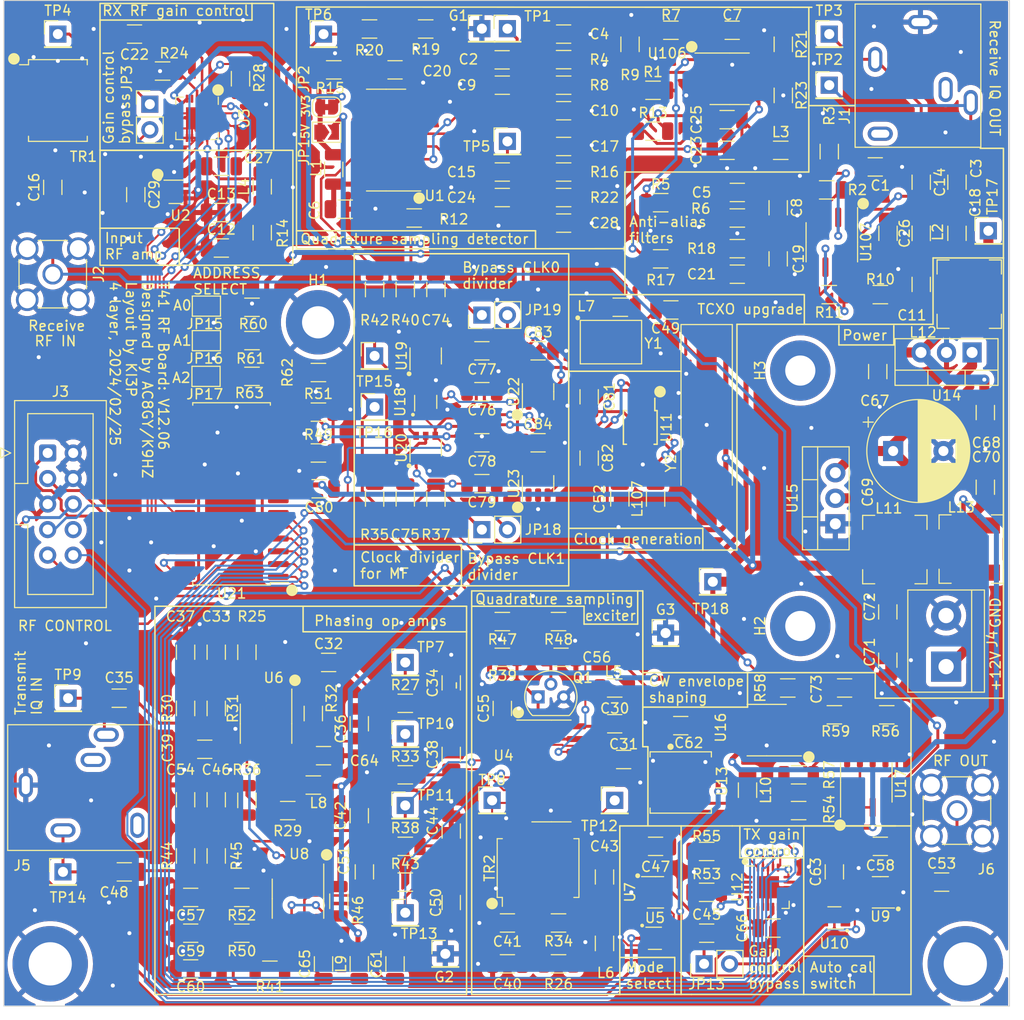
<source format=kicad_pcb>
(kicad_pcb (version 20221018) (generator pcbnew)
  (layers (0 "F.Cu" signal) (1 "In1.Cu" signal) (2 "In2.Cu" signal) (31 "B.Cu" signal) (34 "B.Paste" user) (35 "F.Paste" user) (36 "B.SilkS" user "B.Silkscreen") (37 "F.SilkS" user "F.Silkscreen") (38 "B.Mask" user) (39 "F.Mask" user) (44 "Edge.Cuts" user))
  (net 0 "")
  (net 1 "GND")
  (net 2 "+12V")
  (net 3 "+5V")
  (net 4 "Net-(C1-Pad2)")
  (net 5 "+3V3")
  (net 6 "Net-(C2-Pad1)")
  (net 7 "Net-(U1-1B1)")
  (net 8 "/Q_out")
  (net 9 "Net-(C3-Pad2)")
  (net 10 "Net-(C5-Pad2)")
  (net 11 "Net-(U106C-V+)")
  (net 12 "Net-(U107A-+)")
  (net 13 "/RXTX")
  (net 14 "/CW on{slash}off")
  (net 15 "/Cal")
  (net 16 "Net-(C10-Pad2)")
  (net 17 "Net-(U1-1B4)")
  (net 18 "Net-(C11-Pad2)")
  (net 19 "/I_out")
  (net 20 "Net-(C14-Pad2)")
  (net 21 "Net-(C15-Pad1)")
  (net 22 "Net-(U1-1B2)")
  (net 23 "/RFIN")
  (net 24 "Net-(C16-Pad2)")
  (net 25 "Net-(U107B-+)")
  (net 26 "Net-(C20-Pad2)")
  (net 27 "Net-(C21-Pad2)")
  (net 28 "Net-(C22-Pad1)")
  (net 29 "Net-(U1-1A)")
  (net 30 "Net-(C24-Pad1)")
  (net 31 "Net-(U1-1B3)")
  (net 32 "Net-(U107C-V+)")
  (net 33 "Net-(U2-OUT)")
  (net 34 "Net-(JP3-A)")
  (net 35 "Net-(U3-RF2)")
  (net 36 "Net-(JP3-B)")
  (net 37 "Net-(U4-VCC)")
  (net 38 "/ExciterEnable")
  (net 39 "Net-(C32-Pad1)")
  (net 40 "Net-(C32-Pad2)")
  (net 41 "Net-(U6A--)")
  (net 42 "Net-(Q1-G)")
  (net 43 "Net-(U4-1B4)")
  (net 44 "Net-(C35-Pad1)")
  (net 45 "Net-(C35-Pad2)")
  (net 46 "Net-(C36-Pad1)")
  (net 47 "Net-(C36-Pad2)")
  (net 48 "Net-(C37-Pad1)")
  (net 49 "Net-(U4-1B1)")
  (net 50 "Net-(U6A-+)")
  (net 51 "Net-(C40-Pad2)")
  (net 52 "Net-(C42-Pad1)")
  (net 53 "Net-(C42-Pad2)")
  (net 54 "Net-(C43-Pad1)")
  (net 55 "Net-(U7-RF1)")
  (net 56 "Net-(U4-1B3)")
  (net 57 "Net-(U12-RF1)")
  (net 58 "Net-(JP13-A)")
  (net 59 "Net-(U8A--)")
  (net 60 "Net-(U13-OUT)")
  (net 61 "Net-(U7-RF2)")
  (net 62 "Net-(C48-Pad1)")
  (net 63 "Net-(C48-Pad2)")
  (net 64 "Net-(U11-XA)")
  (net 65 "Net-(Y1-OUT)")
  (net 66 "Net-(U4-1B2)")
  (net 67 "Net-(C51-Pad1)")
  (net 68 "Net-(C51-Pad2)")
  (net 69 "Net-(U11-VDD)")
  (net 70 "Net-(U9-RF1)")
  (net 71 "Net-(J6-In)")
  (net 72 "Net-(C54-Pad1)")
  (net 73 "Net-(U9-RF2)")
  (net 74 "Net-(U13-IN)")
  (net 75 "Net-(U11-CLK2)")
  (net 76 "Net-(JP13-B)")
  (net 77 "Net-(U9-RFC)")
  (net 78 "Net-(U6C-V+)")
  (net 79 "Net-(U8C-V+)")
  (net 80 "Net-(U14-VO)")
  (net 81 "Net-(U15-VO)")
  (net 82 "Net-(U16A-+)")
  (net 83 "Net-(U19-RFC)")
  (net 84 "Net-(JP19-A)")
  (net 85 "Net-(U20-RFC)")
  (net 86 "Net-(JP18-A)")
  (net 87 "Net-(U22-OUT)")
  (net 88 "Net-(U19-RF2)")
  (net 89 "Net-(JP19-B)")
  (net 90 "Net-(U19-RF1)")
  (net 91 "Net-(U23-OUT)")
  (net 92 "Net-(U20-RF2)")
  (net 93 "Net-(JP18-B)")
  (net 94 "Net-(U20-RF1)")
  (net 95 "Net-(U22-IN)")
  (net 96 "Net-(U23-IN)")
  (net 99 "/SCL")
  (net 100 "/SDA")
  (net 101 "/X Mode")
  (net 105 "Net-(U1-VCC)")
  (net 106 "Net-(L4-Pad1)")
  (net 107 "Net-(L6-Pad2)")
  (net 108 "Net-(Y1-VDD)")
  (net 109 "Net-(L10-Pad1)")
  (net 110 "Net-(U106A--)")
  (net 111 "Net-(R1-Pad2)")
  (net 112 "Net-(U107A--)")
  (net 113 "Net-(U106A-+)")
  (net 114 "Net-(U107B--)")
  (net 115 "Net-(U1-1~{OE})")
  (net 116 "Net-(U106B--)")
  (net 117 "Net-(R13-Pad2)")
  (net 118 "Net-(U106B-+)")
  (net 119 "Net-(U3-Data)")
  (net 120 "Net-(U3-C16)")
  (net 121 "/RC16")
  (net 122 "Net-(U6B--)")
  (net 123 "Net-(U4-S1)")
  (net 124 "Net-(U4-S0)")
  (net 125 "Net-(U1-S1)")
  (net 126 "Net-(U8B--)")
  (net 127 "Net-(U1-S0)")
  (net 128 "Net-(U12-Data)")
  (net 129 "Net-(R54-Pad2)")
  (net 130 "Net-(U12-C16)")
  (net 131 "/TC16")
  (net 132 "Net-(U17-ADJ)")
  (net 133 "Net-(U16A--)")
  (net 134 "Net-(U21-~{RESET})")
  (net 135 "Net-(U4-1A)")
  (net 136 "Net-(U4-2A)")
  (net 138 "/RC8")
  (net 139 "/RC4")
  (net 140 "/RC2")
  (net 141 "/RC1")
  (net 142 "/RC0.5")
  (net 143 "Net-(U7-V2)")
  (net 144 "Net-(U9-V1)")
  (net 145 "Net-(U11-XB)")
  (net 147 "/TC8")
  (net 148 "/TC4")
  (net 149 "/TC2")
  (net 150 "/TC1")
  (net 151 "/TC0.5")
  (net 152 "/MF{slash}HF")
  (net 153 "Net-(U19-V1)")
  (net 161 "Net-(J4-Pin_1)")
  (net 163 "Net-(JP15-B)")
  (net 164 "Net-(JP16-B)")
  (net 165 "Net-(JP17-B)")
  (net 166 "Net-(JP1-A)")
  (footprint "Capacitor_SMD:C_1206_3216Metric" (layer "F.Cu") (at 82.296 115.824)
    (fp_text reference "C32")
    (fp_text value "10uF 50V")
  )
  (footprint "Resistor_SMD:R_1206_3216Metric" (layer "F.Cu") (at 78.232 130.556)
    (fp_text reference "R29")
    (fp_text value "10k 1%")
  )
  (footprint "Capacitor_SMD:C_1206_3216Metric" (layer "F.Cu") (at 97.536 88.9 180)
    (fp_text reference "C76")
    (fp_text value "100pF")
  )
  (footprint "Capacitor_SMD:C_1206_3216Metric" (layer "F.Cu") (at 89.916 99.568 -90)
    (fp_text reference "C75")
    (fp_text value "0.1uF 50V")
  )
  (footprint "Capacitor_SMD:C_1206_3216Metric" (layer "F.Cu") (at 94.488 132.588 90)
    (fp_text reference "C44")
    (fp_text value "0.2uF 50V")
  )
  (footprint "Capacitor_SMD:C_1206_3216Metric" (layer "F.Cu") (at 94.488 117.856 90)
    (fp_text reference "C34")
    (fp_text value "0.2uF 50V")
  )
  (footprint "Resistor_SMD:R_1206_3216Metric" (layer "F.Cu") (at 132.08 79.248 180)
    (fp_text reference "R11")
    (fp_text value "5k1")
  )
  (footprint "Capacitor_SMD:C_1206_3216Metric" (layer "F.Cu") (at 69.977 124.46 180)
    (fp_text reference "C39")
    (fp_text value "10uF 50V")
  )
  (footprint "Connector_IDC:IDC-Header_2x05_P2.54mm_Vertical" (layer "F.Cu") (at 54.356 94.996)
    (fp_text reference "J3")
    (fp_text value "RFControl")
  )
  (footprint "Connector_PinHeader_2.54mm:PinHeader_1x01_P2.54mm_Vertical" (layer "F.Cu") (at 89.916 130.048)
    (fp_text reference "TP11")
    (fp_text value "TestPoint")
  )
  (footprint "Resistor_SMD:R_1206_3216Metric" (layer "F.Cu") (at 127.254 64.897)
    (fp_text reference "L3")
    (fp_text value "FB")
  )
  (footprint "Package_SO:SOIC-8_3.9x4.9mm_P1.27mm" (layer "F.Cu") (at 122.174 57.785)
    (fp_text reference "U106")
    (fp_text value "MC33078")
  )
  (footprint "Resistor_SMD:R_1206_3216Metric" (layer "F.Cu") (at 86.36 52.832 180)
    (fp_text reference "R20")
    (fp_text value "10k")
  )
  (footprint "Capacitor_SMD:C_1206_3216Metric" (layer "F.Cu") (at 141.224 78.232 -90)
    (fp_text reference "C11")
    (fp_text value "10uF 50V")
  )
  (footprint "Resistor_SMD:R_1206_3216Metric" (layer "F.Cu") (at 110.744 118.364 180)
    (fp_text reference "L5")
    (fp_text value "FB")
  )
  (footprint "Capacitor_SMD:C_1206_3216Metric" (layer "F.Cu") (at 71.12 114.808 -90)
    (fp_text reference "C33")
    (fp_text value "2.2nF 50V")
  )
  (footprint "Resistor_SMD:R_1206_3216Metric" (layer "F.Cu") (at 76.454 146.431)
    (fp_text reference "R41")
    (fp_text value "10k 1%")
  )
  (footprint "Capacitor_SMD:C_1206_3216Metric" (layer "F.Cu") (at 103.124 93.98)
    (fp_text reference "C84")
    (fp_text value "0.1uF 50V")
  )
  (footprint "Capacitor_SMD:C_1206_3216Metric" (layer "F.Cu") (at 141.224 68.072 -90)
    (fp_text reference "C14")
    (fp_text value "10uF 50V")
  )
  (footprint "Capacitor_SMD:C_1206_3216Metric" (layer "F.Cu") (at 144.78 73.152 90)
    (fp_text reference "C18")
    (fp_text value "0.1uF 50V")
  )
  (footprint "Resistor_SMD:R_1206_3216Metric" (layer "F.Cu") (at 127.9545 118.364 180)
    (fp_text reference "R58")
    (fp_text value "51k")
  )
  (footprint "Capacitor_SMD:C_1206_3216Metric" (layer "F.Cu") (at 81.788 145.796 90)
    (fp_text reference "C65")
    (fp_text value "0.1uF 50V")
  )
  (footprint "Resistor_SMD:R_1206_3216Metric" (layer "F.Cu") (at 75.692 73.0905 90)
    (fp_text reference "R14")
    (fp_text value "36R5")
  )
  (footprint "Capacitor_SMD:C_1206_3216Metric" (layer "F.Cu") (at 111.633 125.476)
    (fp_text reference "C31")
    (fp_text value "0.1uF 50V")
  )
  (footprint "Resistor_SMD:R_1206_3216Metric" (layer "F.Cu") (at 81.28 94.996)
    (fp_text reference "R49")
    (fp_text value "2k2")
  )
  (footprint "Connector_Coaxial:SMA_Amphenol_901-144_Vertical" (layer "F.Cu") (at 144.78 130.556 180)
    (fp_text reference "J6")
    (fp_text value "RF_OUT")
  )
  (footprint "Capacitor_SMD:C_1206_3216Metric" (layer "F.Cu") (at 136.9 86.9 -90)
    (fp_text reference "C67")
    (fp_text value "10uF 50V")
  )
  (footprint "Capacitor_SMD:C_1206_3216Metric" (layer "F.Cu") (at 71.628 71.0875)
    (fp_text reference "C13")
    (fp_text value "0.1uF 50V")
  )
  (footprint "Resistor_SMD:R_1206_3216Metric" (layer "F.Cu") (at 105.156 145.796)
    (fp_text reference "R26")
    (fp_text value "2k2")
  )
  (footprint "Connector_PinHeader_2.54mm:PinHeader_1x02_P2.54mm_Vertical" (layer "F.Cu") (at 97.536 102.616 90)
    (fp_text reference "JP18")
    (fp_text value "PrescalarBypass")
  )
  (footprint "Capacitor_SMD:C_1206_3216Metric" (layer "F.Cu") (at 100.076 141.732 180)
    (fp_text reference "C41")
    (fp_text value "10uF 50V")
  )
  (footprint "Resistor_SMD:R_1206_3216Metric" (layer "F.Cu") (at 99.568 111.76 180)
    (fp_text reference "R47")
    (fp_text value "10k")
  )
  (footprint "Capacitor_SMD:C_1206_3216Metric" (layer "F.Cu") (at 97.536 98.044 180)
    (fp_text reference "C79")
    (fp_text value "0.1uF 50V")
  )
  (footprint "Connector_PinHeader_2.54mm:PinHeader_1x01_P2.54mm_Vertical" (layer "F.Cu") (at 97.536 52.8)
    (fp_text reference "G1")
    (fp_text value "TestPoint")
  )
  (footprint "MountingHole:MountingHole_3.2mm_M3_Pad" (layer "F.Cu") (at 81.25 82)
    (fp_text reference "H1")
    (fp_text value "~")
  )
  (footprint "Package_SO:SOIC-8_3.9x4.9mm_P1.27mm" (layer "F.Cu") (at 125.857 122.555 180)
    (fp_text reference "U16")
    (fp_text value "LM358B")
  )
  (footprint "Capacitor_SMD:C_1206_3216Metric" (layer "F.Cu") (at 143.256 137.668)
    (fp_text reference "C53")
    (fp_text value "0.1uF 50V")
  )
  (footprint "Resistor_SMD:R_1206_3216Metric" (layer "F.Cu") (at 114.554 62.992)
    (fp_text reference "R13")
    (fp_text value "2k")
  )
  (footprint "Capacitor_SMD:C_1206_3216Metric" (layer "F.Cu") (at 88.9 56.896 180)
    (fp_text reference "C20")
    (fp_text value "0.1uF 50V")
  )
  (footprint "Resistor_SMD:R_1206_3216Metric" (layer "F.Cu") (at 105.156 111.76)
    (fp_text reference "R48")
    (fp_text value "100k")
  )
  (footprint "T41_Library:Jack_3.5mm_STX-3081_Horizontal" (layer "F.Cu") (at 141.15 52.15 180)
    (fp_text reference "J1")
    (fp_text value "IQ_Out")
  )
  (footprint "Capacitor_SMD:C_1206_3216Metric" (layer "F.Cu") (at 127 75.692 90)
    (fp_text reference "C19")
    (fp_text value "68pF 50V")
  )
  (footprint "Resistor_SMD:R_1206_3216Metric" (layer "F.Cu") (at 119.888 138.684)
    (fp_text reference "R53")
    (fp_text value "10k")
  )
  (footprint "MountingHole:MountingHole_4.3mm_M4_DIN965_Pad" (layer "F.Cu") (at 145.61 145.796)
    (fp_text reference "H6" hide)
    (fp_text value "~" hide)
  )
  (footprint "Resistor_SMD:R_1206_3216Metric" (layer "F.Cu") (at 80.772 128.016)
    (fp_text reference "L8")
    (fp_text value "FB")
  )
  (footprint "Capacitor_SMD:C_1206_3216Metric" (layer "F.Cu") (at 121.92 64.897)
    (fp_text reference "C23")
    (fp_text value "0.1uF 50V")
  )
  (footprint "MountingHole:MountingHole_4.3mm_M4_DIN965_Pad" (layer "F.Cu") (at 54.61 145.796)
    (fp_text reference "H5" hide)
    (fp_text value "~")
  )
  (footprint "Capacitor_SMD:C_1206_3216Metric" (layer "F.Cu") (at 105.41 115.316 180)
    (fp_text reference "C56")
    (fp_text value "0.1uF 50V")
  )
  (footprint "Resistor_SMD:R_1206_3216Metric" (layer "F.Cu") (at 99.568 115.316 180)
    (fp_text reference "R39")
    (fp_text value "10k")
  )
  (footprint "Capacitor_SMD:C_1206_3216Metric" (layer "F.Cu") (at 105.664 53.34 180)
    (fp_text reference "C4")
    (fp_text value "10nF 50V")
  )
  (footprint "Capacitor_SMD:C_1206_3216Metric" (layer "F.Cu") (at 144.78 68.072 -90)
    (fp_text reference "C3")
    (fp_text value "10uF 50V")
  )
  (footprint "Capacitor_SMD:C_1206_3216Metric" (layer "F.Cu") (at 68.58 139.192 180)
    (fp_text reference "C57")
    (fp_text value "10uF 50V")
  )
  (footprint "Resistor_SMD:R_1206_3216Metric" (layer "F.Cu") (at 89.916 127)
    (fp_text reference "R33")
    (fp_text value "49R9 1%")
  )
  (footprint "Capacitor_SMD:C_1206_3216Metric" (layer "F.Cu") (at 68.072 114.808 90)
    (fp_text reference "C37")
    (fp_text value "10nF 50V")
  )
  (footprint "Connector_PinHeader_2.54mm:PinHeader_1x02_P2.54mm_Vertical" (layer "F.Cu") (at 119.629 145.796 90)
    (fp_text reference "JP13")
    (fp_text value "AttenuatorBypass")
  )
  (footprint "Resistor_SMD:R_1206_3216Metric" (layer "F.Cu") (at 122.936 74.676)
    (fp_text reference "R18")
    (fp_text value "5k1")
  )
  (footprint "Resistor_SMD:R_1206_3216Metric" (layer "F.Cu") (at 109.728 143.764 -90)
    (fp_text reference "L6")
    (fp_text value "FB")
  )
  (footprint "Package_TO_SOT_SMD:SOT-23-6" (layer "F.Cu") (at 103.124 98.044 90)
    (fp_text reference "U23")
    (fp_text value "HMC434E")
  )
  (footprint "Resistor_SMD:R_1206_3216Metric" (layer "F.Cu") (at 131.826 68.834)
    (fp_text reference "R2")
    (fp_text value "5k1")
  )
  (footprint "Capacitor_SMD:C_1206_3216Metric" (layer "F.Cu") (at 68.072 129.4785 90)
    (fp_text reference "C54")
    (fp_text value "10nF 50V")
  )
  (footprint "Resistor_SMD:R_1206_3216Metric" (layer "F.Cu") (at 83.312 139.573 -90)
    (fp_text reference "R46")
    (fp_text value "10k 1%")
  )
  (footprint "Capacitor_SMD:C_1206_3216Metric" (layer "F.Cu") (at 137.9 115.6 -90)
    (fp_text reference "C71")
    (fp_text value "10uF 50V")
  )
  (footprint "Capacitor_SMD:C_1206_3216Metric" (layer "F.Cu") (at 122.936 69.088 180)
    (fp_text reference "C5")
    (fp_text value "68pF 50V")
  )
  (footprint "Package_SO:SOIC-8_3.9x4.9mm_P1.27mm" (layer "F.Cu") (at 76.073 121.92 -90)
    (fp_text reference "U6")
    (fp_text value "MC33078")
  )
  (footprint "Resistor_SMD:R_1206_3216Metric" (layer "F.Cu") (at 80.772 120.904 -90)
    (fp_text reference "R32")
    (fp_text value "10k 1%")
  )
  (footprint "T41_Library:PE4312-QFN-20" (layer "F.Cu") (at 125.984 138.176)
    (fp_text reference "U12")
    (fp_text value "PE4312")
  )
  (footprint "Resistor_SMD:R_1206_3216Metric" (layer "F.Cu") (at 119.888 134.62 180)
    (fp_text reference "R55")
    (fp_text value "10k")
  )
  (footprint "Resistor_SMD:R_1206_3216Metric" (layer "F.Cu") (at 81.28 90.932)
    (fp_text reference "R51")
    (fp_text value "2k2")
  )
  (footprint "Resistor_SMD:R_1206_3216Metric" (layer "F.Cu") (at 74.168 114.808 90)
    (fp_text reference "R25")
    (fp_text value "10k 1%")
  )
  (footprint "Resistor_SMD:R_1206_3216Metric" (layer "F.Cu") (at 74.676 87.376)
    (fp_text reference "R63")
    (fp_text value "2k2")
  )
  (footprint "Resistor_SMD:R_1206_3216Metric" (layer "F.Cu") (at 91.948 52.832)
    (fp_text reference "R19")
    (fp_text value "500R")
  )
  (footprint "T41_Library:MASWSS0179-SOT-26" (layer "F.Cu") (at 91.948 85.344 90)
    (fp_text reference "U19")
    (fp_text value "MASWSS0179")
  )
  (footprint "Resistor_SMD:R_1206_3216Metric" (layer "F.Cu") (at 90.805 71.628)
    (fp_text reference "R12")
    (fp_text value "10k")
  )
  (footprint "T41_Library:Jack_3.5mm_STX-3081_Horizontal" (layer "F.Cu") (at 52.18 128.02 -90)
    (fp_text reference "J5")
    (fp_text value "IQ_In")
  )
  (footprint "Capacitor_SMD:C_1206_3216Metric" (layer "F.Cu") (at 99.55 55.9 180)
    (fp_text reference "C2")
    (fp_text value "1uF 50V")
  )
  (footprint "Resistor_SMD:R_1206_3216Metric" (layer "F.Cu") (at 85.344 145.796 90)
    (fp_text reference "L9")
    (fp_text value "FB")
  )
  (footprint "Capacitor_SMD:C_1206_3216Metric" (layer "F.Cu") (at 111.252 99.568 -90)
    (fp_text reference "C52")
    (fp_text value "0.1uF 50V")
  )
  (footprint "Capacitor_SMD:C_1206_3216Metric" (layer "F.Cu") (at 110.744 121.92 180)
    (fp_text reference "C30")
    (fp_text value "0.1uF 50V")
  )
  (footprint "Resistor_SMD:R_1206_3216Metric" (layer "F.Cu") (at 141.224 73.152 90)
    (fp_text reference "L2")
    (fp_text value "FB")
  )
  (footprint "Capacitor_SMD:C_1206_3216Metric" (layer "F.Cu") (at 137.9 110.8 90)
    (fp_text reference "C72")
    (fp_text value "0.1uF 50V")
  )
  (footprint "Resistor_SMD:R_1206_3216Metric" (layer "F.Cu") (at 137.795 121.031 180)
    (fp_text reference "R56")
    (fp_text value "1k8")
  )
  (footprint "Resistor_SMD:R_1206_3216Metric" (layer "F.Cu") (at 92.964 99.568 90)
    (fp_text reference "R37")
    (fp_text value "3k3")
  )
  (footprint "Package_SO:SOIC-28W_7.5x17.9mm_P1.27mm" (layer "F.Cu") (at 72.644 99.06 180)
    (fp_text reference "U21")
    (fp_text value "MCP23017_SO")
  )
  (footprint "Capacitor_SMD:C_1206_3216Metric" (layer "F.Cu") (at 109.728 137.16 90)
    (fp_text reference "C43")
    (fp_text value "0.1uF 50V")
  )
  (footprint "Capacitor_SMD:C_1206_3216Metric" (layer "F.Cu") (at 71.628 66.4865)
    (fp_text reference "C27")
    (fp_text value "0.1uF 50V")
  )
  (footprint "Capacitor_SMD:C_1206_3216Metric" (layer "F.Cu") (at 105.664 60.96 180)
    (fp_text reference "C10")
    (fp_text value "10nF 50V")
  )
  (footprint "Resistor_SMD:R_1206_3216Metric" (layer "F.Cu") (at 111.3 80.5)
    (fp_text reference "L7")
    (fp_text value "FB")
  )
  (footprint "Capacitor_SMD:C_1206_3216Metric" (layer "F.Cu") (at 147.6 98.4 90)
    (fp_text reference "C70")
    (fp_text value "0.1uF 50V")
  )
  (footprint "Connector_PinHeader_2.54mm:PinHeader_1x01_P2.54mm_Vertical" (layer "F.Cu") (at 81.788 53.34)
    (fp_text reference "TP6")
    (fp_text value "TestPoint")
  )
  (footprint "Resistor_SMD:R_1206_3216Metric" (layer "F.Cu") (at 122.936 71.628)
    (fp_text reference "R6")
    (fp_text value "5k1")
  )
  (footprint "Resistor_SMD:R_1206_3216Metric" (layer "F.Cu") (at 116.332 52.959 180)
    (fp_text reference "R7")
    (fp_text value "10k")
  )
  (footprint "Capacitor_SMD:C_1206_3216Metric" (layer "F.Cu") (at 105.664 64.516 180)
    (fp_text reference "C17")
    (fp_text value "10nF 50V")
  )
  (footprint "Resistor_SMD:R_1206_3216Metric" (layer "F.Cu") (at 81.28 86.995)
    (fp_text reference "R62")
    (fp_text value "2k2")
  )
  (footprint "Resistor_SMD:R_1206_3216Metric" (layer "F.Cu") (at 89.916 119.888)
    (fp_text reference "R27")
    (fp_text value "49R9 1%")
  )
  (footprint "Connector_PinHeader_2.54mm:PinHeader_1x02_P2.54mm_Vertical" (layer "F.Cu") (at 64.516 60.312)
    (fp_text reference "JP3")
    (fp_text value "AttenuatorBypass")
  )
  (footprint "Resistor_SMD:R_1206_3216Metric" (layer "F.Cu") (at 89.916 78.74 -90)
    (fp_text reference "R40")
    (fp_text value "0")
  )
  (footprint "T41_Library:SOT-SC70" (layer "F.Cu") (at 132.588 141.224 180)
    (fp_text reference "U10")
    (fp_text value "SN74LVC1G04DCK")
  )
  (footprint "Package_SO:SOIC-8_3.9x4.9mm_P1.27mm" (layer "F.Cu") (at 135.763 127.762 90)
    (fp_text reference "U17")
    (fp_text value "LM317L")
  )
  (footprint "Resistor_SMD:R_1206_3216Metric" (layer "F.Cu") (at 115.316 70.104)
    (fp_text reference "R5")
    (fp_text value "5k1")
  )
  (footprint "Capacitor_SMD:C_1206_3216Metric" (layer "F.Cu") (at 126.492 142.24 180)
    (fp_text reference "C66")
    (fp_text value "0.1uF 50V")
  )
  (footprint "Capacitor_SMD:C_1206_3216Metric" (layer "F.Cu") (at 99.568 58.42 180)
    (fp_text reference "C9")
    (fp_text value "1uF 50V")
  )
  (footprint "Package_SO:SOIC-8_3.9x4.9mm_P1.27mm" (layer "F.Cu") (at 132.334 74.041 -90)
    (fp_text reference "U107")
    (fp_text value "MC33078")
  )
  (footprint "RF_Mini-Circuits:Mini-Circuits_CD542_H2.84mm" (layer "F.Cu") (at 55.372 59.944)
    (fp_text reference "TR1")
    (fp_text value "ADT1-1")
  )
  (footprint "Connector_PinHeader_2.54mm:PinHeader_1x01_P2.54mm_Vertical" (layer "F.Cu") (at 120.5 107.8)
    (fp_text reference "TP18")
    (fp_text value "TestPoint")
  )
  (footprint "Capacitor_SMD:C_1206_3216Metric" (layer "F.Cu") (at 85.344 131.064 90)
    (fp_text reference "C42")
    (fp_text value "10uF 50V")
  )
  (footprint "Resistor_SMD:R_1206_3216Metric" (layer "F.Cu") (at 114.808 99.568 90)
    (fp_text reference "L107")
    (fp_text value "FB")
  )
  (footprint "Capacitor_SMD:C_1206_3216Metric" (layer "F.Cu") (at 99.568 67.056 180)
    (fp_text reference "C15")
    (fp_text value "1uF 50V")
  )
  (footprint "Capacitor_SMD:C_1206_3216Metric" (layer "F.Cu") (at 132.588 136.652 90)
    (fp_text reference "C63")
    (fp_text value "0.1uF 50V")
  )
  (footprint "Capacitor_SMD:C_1206_3216Metric" (layer "F.Cu") (at 71.628 74.6145)
    (fp_text reference "C12")
    (fp_text value "10uF 50V")
  )
  (footprint "Resistor_SMD:R_1206_3216Metric" (layer "F.Cu") (at 105.664 69.596)
    (fp_text reference "R22")
    (fp_text value "100R")
  )
  (footprint "Resistor_SMD:R_1206_3216Metric" (layer "F.Cu") (at 137.16 79.248 180)
    (fp_text reference "R10")
    (fp_text value "5k1")
  )
  (footprint "Package_TO_SOT_THT:TO-220-3_Vertical" (layer "F.Cu") (at 132.685 102.04 90)
    (fp_text reference "U15")
    (fp_text value "LM1117T-3.3")
  )
  (footprint "Capacitor_SMD:C_1206_3216Metric" (layer "F.Cu") (at 81.788 125.095)
    (fp_text reference "C64")
    (fp_text value "0.1uF 50V")
  )
  (footprint "Package_SO:SOIC-16_3.9x9.9mm_P1.27mm" (layer "F.Cu") (at 88.011 63.881 180)
    (fp_text reference "U1")
    (fp_text value "74CBTLV3253DR")
  )
  (footprint "Capacitor_SMD:C_1206_3216Metric" (layer "F.Cu") (at 117.31 122.108 180)
    (fp_text reference "C62")
    (fp_text value "0.1uF 50V")
  )
  (footprint "T41_Library:Mini-Circuits_WW107" (layer "F.Cu") (at 117.31 127.762 180)
    (fp_text reference "U13")
    (fp_text value "MAR-3SM+")
  )
  (footprint "Capacitor_SMD:C_1206_3216Metric" (layer "F.Cu") (at 105.664 72.136 180)
    (fp_text reference "C28")
    (fp_text value "10nF 50V")
  )
  (footprint "Capacitor_SMD:C_1206_3216Metric" (layer "F.Cu") (at 94.488 124.968 90)
    (fp_text reference "C38")
    (fp_text value "0.2uF 50V")
  )
  (footprint "Capacitor_SMD:C_1206_3216Metric" (layer "F.Cu") (at 88.9 145.796 90)
    (fp_text reference "C61")
    (fp_text value "0.1uF 50V")
  )
  (footprint "Capacitor_SMD:C_1206_3216Metric" (layer "F.Cu") (at 103.124 84.836)
    (fp_text reference "C83")
    (fp_text value "0.1uF 50V")
  )
  (footprint "Resistor_SMD:R_1206_3216Metric" (layer "F.Cu") (at 89.916 137.668)
    (fp_text reference "R43")
    (fp_text value "49R9 1%")
  )
  (footprint "Crystal:Crystal_SMD_HC49-SD_HandSoldering" (layer "F.Cu") (at 119.888 92.2975 -90)
    (fp_text reference "Y2")
    (fp_text value "25MHz")
  )
  (footprint "Capacitor_SMD:C_1206_3216Metric" (layer "F.Cu") (at 92.964 78.74 90)
    (fp_text reference "C74")
    (fp_text value "0.1uF 50V")
  )
  (footprint "Connector_PinHeader_2.54mm:PinHeader_1x01_P2.54mm_Vertical" (layer "F.Cu") (at 100.076 64.008)
    (fp_text reference "TP5")
    (fp_text value "TestPoint")
  )
  (footprint "Resistor_SMD:R_1206_3216Metric" (layer "F.Cu") (at 86.868 78.74 -90)
    (fp_text reference "R42")
    (fp_text value "0")
  )
  (footprint "Capacitor_SMD:C_1206_3216Metric" (layer "F.Cu") (at 127 70.612 -90)
    (fp_text reference "C8")
    (fp_text value "68pF 50V")
  )
  (footprint "Connector_PinHeader_2.54mm:PinHeader_1x01_P2.54mm_Vertical" (layer "F.Cu") (at 55.372 53.34)
    (fp_text reference "TP4")
    (fp_text value "TestPoint")
  )
  (footprint "Connector_PinHeader_2.54mm:PinHeader_1x01_P2.54mm_Vertical" (layer "F.Cu") (at 86.868 85.344)
    (fp_text reference "TP15")
    (fp_text value "TestPoint")
  )
  (footprint "Resistor_SMD:R_1206_3216Metric" (layer "F.Cu") (at 74.676 83.82)
    (fp_text reference "R61")
    (fp_text value "2k2")
  )
  (footprint "Resistor_SMD:R_1206_3216Metric" (layer "F.Cu") (at 82.804 56.896)
    (fp_text reference "R15")
    (fp_text value "500R")
  )
  (footprint "Resistor_SMD:R_1206_3216Metric" (layer "F.Cu") (at 129.032 127)
    (fp_text reference "R57")
    (fp_text value "330R")
  )
  (footprint "Capacitor_SMD:C_1206_3216Metric" (layer "F.Cu") (at 97.536 84.836 180)
    (fp_text reference "C77")
    (fp_text value "0.1uF 50V")
  )
  (footprint "Resistor_SMD:R_1206_3216Metric" (layer "F.Cu") (at 75.692 68.5185 90)
    (fp_text reference "L4")
    (fp_text value "1.5uH")
  )
  (footprint "MountingHole:MountingHole_3mm_Pad" (layer "F.Cu") (at 129.2 112.2 90)
    (fp_text reference "H2")
    (fp_text value "~")
  )
  (footprint "Resistor_SMD:R_1206_3216Metric" (layer "F.Cu") (at 73.66 139.192 180)
    (fp_text reference "R52")
    (fp_text value "2k2")
  )
  (footprint "Resistor_SMD:R_1206_3216Metric" (layer "F.Cu") (at 74.168 129.54 90)
    (fp_text reference "R36")
    (fp_text value "10k 1%")
  )
  (footprint "Resistor_SMD:R_1206_3216Metric" (layer "F.Cu") (at 82.8 66.8 -90)
    (fp_text reference "L1")
    (fp_text value "FB")
  )
  (footprint "Package_TO_SOT_THT:TO-92" (layer "F.Cu") (at 103.124 119.253)
    (fp_text reference "Q1")
    (fp_text value "BS170")
  )
  (footprint "Package_TO_SOT_SMD:SOT-23-6" (layer "F.Cu") (at 103.124 88.9 90)
    (fp_text reference "U22")
    (fp_text value "HMC434E")
  )
  (footprint "Capacitor_SMD:C_1206_3216Metric" (layer "F.Cu") (at 99.568 120.396 90)
    (fp_text reference "C55")
    (fp_text value "0.1uF 50V")
  )
  (footprint "Resistor_SMD:R_1206_3216Metric" (layer "F.Cu") (at 89.916 134.112)
    (fp_text reference "R38")
    (fp_text value "49R9 1%")
  )
  (footprint "Capacitor_SMD:C_1206_3216Metric" (layer "F.Cu") (at 85.344 121.92 90)
    (fp_text reference "C36")
    (fp_text value "10uF 50V")
  )
  (footprint "T41_Library:SOT-SC70" (layer "F.Cu") (at 91.948 89.916 90)
    (fp_text reference "U18")
    (fp_text value "SN74LVC1G04DCK")
  )
  (footprint "Connector_PinHeader_2.54mm:PinHeader_1x01_P2.54mm_Vertical" (layer "F.Cu") (at 89.916 140.716)
    (fp_text reference "TP13")
    (fp_text value "TestPoint")
  )
  (footprint "Resistor_SMD:R_1206_3216Metric" (layer "F.Cu") (at 129.032 130.556)
    (fp_text reference "R54")
    (fp_text value "100R")
  )
  (footprint "Resistor_SMD:R_1206_3216Metric" (layer "F.Cu") (at 73.66 142.748)
    (fp_text reference "R50")
    (fp_text value "2k2")
  )
  (footprint "Connector_PinHeader_2.54mm:PinHeader_1x01_P2.54mm_Vertical" (layer "F.Cu") (at 89.916 115.824)
    (fp_text reference "TP7")
    (fp_text value "TestPoint")
  )
  (footprint "RF_Mini-Circuits:Mini-Circuits_CD542_H2.84mm" (layer "F.Cu") (at 103.124 136.271 90)
    (fp_text reference "TR2")
    (fp_text value "ADT2-1T")
  )
  (footprint "Inductor_SMD:L_Bourns-SRN6028" (layer "F.Cu") (at 146 79.2 90)
    (fp_text reference "L12")
    (fp_text value "10uH 20%")
  )
  (footprint "Resistor_SMD:R_1206_3216Metric" (layer "F.Cu") (at 71.12 120.396 -90)
    (fp_text reference "R31")
    (fp_text value "2k2 1%")
  )
  (footprint "Resistor_SMD:R_1206_3216Metric" (layer "F.Cu") (at 114.554 58.928)
    (fp_text reference "R1")
    (fp_text value "2k")
  )
  (footprint "Connector_PinHeader_2.54mm:PinHeader_1x01_P2.54mm_Vertical" (layer "F.Cu") (at 100.076 52.8)
    (fp_text reference "TP1")
    (fp_text value "TestPoint")
  )
  (footprint "Package_TO_SOT_THT:TO-220-3_Vertical" (layer "F.Cu") (at 146.28 85 180)
    (fp_text reference "U14")
    (fp_text value "LM7805CT")
  )
  (footprint "Capacitor_SMD:C_1206_3216Metric" (layer "F.Cu") (at 116.332 80.772 180)
    (fp_text reference "C49")
    (fp_text value "0.1uF 50V")
  )
  (footprint "Package_SO:MSOP-10_3x3mm_P0.5mm" (layer "F.Cu") (at 113.284 92.456 -90)
    (fp_text reference "U11")
    (fp_text value "Si5351A-B-GT")
  )
  (footprint "Capacitor_SMD:C_1206_3216Metric" (layer "F.Cu") (at 61.976 136.652 180)
    (fp_text reference "C48")
    (fp_text value "10uF 50V")
  )
  (footprint "Connector_PinHeader_2.54mm:PinHeader_1x01_P2.54mm_Vertical" (layer "F.Cu") (at 132.08 53.34)
    (fp_text reference "TP3")
    (fp_text value "TestPoint")
  )
  (footprint "Connector_PinHeader_2.54mm:PinHeader_1x01_P2.54mm_Vertical" (layer "F.Cu") (at 132.08 58.42)
    (fp_text reference "TP2")
    (fp_text value "TestPoint")
  )
  (footprint "Resistor_SMD:R_1206_3216Metric" (layer "F.Cu") (at 68.072 120.396 90)
    (fp_text reference "R30")
    (fp_text value "10k")
  )
  (footprint "Connector_PinHeader_2.54mm:PinHeader_1x01_P2.54mm_Vertical" (layer "F.Cu") (at 147.9 72.9)
    (fp_text reference "TP17")
    (fp_text value "TestPoint")
  )
  (footprint "Resistor_SMD:R_1206_3216Metric" (layer "F.Cu") (at 105.156 141.732 180)
    (fp_text reference "R34")
    (fp_text value "2k2")
  )
  (footprint "Capacitor_SMD:C_1206_3216Metric" (layer "F.Cu") (at 85.852 136.652 90)
    (fp_text reference "C51")
    (fp_text value "10uF 50V")
  )
  (footprint "T41_Library:MASWSS0179-SOT-26" (layer "F.Cu") (at 91.948 94.488 90)
    (fp_text reference "U20")
    (fp_text value "MASWSS0179")
  )
  (footprint "Capacitor_SMD:C_1206_3216Metric" (layer "F.Cu") (at 122.936 77.216 180)
    (fp_text reference "C21")
    (fp_text value "68pF 50V")
  )
  (footprint "Capacitor_SMD:C_1206_3216Metric" (layer "F.Cu") (at 61.468 119.38 180)
    (fp_text reference "C35")
    (fp_text value "10uF 50V")
  )
  (footprint "Connector_PinHeader_2.54mm:PinHeader_1x01_P2.54mm_Vertical" (layer "F.Cu") (at 55.88 136.652)
    (fp_text reference "TP14")
    (fp_text value "TestPoint")
  )
  (footprint "Package_SO:SOIC-8_3.9x4.9mm_P1.27mm" (layer "F.Cu") (at 79.248 139.319 -90)
    (fp_text reference "U8")
    (fp_text value "MC33078")
  )
  (footprint "Capacitor_SMD:C_1206_3216Metric" (layer "F.Cu") (at 81.346 98.552 180)
    (fp_text reference "C80")
    (fp_text value "0.1uF 50V")
  )
  (footprint "Resistor_SMD:R_1206_3216Metric" (layer "F.Cu") (at 123.952 128.524 -90)
    (fp_text reference "L10")
    (fp_text value "1.5uH")
  )
  (footprint "TerminalBlock:TerminalBlock_bornier-2_P5.08mm" (layer "F.Cu") (at 143.7 116.24 90)
    (fp_text reference "J4")
    (fp_text value "12-13.8V")
  )
  (footprint "Resistor_SMD:R_1206_3216Metric" (layer "F.Cu") (at 132.588 121.031)
    (fp_text reference "R59")
    (fp_text value "1k2")
  )
  (footprint "Resistor_SMD:R_1206_3216Metric" (layer "F.Cu") (at 127.508 59.436 -90)
    (fp_text reference "R23")
    (fp_text value "10k")
  )
  (footprint "Capacitor_THT:CP_Radial_D10.0mm_P5.00mm" (layer "F.Cu") (at 138.432323 94.8)
    (fp_text reference "C69")
    (fp_text value "470uF 25V")
  )
  (footprint "Jumper:SolderJumper-2_P1.3mm_Open_TrianglePad1.0x1.5mm" (layer "F.Cu") (at 70.141 83.826)
    (fp_text reference "JP16")
    (fp_text value "SolderJumper_2_Open" hide)
  )
  (footprint "Capacitor_SMD:C_1206_3216Metric" (layer "F.Cu") (at 147.6 90.975 -90)
    (fp_text reference "C68")
    (fp_text value "0.1uF 50V")
  )
  (footprint "Resistor_SMD:R_1206_3216Metric" (layer "F.Cu") (at 73.533 57.777 90)
    (fp_text reference "R28")
    (fp_text value "10k")
  )
  (footprint "Connector_PinHeader_2.54mm:PinHeader_1x01_P2.54mm_Vertical" (layer "F.Cu") (at 56.388 119.38)
    (fp_text reference "TP9")
    (fp_text value "TestPoint")
  )
  (footprint "Capacitor_SMD:C_1206_3216Metric" (layer "F.Cu") (at 62.992 53.34)
    (fp_text reference "C22")
    (fp_text value "0.1uF 50V")
  )
  (footprint "Jumper:SolderJumper-2_P1.3mm_Open_TrianglePad1.0x1.5mm" (layer "F.Cu") (at 70.104 87.376)
    (fp_text reference "JP17")
    (fp_text value "SolderJumper_2_Open" hide)
  )
  (footprint "Jumper:SolderJumper-2_P1.3mm_Open_TrianglePad1.0x1.5mm" (layer "F.Cu") (at 82.1 63.1)
    (fp_text reference "JP1")
    (fp_text value "SolderJumper_2_Open")
  )
  (footprint "Capacitor_SMD:C_1206_3216Metric" (layer "F.Cu") (at 122.428 52.959 180)
    (fp_text reference "C7")
    (fp_text value "0.1uF 50V")
  )
  (footprint "Resistor_SMD:R_1206_3216Metric" (layer "F.Cu") (at 127.508 54.356 -90)
    (fp_text reference "R21")
    (fp_text value "10k")
  )
  (footprint "Resistor_SMD:R_1206_3216Metric" (layer "F.Cu") (at 86.868 99.568 90)
    (fp_text reference "R35")
    (fp_text value "3k3")
  )
  (footprint "Resistor_SMD:R_1206_3216Metric" (layer "F.Cu") (at 74.676 80.506)
    (fp_text reference "R60")
    (fp_text value "2k2")
  )
  (footprint "Capacitor_SMD:C_1206_3216Metric" (layer "F.Cu") (at 137.16 134.112)
    (fp_text reference "C58")
    (fp_text value "0.1uF 50V")
  )
  (footprint "Connector_PinHeader_2.54mm:PinHeader_1x01_P2.54mm_Vertical" (layer "F.Cu") (at 86.868 90.424)
    (fp_text reference "TP16")
    (fp_text value "TestPoint")
  )
  (footprint "Connector_PinHeader_2.54mm:PinHeader_1x01_P2.54mm_Vertical" (layer "F.Cu") (at 98.552 129.54)
    (fp_text reference "TP8")
    (fp_text value "TestPoint")
  )
  (footprint "Capacitor_SMD:C_1206_3216Metric" (layer "F.Cu") (at 137.922 73.152 90)
    (fp_text reference "C26")
    (fp_text value "0.1uF 50V")
  )
  (footprint "Capacitor_SMD:C_1206_3216Metric" (layer "F.Cu") (at 97.536 93.98 180)
    (fp_text reference "C78")
    (fp_text value "100pF")
  )
  (footprint "Resistor_SMD:R_1206_3216Metric" (layer "F.Cu") (at 132.08 65.024 -90)
    (fp_text reference "R3")
    (fp_text value "5k1")
  )
  (footprint "Inductor_SMD:L_Bourns-SRN6028" (layer "F.Cu") (at 138.6 104.6 90)
    (fp_text reference "L11")
    (fp_text value "10uH 20%")
  )
  (footprint "Package_TO_SOT_SMD:SOT-363_SC-70-6" (layer "F.Cu") (at 67.122 69.0265)
    (fp_text reference "U2")
    (fp_text value "PSA-8A+")
  )
  (footprint "Package_SO:SOIC-16_3.9x9.9mm_P1.27mm" (layer "F.Cu") (at 104.456 126.619)
    (fp_text reference "U4")
    (fp_text value "74CBTLV3253DR")
  )
  (footprint "Connector_PinHeader_2.54mm:PinHeader_1x02_P2.54mm_Vertical" (layer "F.Cu") (at 97.536 81.28 90)
    (fp_text reference "JP19")
    (fp_text value "PrescalarBypass")
  )
  (footprint "Connector_PinHeader_2.54mm:PinHeader_1x01_P2.54mm_Vertical" (layer "F.Cu") (at 89.916 122.936)
    (fp_text reference "TP10")
    (fp_text value "TestPoint")
  )
  (footprint "Jumper:SolderJumper-2_P1.3mm_Open_TrianglePad1.0x1.5mm" (layer "F.Cu") (at 70.141 80.391)
    (fp_text reference "JP15")
    (fp_text value "SolderJumper_2_Open" hide)
  )
  (footprint "MountingHole:MountingHole_3mm_Pad" (layer "F.Cu") (at 129.2 86.8 90)
    (fp_text reference "H3")
    (fp_text value "~")
  )
  (footprint "Connector_PinHeader_2.54mm:PinHeader_1x01_P2.54mm_Vertical" (layer "F.Cu") (at 110.744 129.54)
    (fp_text reference "TP12")
    (fp_text value "TestPoint")
  )
  (footprint "Resistor_SMD:R_1206_3216Metric" (layer "F.Cu") (at 105.664 55.88)
    (fp_text reference "R4")
    (fp_text value "100R")
  )
  (footprint "Capacitor_SMD:C_1206_3216Metric" (layer "F.Cu") (at 121.92 61.849 180)
    (fp_text reference "C25")
    (fp_text value "0.1uF 50V")
  )
  (footprint "Capacitor_SMD:C_1206_3216Metric" (layer "F.Cu") (at 54.864 68.58 90)
    (fp_text reference "C16")
    (fp_text value "0.1uF 50V")
  )
  (footprint "Capacitor_SMD:C_1206_3216Metric" (layer "F.Cu") (at 83.95 70.75 180)
    (fp_text reference "C6")
    (fp_text value "0.1uF 50V")
  )
  (footprint "Resistor_SMD:R_1206_3216Metric" (layer "F.Cu") (at 105.664 67.056)
    (fp_text reference "R16")
    (fp_text value "100R")
  )
  (footprint "Resistor_SMD:R_1206_3216Metric" (layer "F.Cu") (at 112.268 54.356 90)
    (fp_text reference "R9")
    (fp_text value "10k")
  )
  (footprint "Resistor_SMD:R_1206_3216Metric" (layer "F.Cu") (at 105.664 58.42)
    (fp_text reference "R8")
    (fp_text value "100R")
  )
  (footprint "Capacitor_SMD:C_1206_3216Metric" (layer "F.Cu") (at 68.58 142.748)
    (fp_text reference "C59")
    (fp_text value "0.1uF 50V")
  )
  (footprint "T41_Library:SOT-SC70" (layer "F.Cu") (at 114.742 143.256)
    (fp_text reference "U5")
    (fp_text value "SN74LVC1G04DCK")
  )
  (footprint "Capacitor_SMD:C_1206_3216Metric" (layer "F.Cu") (at 100.076 145.796)
    (fp_text reference "C40")
    (fp_text value "0.1uF 50V")
  )
  (footprint "Capacitor_SMD:C_1206_3216Metric" (layer "F.Cu") (at 133.604 118.364 180)
    (fp_text reference "C73")
    (fp_text value "0.1uF 50V")
  )
  (footprint "T41_Library:MASWSS0179-SOT-26" (layer "F.Cu") (at 114.808 138.684)
    (fp_text reference "U7")
    (fp_text value "MASWSS0179")
  )
  (footprint "Resistor_SMD:R_1206_3216Metric" (layer "F.Cu") (at 65.786 57.015)
    (fp_text reference "R24")
    (fp_text value "10k")
  )
  (footprint "Resistor_SMD:R_1206_3216Metric" (layer "F.Cu") (at 71.12 135.0665 90)
    (fp_text reference "R45")
    (fp_text value "2k2 1%")
  )
  (footprint "Capacitor_SMD:C_1206_3216Metric" (layer "F.Cu") (at 63.119 69.3095 -90)
    (fp_text reference "C29")
    (fp_text value "0.1uF 50V")
  )
  (footprint "Capacitor_SMD:C_1206_3216Metric" (layer "F.Cu") (at 108.204 89.408 90)
    (fp_text reference "C81")
    (fp_text value "100pF")
  )
  (footprint "Resistor_SMD:R_1206_3216Metric" (layer "F.Cu") (at 115.316 75.692)
    (fp_text reference "R17")
    (fp_text value "5k1")
  )
  (footprint "Connector_PinHeader_2.54mm:PinHeader_1x01_P2.54mm_Vertical" (layer "F.Cu") (at 93.9 144.8)
    (fp_text reference "G2")
    (fp_text value "TestPoint")
  )
  (footprint "Resistor_SMD:R_1206_3216Metric" (layer "F.Cu") (at 68.072 135.0665 90)
    (fp_text reference "R44")
    (fp_text value "10k")
  )
  (footprint "Capacitor_SMD:C_1206_3216Metric" (layer "F.Cu") (at 119.888 142.748)
    (fp_text reference "C45")
    (fp_text value "0.1uF 50V")
  )
  (footprint "T41_Library:PE4312-QFN-20" (layer "F.Cu") (at 69.211 61.718 -90)
    (fp_text reference "U3")
    (fp_text value "PE4312")
  )
  (footprint "Capacitor_SMD:C_1206_3216Metric" (layer "F.Cu") (at 99.568 69.596 180)
    (fp_text reference "C24")
    (fp_text value "1uF 50V")
  )
  (footprint "T41_Library:Oscillator_ECS_TXO53_S3" (layer "F.Cu") (at 110.370803 83.970803)
    (fp_text reference "Y1")
    (fp_text value "ECS-TX053-S3")
  )
  (footprint "Capacitor_SMD:C_1206_3216Metric" (layer "F.Cu") (at 71.12 129.4785 -90)
    (fp_text reference "C46")
    (fp_text value "2.2nF 50V")
  )
  (footprint "T41_Library:MASWSS0179-SOT-26" (layer "F.Cu") (at 137.16 138.684 180)
    (fp_text reference "U9")
    (fp_text value "MASWSS0179")
  )
  (footprint "Inductor_SMD:L_Bourns-SRN6028" (layer "F.Cu") (at 146.2 104.55 90)
    (fp_text reference "L13")
    (fp_text value "10uH 20%")
  )
  (footprint "Capacitor_SMD:C_1206_3216Metric" (layer "F.Cu") (at 94.488 139.7 -90)
    (fp_text reference "C50")
    (fp_text value "0.2uF 50V")
  )
  (footprint "Capacitor_SMD:C_1206_3216Metric" (layer "F.Cu") (at 136.652 66.548 180)
    (fp_text reference "C1")
    (fp_text value "10uF 50V")
  )
  (footprint "Jumper:SolderJumper-2_P1.3mm_Bridged_RoundedPad1.0x1.5mm" (layer "F.Cu") (at 82.1 60.6)
    (fp_text reference "JP2")
    (fp_text value "SolderJumper_2_Bridged")
  )
  (footprint "Capacitor_SMD:C_1206_3216Metric" (layer "F.Cu") (at 114.808 134.112 180)
    (fp_text reference "C47")
    (fp_text value "0.1uF 50V")
  )
  (footprint "Connector_PinHeader_2.54mm:PinHeader_1x01_P2.54mm_Vertical" (layer "F.Cu") (at 115.8 112.9)
    (fp_text reference "G3")
    (fp_text value "TestPoint")
  )
  (footprint "Capacitor_SMD:C_1206_3216Metric" (layer "F.Cu") (at 108.204 95.504 -90)
    (fp_text reference "C82")
    (fp_text value "100pF")
  )
  (footprint "Connector_Coaxial:SMA_Amphenol_901-144_Vertical" (layer "F.Cu") (at 54.864 77.216 90)
    (fp_text reference "J2")
    (fp_text value "RF_IN")
  )
  (footprint "Capacitor_SMD:C_1206_3216Metric" (layer "F.Cu") (at 68.58 146.304 180)
    (fp_text reference "C60")
    (fp_text value "10uF 50V")
  )
  (gr_rect (start 59.563 50.292) (end 76.835 64.897) (stroke (width 0.15)) (fill none) (layer "F.SilkS"))
  (gr_line (start 106.172 104.648) (end 122.9 104.648) (stroke (width 0.15)) (layer "F.SilkS"))
  (gr_line (start 94.996 117.856) (end 94.996 118.364) (stroke (width 0.15)) (layer "F.SilkS"))
  (gr_line (start 149.4 119.4) (end 149.4 75.6) (stroke (width 0.15)) (layer "F.SilkS"))
  (gr_line (start 113.03 112.014) (end 113.03 108.712) (stroke (width 0.15)) (layer "F.SilkS"))
  (gr_line (start 142.4 75.6) (end 149.4 75.6) (stroke (width 0.15)) (layer "F.SilkS"))
  (gr_line (start 96.012 110.236) (end 96.012 148.844) (stroke (width 0.15)) (layer "F.SilkS"))
  (gr_circle (center 115.25 88.9) (end 115.75 88.9) (stroke (width 0.15)) (fill solid) (layer "F.SilkS"))
  (gr_line (start 118.364 148.844) (end 129.54 148.844) (stroke (width 0.15)) (layer "F.SilkS"))
  (gr_line (start 111.76 74.676) (end 111.76 67.056) (stroke (width 0.15)) (layer "F.SilkS"))
  (gr_line (start 123.19 135.255) (end 129.54 135.255) (stroke (width 0.15)) (layer "F.SilkS"))
  (gr_line (start 122.428 116.84) (end 136.652 116.84) (stroke (width 0.15)) (layer "F.SilkS"))
  (gr_line (start 74.676 51.943) (end 74.676 50.292) (stroke (width 0.15)) (layer "F.SilkS"))
  (gr_line (start 122.9 82.2) (end 129.6 82.2) (stroke (width 0.15)) (layer "F.SilkS"))
  (gr_line (start 122.428 132.08) (end 138.684 132.08) (stroke (width 0.15)) (layer "F.SilkS"))
  (gr_line (start 96.52 110.236) (end 107.696 110.236) (stroke (width 0.15)) (layer "F.SilkS"))
  (gr_line (start 136.525 145.034) (end 136.525 148.844) (stroke (width 0.15)) (layer "F.SilkS"))
  (gr_line (start 142.4 82.2) (end 142.4 75.6) (stroke (width 0.15)) (layer "F.SilkS"))
  (gr_circle (center 71.3 58.9) (end 71.8 58.9) (stroke (width 0.15)) (fill solid) (layer "F.SilkS"))
  (gr_line (start 123.952 120.269) (end 123.952 116.84) (stroke (width 0.15)) (layer "F.SilkS"))
  (gr_line (start 106.172 86.868) (end 117.348 86.868) (stroke (width 0.15)) (layer "F.SilkS"))
  (gr_line (start 149.3 64.7) (end 147.1 64.7) (stroke (width 0.15)) (layer "F.SilkS"))
  (gr_line (start 59.563 51.943) (end 74.676 51.943) (stroke (width 0.15)) (layer "F.SilkS"))
  (gr_circle (center 98.55 139.8) (end 99.05 139.8) (stroke (width 0.15)) (fill solid) (layer "F.SilkS"))
  (gr_line (start 119.507 102.489) (end 119.507 104.648) (stroke (width 0.15)) (layer "F.SilkS"))
  (gr_line (start 79.1 74.7) (end 111.76 74.676) (stroke (width 0.15)) (layer "F.SilkS"))
  (gr_line (start 116.713 145.161) (end 116.713 148.844) (stroke (width 0.15)) (layer "F.SilkS"))
  (gr_circle (center 91.3 69.65) (end 91.8 69.65) (stroke (width 0.15)) (fill solid) (layer "F.SilkS"))
  (gr_circle (center 78.65 108.65) (end 79.15 108.65) (stroke (width 0.15)) (fill solid) (layer "F.SilkS"))
  (gr_line (start 79.1 72.9) (end 102.87 72.898) (stroke (width 0.15)) (layer "F.SilkS"))
  (gr_line (start 130.348 50.673) (end 79.1 50.65) (stroke (width 0.15)) (layer "F.SilkS"))
  (gr_line (start 117.348 132.08) (end 117.348 148.844) (stroke (width 0.15)) (layer "F.SilkS"))
  (gr_rect (start 59.563 64.897) (end 78.74 76.327) (stroke (width 0.15)) (fill none) (layer "F.SilkS"))
  (gr_line (start 130.048 67.056) (end 130.048 50.673) (stroke (width 0.15)) (layer "F.SilkS"))
  (gr_line (start 65.024 110.236) (end 96.012 110.236) (stroke (width 0.15)) (layer "F.SilkS"))
  (gr_line (start 149.4 75.6) (end 149.4 64.7) (stroke (width 0.15)) (layer "F.SilkS"))
  (gr_circle (center 118.4 54.6) (end 118.9 54.6) (stroke (width 0.15)) (fill solid) (layer "F.SilkS"))
  (gr_line (start 107.696 112.014) (end 113.03 112.014) (stroke (width 0.15)) (layer "F.SilkS"))
  (gr_line (start 123.19 132.08) (end 123.19 135.255) (stroke (width 0.15)) (layer "F.SilkS"))
  (gr_circle (center 65.4 67.65) (end 65.654 67.65) (stroke (width 0.15)) (fill solid) (layer "F.SilkS"))
  (gr_line (start 122.428 116.84) (end 113.538 116.84) (stroke (width 0.15)) (layer "F.SilkS"))
  (gr_line (start 130.048 60.452) (end 134.62 60.452) (stroke (width 0.15)) (layer "F.SilkS"))
  (gr_line (start 85.344 104.14) (end 84.836 104.14) (stroke (width 0.15)) (layer "F.SilkS"))
  (gr_line (start 136.652 119.38) (end 149.352 119.38) (stroke (width 0.15)) (layer "F.SilkS"))
  (gr_line (start 113.538 120.269) (end 123.952 120.269) (stroke (width 0.15)) (layer "F.SilkS"))
  (gr_line (start 59.563 72.644) (end 67.31 72.644) (stroke (width 0.15)) (layer "F.SilkS"))
  (gr_circle (center 78.95 117.6) (end 79.45 117.6) (stroke (width 0.15)) (fill solid) (layer "F.SilkS"))
  (gr_line (start 114.046 124.206) (end 114.046 132.08) (stroke (width 0.15)) (layer "F.SilkS"))
  (gr_circle (center 101.15 120.8) (end 101.65 120.8) (stroke (width 0.15)) (fill solid) (layer "F.SilkS"))
  (gr_circle (center 135.45 70.2) (end 135.95 70.2) (stroke (width 0.15)) (fill solid) (layer "F.SilkS"))
  (gr_line (start 129.6 82.2) (end 142.4 82.2) (stroke (width 0.15)) (layer "F.SilkS"))
  (gr_line (start 113.538 108.712) (end 96.52 108.712) (stroke (width 0.15)) (layer "F.SilkS"))
  (gr_circle (center 51 55.8) (end 51.5 55.8) (stroke (width 0.15)) (fill solid) (layer "F.SilkS"))
  (gr_line (start 129.54 145.034) (end 136.525 145.034) (stroke (width 0.15)) (layer "F.SilkS"))
  (gr_line (start 122.9 104.648) (end 122.9 82.2) (stroke (width 0.15)) (layer "F.SilkS"))
  (gr_line (start 65.024 110.236) (end 65.024 148.844) (stroke (width 0.15)) (layer "F.SilkS"))
  (gr_line (start 79.1 74.7) (end 79.1 50.65) (stroke (width 0.15)) (layer "F.SilkS"))
  (gr_line (start 96.52 108.712) (end 96.52 148.844) (stroke (width 0.15)) (layer "F.SilkS"))
  (gr_circle (center 101.1 100.4) (end 101.6 100.4) (stroke (width 0.15)) (fill solid) (layer "F.SilkS"))
  (gr_line (start 96.52 148.844) (end 111.252 148.844) (stroke (width 0.15)) (layer "F.SilkS"))
  (gr_line (start 111.76 67.056) (end 130.048 67.056) (stroke (width 0.15)) (layer "F.SilkS"))
  (gr_line (start 129.54 79.248) (end 106.172 79.248) (stroke (width 0.15)) (layer "F.SilkS"))
  (gr_line (start 138.5 84.2525) (end 138.5 82.3475) (stroke (width 0.15)) (layer "F.SilkS"))
  (gr_line (start 79.756 112.776) (end 96.012 112.776) (stroke (width 0.15)) (layer "F.SilkS"))
  (gr_line (start 111.252 145.161) (end 116.713 145.161) (stroke (width 0.15)) (layer "F.SilkS"))
  (gr_line (start 107.696 110.236) (end 107.696 112.014) (stroke (width 0.15)) (layer "F.SilkS"))
  (gr_rect (start 129.54 132.08) (end 140.208 148.844) (stroke (width 0.15)) (fill none) (layer "F.SilkS"))
  (gr_line (start 129.6 82.2) (end 129.6 79.248) (stroke (width 0.15)) (layer "F.SilkS"))
  (gr_line (start 95.504 104.14) (end 95.504 108.204) (stroke (width 0.15)) (layer "F.SilkS"))
  (gr_line (start 113.538 108.712) (end 113.538 124.206) (stroke (width 0.15)) (layer "F.SilkS"))
  (gr_line (start 136.652 116.84) (end 136.652 119.38) (stroke (width 0.15)) (layer "F.SilkS"))
  (gr_line (start 111.76 79.248) (end 111.76 74.676) (stroke (width 0.15)) (layer "F.SilkS"))
  (gr_circle (center 65.3 67.3) (end 65.8 67.3) (stroke (width 0.15)) (fill solid) (layer "F.SilkS"))
  (gr_circle (center 133.15 132) (end 133.65 132) (stroke (width 0.15)) (fill solid) (layer "F.SilkS"))
  (gr_line (start 79.756 110.236) (end 79.756 112.776) (stroke (width 0.15)) (layer "F.SilkS"))
  (gr_line (start 140.208 132.08) (end 140.208 119.38) (stroke (width 0.15)) (layer "F.SilkS"))
  (gr_line (start 133.039 84.2525) (end 138.5 84.2525) (stroke (width 0.15)) (layer "F.SilkS"))
  (gr_line (start 118.364 132.08) (end 111.252 132.08) (stroke (width 0.15)) (layer "F.SilkS"))
  (gr_line (start 113.538 124.206) (end 114.046 124.206) (stroke (width 0.15)) (layer "F.SilkS"))
  (gr_circle (center 82.1 134.95) (end 82.6 134.95) (stroke (width 0.15)) (fill solid) (layer "F.SilkS"))
  (gr_line (start 85.344 104.14) (end 95.504 104.14) (stroke (width 0.15)) (layer "F.SilkS"))
  (gr_line (start 122.428 132.08) (end 118.364 132.08) (stroke (width 0.15)) (layer "F.SilkS"))
  (gr_line (start 96.012 148.844) (end 65.024 148.844) (stroke (width 0.15)) (layer "F.SilkS"))
  (gr_circle (center 101.05 91.2) (end 101.55 91.2) (stroke (width 0.15)) (fill solid) (layer "F.SilkS"))
  (gr_circle (center 130.048 125.222) (end 130.548 125.222) (stroke (width 0.15)) (fill solid) (layer "F.SilkS"))
  (gr_line (start 111.252 148.844) (end 118.364 148.844) (stroke (width 0.15)) (layer "F.SilkS"))
  (gr_line (start 111.252 132.08) (end 111.252 148.844) (stroke (width 0.15)) (layer "F.SilkS"))
  (gr_line (start 102.87 72.898) (end 102.87 74.676) (stroke (width 0.15)) (layer "F.SilkS"))
  (gr_line (start 133.039 82.3475) (end 133.039 84.2525) (stroke (width 0.15)) (layer "F.SilkS"))
  (gr_line (start 67.437 76.2) (end 67.437 72.7075) (stroke (width 0.15)) (layer "F.SilkS"))
  (gr_circle (center 123.698 135.636) (end 123.952 135.636) (stroke (width 0.15)) (fill solid) (layer "F.SilkS"))
  (gr_line (start 106.172 102.489) (end 119.507 102.489) (stroke (width 0.15)) (layer "F.SilkS"))
  (gr_rect (start 84.836 75.184) (end 106.172 108.204) (stroke (width 0.15)) (fill none) (layer "F.SilkS"))
  (gr_rect (start 50 50) (end 150 150) (stroke (width 0.1)) (fill none) (layer "Edge.Cuts"))
  (gr_text "Power" (at 133.293 83.8715) (layer "F.SilkS") (effects (font (size 1 1)) (justify left bottom)))
  (gr_text "RX RF gain control" (at 59.7 51.6) (layer "F.SilkS") (effects (font (size 1 1)) (justify left bottom)))
  (gr_text "+12V" (at 149.2 118.8 90) (layer "F.SilkS") (effects (font (size 1 1)) (justify left bottom)))
  (gr_text "Receive IQ OUT" (at 147.955 51.816 270) (layer "F.SilkS") (effects (font (size 1 1)) (justify left bottom)))
  (gr_text "3V3" (at 80.5 61.7 90) (layer "F.SilkS") (effects (font (size 0.8 0.8)) (justify left bottom)))
  (gr_text "Transmit\nIQ IN" (at 53.848 121.158 90) (layer "F.SilkS") (effects (font (size 1 1)) (justify left bottom)))
  (gr_text "exciter" (at 107.696 111.76) (layer "F.SilkS") (effects (font (size 1 1)) (justify left bottom)))
  (gr_text "T41 RF Board: V12.06\nDesigned by AC8GY/K9HZ\nLayout by KI3P\n4 layer, 2024/02/25" (at 60.452 77.851 270) (layer "F.SilkS") (effects (font (size 1 1)) (justify left bottom)))
  (gr_text "RF CONTROL" (at 51.308 112.776) (layer "F.SilkS") (effects (font (size 1 1)) (justify left bottom)))
  (gr_text "Receive" (at 52.324 82.931) (layer "F.SilkS") (effects (font (size 1 1)) (justify left bottom)))
  (gr_text "Clock generation" (at 106.553 104.14) (layer "F.SilkS") (effects (font (size 1 1)) (justify left bottom)))
  (gr_text "TCXO upgrade" (at 118.872 81.28) (layer "F.SilkS") (effects (font (size 1 1)) (justify left bottom)))
  (gr_text "TX gain\ncontrol" (at 123.444 135.128) (layer "F.SilkS") (effects (font (size 1 1)) (justify left bottom)))
  (gr_text "A0" (at 66.75 80.9) (layer "F.SilkS") (effects (font (size 1 1)) (justify left bottom)))
  (gr_text "CW envelope\nshaping" (at 114.046 119.888) (layer "F.SilkS") (effects (font (size 1 1)) (justify left bottom)))
  (gr_text "Quadrature sampling detector" (at 79.4 74.3) (layer "F.SilkS") (effects (font (size 1 1)) (justify left bottom)))
  (gr_text "Clock divider\nfor MF" (at 85.344 107.569) (layer "F.SilkS") (effects (font (size 1 1)) (justify left bottom)))
  (gr_text "Auto cal\nswitch" (at 130.048 148.336) (layer "F.SilkS") (effects (font (size 1 1)) (justify left bottom)))
  (gr_text "Quadrature sampling" (at 96.774 110.109) (layer "F.SilkS") (effects (font (size 1 1)) (justify left bottom)))
  (gr_text "A1" (at 66.75 84.4) (layer "F.SilkS") (effects (font (size 1 1)) (justify left bottom)))
  (gr_text "ADDRESS\nSELECT" (at 68.741 79.3) (layer "F.SilkS") (effects (font (size 1 1)) (justify left bottom)))
  (gr_text "Bypass CLK0\ndivider" (at 95.504 78.74) (layer "F.SilkS") (effects (font (size 1 1)) (justify left bottom)))
  (gr_text "Phasing op amps" (at 80.772 112.268) (layer "F.SilkS") (effects (font (size 1 1)) (justify left bottom)))
  (gr_text "Input \nRF amp" (at 59.944 75.819) (layer "F.SilkS") (effects (font (size 1 1)) (justify left bottom)))
  (gr_text "RF OUT" (at 142.3 126.2) (layer "F.SilkS") (effects (font (size 1 1)) (justify left bottom)))
  (gr_text "Gain control\nbypass" (at 62.611 64.389 90) (layer "F.SilkS") (effects (font (size 1 1)) (justify left bottom)))
  (gr_text "RF IN" (at 52.959 84.455) (layer "F.SilkS") (effects (font (size 1 1)) (justify left bottom)))
  (gr_text "GND" (at 149.2 112.5 90) (layer "F.SilkS") (effects (font (size 1 1)) (justify left bottom)))
  (gr_text "Mode\nselect" (at 111.76 148.336) (layer "F.SilkS") (effects (font (size 1 1)) (justify left bottom)))
  (gr_text "5V" (at 80.45 63.85 90) (layer "F.SilkS") (effects (font (size 0.8 0.8)) (justify left bottom)))
  (gr_text "Anti-alias\nfilters" (at 112.1 74.2) (layer "F.SilkS") (effects (font (size 1 1)) (justify left bottom)))
  (gr_text "Gain\ncontrol\nbypass" (at 123.952 148.336) (layer "F.SilkS") (effects (font (size 1 1)) (justify left bottom)))
  (gr_text "A2" (at 66.65 88.1) (layer "F.SilkS") (effects (font (size 1 1)) (justify left bottom)))
  (gr_text "Bypass CLK1\ndivider" (at 96.012 107.696) (layer "F.SilkS") (effects (font (size 1 1)) (justify left bottom)))
  (segment (start 67.261 62.718) (end 68.211 62.718) (width 0.2) (layer "F.Cu") (net 1))
  (segment (start 68.211 63.668) (end 68.211 62.718) (width 0.2) (layer "F.Cu") (net 1))
  (segment (start 127.762 140.716) (end 127.574 140.716) (width 0.2) (layer "F.Cu") (net 1))
  (segment (start 125.484 138.676) (end 125.984 138.176) (width 0.2) (layer "F.Cu") (net 1))
  (segment (start 134.381 140.574) (end 134.493 140.462) (width 0.2) (layer "F.Cu") (net 1))
  (segment (start 67.261 61.718) (end 69.211 61.718) (width 0.2) (layer "F.Cu") (net 1))
  (segment (start 77.294 95.885) (end 78.486 95.885) (width 0.2) (layer "F.Cu") (net 1))
  (segment (start 127.934 139.176) (end 127.934 139.364) (width 0.2) (layer "F.Cu") (net 1))
  (segment (start 69.379 86.626) (end 70.407 85.598) (width 0.2) (layer "F.Cu") (net 1))
  (segment (start 127.934 138.176) (end 125.984 138.176) (width 0.2) (layer "F.Cu") (net 1))
  (segment (start 126.484 138.676) (end 125.984 138.176) (width 0.2) (layer "F.Cu") (net 1))
  (segment (start 68.711 62.218) (end 69.211 61.718) (width 0.2) (layer "F.Cu") (net 1))
  (segment (start 68.363 64.516) (end 66.675 64.516) (width 0.2) (layer "F.Cu") (net 1))
  (segment (start 69.211 63.668) (end 68.211 63.668) (width 0.2) (layer "F.Cu") (net 1))
  (segment (start 113.284 95.885) (end 113.538 96.139) (width 0.2) (layer "F.Cu") (net 1))
  (segment (start 113.742 143.956) (end 112.079 143.956) (width 0.2) (layer "F.Cu") (net 1))
  (segment (start 127.934 139.176) (end 126.984 139.176) (width 0.2) (layer "F.Cu") (net 1))
  (segment (start 69.211 63.668) (end 68.363 64.516) (width 0.2) (layer "F.Cu") (net 1))
  (segment (start 66.675 63.304) (end 66.675 64.516) (width 0.2) (layer "F.Cu") (net 1))
  (segment (start 71.793047 61.718) (end 72.555047 62.48) (width 0.2) (layer "F.Cu") (net 1))
  (segment (start 92.837 87.884) (end 91.948 86.995) (width 0.2) (layer "F.Cu") (net 1))
  (segment (start 113.284 94.656) (end 113.284 95.885) (width 0.2) (layer "F.Cu") (net 1))
  (segment (start 70.407 85.598) (end 70.866 85.598) (width 0.2) (layer "F.Cu") (net 1))
  (segment (start 126.984 140.126) (end 126.984 139.176) (width 0.2) (layer "F.Cu") (net 1))
  (segment (start 68.072 69.0265) (end 68.072 69.6765) (width 0.293) (layer "F.Cu") (net 1))
  (segment (start 68.711 63.668) (end 68.711 62.218) (width 0.2) (layer "F.Cu") (net 1))
  (segment (start 71.161 61.718) (end 71.793047 61.718) (width 0.2) (layer "F.Cu") (net 1))
  (segment (start 126.984 139.176) (end 125.984 138.176) (width 0.2) (layer "F.Cu") (net 1))
  (segment (start 68.711 61.218) (end 69.211 61.718) (width 0.2) (layer "F.Cu") (net 1))
  (segment (start 127.934 139.364) (end 128.524 139.954) (width 0.2) (layer "F.Cu") (net 1))
  (segment (start 68.211 62.718) (end 69.211 61.718) (width 0.2) (layer "F.Cu") (net 1))
  (segment (start 125.984 136.226) (end 125.984 138.176) (width 0.2) (layer "F.Cu") (net 1))
  (segment (start 125.484 140.126) (end 125.484 138.676) (width 0.2) (layer "F.Cu") (net 1))
  (segment (start 93.919 90.866) (end 94.107 90.678) (width 0.2) (layer "F.Cu") (net 1))
  (segment (start 78.486 95.885) (end 79.375 96.774) (width 0.2) (layer "F.Cu") (net 1))
  (segment (start 91.948 86.995) (end 91.948 86.544) (width 0.2) (layer "F.Cu") (net 1))
  (segment (start 127.934 138.676) (end 126.484 138.676) (width 0.2) (layer "F.Cu") (net 1))
  (segment (start 69.211 63.668) (end 69.211 61.718) (width 0.2) (layer "F.Cu") (net 1))
  (segment (start 103.124 90.0375) (end 103.124 90.772994) (width 0.2) (layer "F.Cu") (net 1))
  (segment (start 67.261 62.718) (end 66.675 63.304) (width 0.2) (layer "F.Cu") (net 1))
  (segment (start 112.079 143.956) (end 111.252 143.129) (width 0.2) (layer "F.Cu") (net 1))
  (segment (start 113.792 143.906) (end 113.742 143.956) (width 0.2) (layer "F.Cu") (net 1))
  (segment (start 85.536 70.639) (end 85.425 70.75) (width 0.5) (layer "F.Cu") (net 1))
  (segment (start 103.124 90.772994) (end 103.554169 91.203163) (width 0.2) (layer "F.Cu") (net 1))
  (segment (start 67.261 61.218) (end 68.711 61.218) (width 0.2) (layer "F.Cu") (net 1))
  (segment (start 69.379 87.376) (end 69.379 86.626) (width 0.2) (layer "F.Cu") (net 1))
  (segment (start 72.555047 62.48) (end 73.783 62.48) (width 0.2) (layer "F.Cu") (net 1))
  (segment (start 71.161 61.718) (end 69.211 61.718) (width 0.2) (layer "F.Cu") (net 1))
  (segment (start 133.538 140.574) (end 134.381 140.574) (width 0.2) (layer "F.Cu") (net 1))
  (segment (start 125.984 140.126) (end 125.984 138.176) (width 0.2) (layer "F.Cu") (net 1))
  (segment (start 127.574 140.716) (end 126.984 140.126) (width 0.2) (layer "F.Cu") (net 1))
  (via (at 130.3 92.5) (size 0.8) (drill 0.4) (layers "F.Cu" "B.Cu") (net 1))
  (via (at 67.818 144.526) (size 0.8) (drill 0.4) (layers "F.Cu" "B.Cu") (net 1))
  (via (at 75.819 136.525) (size 0.8) (drill 0.4) (layers "F.Cu" "B.Cu") (net 1))
  (via (at 62.484 101.473) (size 0.8) (drill 0.4) (layers "F.Cu" "B.Cu") (net 1))
  (via (at 83.312 118.11) (size 0.8) (drill 0.4) (layers "F.Cu" "B.Cu") (net 1))
  (via (at 130.048 136.144) (size 0.8) (drill 0.4) (layers "F.Cu" "B.Cu") (net 1))
  (via (at 136 109.3) (size 0.8) (drill 0.4) (layers "F.Cu" "B.Cu") (net 1))
  (via (at 91.948 124.46) (size 0.8) (drill 0.4) (layers "F.Cu" "B.Cu") (net 1))
  (via (at 140.335 130.937) (size 0.8) (drill 0.4) (layers "F.Cu" "B.Cu") (net 1))
  (via (at 124.841 131.572) (size 0.8) (drill 0.4) (layers "F.Cu" "B.Cu") (net 1))
  (via (at 61.087 79.629) (size 0.8) (drill 0.4) (layers "F.Cu" "B.Cu") (net 1))
  (via (at 103.124 100.584) (size 0.8) (drill 0.4) (layers "F.Cu" "B.Cu") (net 1))
  (via (at 106.807 113.665) (size 0.8) (drill 0.4) (layers "F.Cu" "B.Cu") (net 1))
  (via (at 83.566 143.51) (size 0.8) (drill 0.4) (layers "F.Cu" "B.Cu") (net 1))
  (via (at 79.883 93.091) (size 0.8) (drill 0.4) (layers "F.Cu" "B.Cu") (net 1))
  (via (at 91.948 130.683) (size 0.8) (drill 0.4) (layers "F.Cu" "B.Cu") (net 1))
  (via (at 59.69 103.886) (size 0.8) (drill 0.4) (layers "F.Cu" "B.Cu") (net 1))
  (via (at 82.931 106.68) (size 0.8) (drill 0.4) (layers "F.Cu" "B.Cu") (net 1))
  (via (at 73.783 62.48) (size 0.8) (drill 0.4) (layers "F.Cu" "B.Cu") (net 1))
  (via (at 146.5 70.8) (size 0.8) (drill 0.4) (layers "F.Cu" "B.Cu") (net 1))
  (via (at 89.535 106.553) (size 0.8) (drill 0.4) (layers "F.Cu" "B.Cu") (net 1))
  (via (at 117.221 91.44) (size 0.8) (drill 0.4) (layers "F.Cu" "B.Cu") (net 1))
  (via (at 61.087 97.155) (size 0.8) (drill 0.4) (layers "F.Cu" "B.Cu") (net 1))
  (via (at 134.112 146.939) (size 0.8) (drill 0.4) (layers "F.Cu" "B.Cu") (net 1))
  (via (at 143.637 63.119) (size 0.8) (drill 0.4) (layers "F.Cu" "B.Cu") (net 1))
  (via (at 96.774 62.992) (size 0.8) (drill 0.4) (layers "F.Cu" "B.Cu") (net 1))
  (via (at 84.201 111.506) (size 0.8) (drill 0.4) (layers "F.Cu" "B.Cu") (net 1))
  (via (at 105.791 93.98) (size 0.8) (drill 0.4) (layers "F.Cu" "B.Cu") (net 1))
  (via (at 147.6 94.6) (size 0.8) (drill 0.4) (layers "F.Cu" "B.Cu") (net 1))
  (via (at 108.331 53.34) (size 0.8) (drill 0.4) (layers "F.Cu" "B.Cu") (net 1))
  (via (at 123.6 111.5) (size 0.8) (drill 0.4) (layers "F.Cu" "B.Cu") (net 1))
  (via (at 128.651 77.216) (size 0.8) (drill 0.4) (layers "F.Cu" "B.Cu") (net 1))
  (via (at 108.458 64.389) (size 0.8) (drill 0.4) (layers "F.Cu" "B.Cu") (net 1))
  (via (at 97.536 93.345) (size 0.8) (drill 0.4) (layers "F.Cu" "B.Cu") (net 1))
  (via (at 74.676 80.137) (size 0.8) (drill 0.4) (layers "F.Cu" "B.Cu") (net 1))
  (via (at 94.488 142.494) (size 0.8) (drill 0.4) (layers "F.Cu" "B.Cu") (net 1))
  (via (at 88.9 142.875) (size 0.8) (drill 0.4) (layers "F.Cu" "B.Cu") (net 1))
  (via (at 94.488 68.58) (size 0.8) (drill 0.4) (layers "F.Cu" "B.Cu") (net 1))
  (via (at 73.66 101.727) (size 0.8) (drill 0.4) (layers "F.Cu" "B.Cu") (net 1))
  (via (at 62.484 142.748) (size 0.8) (drill 0.4) (layers "F.Cu" "B.Cu") (net 1))
  (via (at 128.905 71.374) (size 0.8) (drill 0.4) (layers "F.Cu" "B.Cu") (net 1))
  (via (at 111.125 102.362) (size 0.8) (drill 0.4) (layers "F.Cu" "B.Cu") (net 1))
  (via (at 136.525 52.578) (size 0.8) (drill 0.4) (layers "F.Cu" "B.Cu") (net 1))
  (via (at 136.271 58.801) (size 0.8) (drill 0.4) (layers "F.Cu" "B.Cu") (net 1))
  (via (at 55.372 56.007) (size 0.8) (drill 0.4) (layers "F.Cu" "B.Cu") (net 1))
  (via (at 70.866 82.042) (size 0.8) (drill 0.4) (layers "F.Cu" "B.Cu") (net 1))
  (via (at 58.928 52.832) (size 0.8) (drill 0.4) (layers "F.Cu" "B.Cu") (net 1))
  (via (at 78.105 52.832) (size 0.8) (drill 0.4) (layers "F.Cu" "B.Cu") (net 1))
  (via (at 117.856 59.436) (size 0.8) (drill 0.4) (layers "F.Cu" "B.Cu") (net 1))
  (via (at 73.279 97.028) (size 0.8) (drill 0.4) (layers "F.Cu" "B.Cu") (net 1))
  (via (at 62.357 73.66) (size 0.8) (drill 0.4) (layers "F.Cu" "B.Cu") (net 1))
  (via (at 135.001 136.271) (size 0.8) (drill 0.4) (layers "F.Cu" "B.Cu") (net 1))
  (via (at 92.71 112.395) (size 0.8) (drill 0.4) (layers "F.Cu" "B.Cu") (net 1))
  (via (at 60.452 139.7) (size 0.8) (drill 0.4) (layers "F.Cu" "B.Cu") (net 1))
  (via (at 110.998 68.453) (size 0.8) (drill 0.4) (layers "F.Cu" "B.Cu") (net 1))
  (via (at 99.06 79.756) (size 0.8) (drill 0.4) (layers "F.Cu" "B.Cu") (net 1))
  (via (at 61.849 60.579) (size 0.8) (drill 0.4) (layers "F.Cu" "B.Cu") (net 1))
  (via (at 130.556 56.261) (size 0.8) (drill 0.4) (layers "F.Cu" "B.Cu") (net 1))
  (via (at 65.532 57.023) (size 0.8) (drill 0.4) (layers "F.Cu" "B.Cu") (net 1))
  (via (at 78.74 68.58) (size 0.8) (drill 0.4) (layers "F.Cu" "B.Cu") (net 1))
  (via (at 77.978 113.792) (size 0.8) (drill 0.4) (layers "F.Cu" "B.Cu") (net 1))
  (via (at 94.107 90.678) (size 0.8) (drill 0.4) (layers "F.Cu" "B.Cu") (net 1))
  (via (at 121.92 66.675) (size 0.8) (drill 0.4) (layers "F.Cu" "B.Cu") (net 1))
  (via (at 99.25 76.5) (size 0.8) (drill 0.4) (layers "F.Cu" "B.Cu") (net 1))
  (via (at 52.959 55.626) (size 0.8) (drill 0.4) (layers "F.Cu" "B.Cu") (net 1))
  (via (at 53.467 85.471) (size 0.8) (drill 0.4) (layers "F.Cu" "B.Cu") (net 1))
  (via (at 118.745 66.421) (size 0.8) (drill 0.4) (layers "F.Cu" "B.Cu") (net 1))
  (via (at 76.073 60.325) (size 0.8) (drill 0.4) (layers "F.Cu" "B.Cu") (net 1))
  (via (at 128.524 139.954) (size 0.8) (drill 0.4) (layers "F.Cu" "B.Cu") (net 1))
  (via (at 132.9 115.2) (size 0.8) (drill 0.4) (layers "F.Cu" "B.Cu") (net 1))
  (via (at 73.787 51.943) (size 0.8) (drill 0.4) (layers "F.Cu" "B.Cu") (net 1))
  (via (at 73.152 90.424) (size 0.8) (drill 0.4) (layers "F.Cu" "B.Cu") (net 1))
  (via (at 69.469 52.197) (size 0.8) (drill 0.4) (layers "F.Cu" "B.Cu") (net 1))
  (via (at 107.823 143.637) (size 0.8) (drill 0.4) (layers "F.Cu" "B.Cu") (net 1))
  (via (at 58.166 113.919) (size 0.8) (drill 0.4) (layers "F.Cu" "B.Cu") (net 1))
  (via (at 103.554169 91.203163) (size 0.8) (drill 0.4) (layers "F.Cu" "B.Cu") (net 1))
  (via (at 67.818 140.843) (size 0.8) (drill 0.4) (layers "F.Cu" "B.Cu") (net 1))
  (via (at 73.025 122.428) (size 0.8) (drill 0.4) (layers "F.Cu" "B.Cu") (net 1))
  (via (at 60.071 65.278) (size 0.8) (drill 0.4) (layers "F.Cu" "B.Cu") (net 1))
  (via (at 53.086 140.462) (size 0.8) (drill 0.4) (layers "F.Cu" "B.Cu") (net 1))
  (via (at 55.118 64.897) (size 0.8) (drill 0.4) (layers "F.Cu" "B.Cu") (net 1))
  (via (at 67.945 126.492) (size 0.8) (drill 0.4) (layers "F.Cu" "B.Cu") (net 1))
  (via (at 80.391 133.604) (size 0.8) (drill 0.4) (layers "F.Cu" "B.Cu") (net 1))
  (via (at 72.263 110.871) (size 0.8) (drill 0.4) (layers "F.Cu" "B.Cu") (net 1))
  (via (at 60.833 147.955) (size 0.8) (drill 0.4) (layers "F.Cu" "B.Cu") (net 1))
  (via (at 93.726 71.628) (size 0.8) (drill 0.4) (layers "F.Cu" "B.Cu") (net 1))
  (via (at 97.536 117.983) (size 0.8) (drill 0.4) (layers "F.Cu" "B.Cu") (net 1))
  (via (at 106.045 90.297) (size 0.8) (drill 0.4) (layers "F.Cu" "B.Cu") (net 1))
  (via (at 107.95 79.121) (size 0.8) (drill 0.4) (layers "F.Cu" "B.Cu") (net 1))
  (via (at 63.627 65.532) (size 0.8) (drill 0.4) (layers "F.Cu" "B.Cu") (net 1))
  (via (at 118.999 62.103) (size 0.8) (drill 0.4) (layers "F.Cu" "B.Cu") (net 1))
  (via (at 69.469 112.014) (size 0.8) (drill 0.4) (layers "F.Cu" "B.Cu") (net 1))
  (via (at 51.435 70.231) (size 0.8) (drill 0.4) (layers "F.Cu" "B.Cu") (net 1))
  (via (at 99.949 131.318) (size 0.8) (drill 0.4) (layers "F.Cu" "B.Cu") (net 1))
  (via (at 134.874 140.462) (size 0.8) (drill 0.4) (layers "F.Cu" "B.Cu") (net 1))
  (via (at 117.856 87.122) (size 0.8) (drill 0.4) (layers "F.Cu" "B.Cu") (net 1))
  (via (at 58.674 129.54) (size 0.8) (drill 0.4) (layers "F.Cu" "B.Cu") (net 1))
  (via (at 69.342 68.834) (size 0.8) (drill 0.4) (layers "F.Cu" "B.Cu") (net 1))
  (via (at 97.155 145.796) (size 0.8) (drill 0.4) (layers "F.Cu" "B.Cu") (net 1))
  (via (at 97.282 141.732) (size 0.8) (drill 0.4) (layers "F.Cu" "B.Cu") (net 1))
  (via (at 148.463 123.698) (size 0.8) (drill 0.4) (layers "F.Cu" "B.Cu") (net 1))
  (via (at 70.866 104.267) (size 0.8) (drill 0.4) (layers "F.Cu" "B.Cu") (net 1))
  (via (at 96.75 76.5) (size 0.8) (drill 0.4) (layers "F.Cu" "B.Cu") (net 1))
  (via (at 113.03 113.03) (size 0.8) (drill 0.4) (layers "F.Cu" "B.Cu") (net 1))
  (via (at 81.661 99.949) (size 0.8) (drill 0.4) (layers "F.Cu" "B.Cu") (net 1))
  (via (at 92.329 96.774) (size 0.8) (drill 0.4) (layers "F.Cu" "B.Cu") (net 1))
  (via (at 112.649 60.833) (size 0.8) (drill 0.4) (layers "F.Cu" "B.Cu") (net 1))
  (via (at 94.742 52.832) (size 0.8) (drill 0.4) (layers "F.Cu" "B.Cu") (net 1))
  (via (at 140.081 124.968) (size 0.8) (drill 0.4) (layers "F.Cu" "B.Cu") (net 1))
  (via (at 89.535 111.887) (size 0.8) (drill 0.4) (layers "F.Cu" "B.Cu") (net 1))
  (via (at 97.409 133.223) (size 0.8) (drill 0.4) (layers "F.Cu" "B.Cu") (net 1))
  (via (at 119.126 72.517) (size 0.8) (drill 0.4) (layers "F.Cu" "B.Cu") (net 1))
  (via (at 137.1 90.4) (size 0.8) (drill 0.4) (layers "F.Cu" "B.Cu") (net 1))
  (via (at 108.458 60.96) (size 0.8) (drill 0.4) (layers "F.Cu" "B.Cu") (net 1))
  (via (at 86.106 126.746) (size 0.8) (drill 0.4) (layers "F.Cu" "B.Cu") (net 1))
  (via (at 65.151 109.474) (size 0.8) (drill 0.4) (layers "F.Cu" "B.Cu") (net 1))
  (via (at 78.9 63.3) (size 0.8) (drill 0.4) (layers "F.Cu" "B.Cu") (net 1))
  (via (at 99.187 72.39) (size 0.8) (drill 0.4) (layers "F.Cu" "B.Cu") (net 1))
  (via (at 82.931 55.245) (size 0.8) (drill 0.4) (layers "F.Cu" "B.Cu") (net 1))
  (via (at 145.161 55.118) (size 0.8) (drill 0.4) (layers "F.Cu" "B.Cu") (net 1))
  (via (at 95.377 58.293) (size 0.8) (drill 0.4) (layers "F.Cu" "B.Cu") (net 1))
  (via (at 57.785 55.753) (size 0.8) (drill 0.4) (layers "F.Cu" "B.Cu") (net 1))
  (via (at 91.694 58.166) (size 0.8) (drill 0.4) (layers "F.Cu" "B.Cu") (net 1))
  (via (at 89.281 82.931) (size 0.8) (drill 0.4) (layers "F.Cu" "B.Cu") (net 1))
  (via (at 108.458 132.842) (size 0.8) (drill 0.4) (layers "F.Cu" "B.Cu") (net 1))
  (via (at 137.3 118.9) (size 0.8) (drill 0.4) (layers "F.Cu" "B.Cu") (net 1))
  (via (at 70.866 85.598) (size 0.8) (drill 0.4) (layers "F.Cu" "B.Cu") (net 1))
  (via (at 66.294 71.247) (size 0.8) (drill 0.4) (layers "F.Cu" "B.Cu") (net 1))
  (via (at 125.6 96.5) (size 0.8) (drill 0.4) (layers "F.Cu" "B.Cu") (net 1))
  (via (at 138.938 76.708) (size 0.8) (drill 0.4) (layers "F.Cu" "B.Cu") (net 1))
  (via (at 62.484 106.68) (size 0.8) (drill 0.4) (layers "F.Cu" "B.Cu") (net 1))
  (via (at 124.714 66.675) (size 0.8) (drill 0.4) (layers "F.Cu" "B.Cu") (net 1))
  (via (at 140.2 115.6) (size 0.8) (drill 0.4) (layers "F.Cu" "B.Cu") (net 1))
  (via (at 111.125 72.644) (size 0.8) (drill 0.4) (layers "F.Cu" "B.Cu") (net 1))
  (via (at 59.817 71.12) (size 0.8) (drill 0.4) (layers "F.Cu" "B.Cu") (net 1))
  (via (at 129.159 67.437) (size 0.8) (drill 0.4) (layers "F.Cu" "B.Cu") (net 1))
  (via (at 113.284 127.762) (size 0.8) (drill 0.4) (layers "F.Cu" "B.Cu") (net 1))
  (via (at 58.039 69.088) (size 0.8) (drill 0.4) (layers "F.Cu" "B.Cu") (net 1))
  (via (at 112.395 138.684) (size 0.8) (drill 0.4) (layers "F.Cu" "B.Cu") (net 1))
  (via (at 66.675 64.516) (size 0.8) (drill 0.4) (layers "F.Cu" "B.Cu") (net 1))
  (via (at 74.93 134.366) (size 0.8) (drill 0.4) (layers "F.Cu" "B.Cu") (net 1))
  (via (at 114.554 125.603) (size 0.8) (drill 0.4) (layers "F.Cu" "B.Cu") (net 1))
  (via (at 98.933 138.303) (size 0.8) (drill 0.4) (layers "F.Cu" "B.Cu") (net 1))
  (via (at 79.375 96.774) (size 0.8) (drill 0.4) (layers "F.Cu" "B.Cu") (net 1))
  (via (at 114.808 55.753) (size 0.8) (drill 0.4) (layers "F.Cu" "B.Cu") (net 1))
  (via (at 73.279 135.89) (size 0.8) (drill 0.4) (layers "F.Cu" "B.Cu") (net 1))
  (via (at 125.857 124.079) (size 0.8) (drill 0.4) (layers "F.Cu" "B.Cu") (net 1))
  (via (at 126.746 80.01) (size 0.8) (drill 0.4) (layers "F.Cu" "B.Cu") (net 1))
  (via (at 105.918 84.836) (size 0.8) (drill 0.4) (layers "F.Cu" "B.Cu") (net 1))
  (via (at 94.361 82.296) (size 0.8) (drill 0.4) (layers "F.Cu" "B.Cu") (net 1))
  (via (at 113.792 121.793) (size 0.8) (drill 0.4) (layers "F.Cu" "B.Cu") (net 1))
  (via (at 75.946 56.388) (size 0.8) (drill 0.4) (layers "F.Cu" "B.Cu") (net 1))
  (via (at 99.187 86.868) (size 0.8) (drill 0.4) (layers "F.Cu" "B.Cu") (net 1))
  (via (at 115.316 85.09) (size 0.8) (drill 0.4) (layers "F.Cu" "B.Cu") (net 1))
  (via (at 112.395 51.435) (size 0.8) (drill 0.4) (layers "F.Cu" "B.Cu") (net 1))
  (via (at 99.314 113.538) (size 0.8) (drill 0.4) (layers "F.Cu" "B.Cu") (net 1))
  (via (at 123.19 118.872) (size 0.8) (drill 0.4) (layers "F.Cu" "B.Cu") (net 1))
  (via (at 139.319 66.548) (size 0.8) (drill 0.4) (layers "F.Cu" "B.Cu") (net 1))
  (via (at 117.094 89.027) (size 0.8) (drill 0.4) (layers "F.Cu" "B.Cu") (net 1))
  (via (at 109.728 56.388) (size 0.8) (drill 0.4) (layers "F.Cu" "B.Cu") (net 1))
  (via (at 119.888 92.202) (size 0.8) (drill 0.4) (layers "F.Cu" "B.Cu") (net 1))
  (via (at 72.517 126.492) (size 0.8) (drill 0.4) (layers "F.Cu" "B.Cu") (net 1))
  (via (at 82.042 76.5) (size 0.8) (drill 0.4) (layers "F.Cu" "B.Cu") (net 1))
  (via (at 73.025 76.581) (size 0.8) (drill 0.4) (layers "F.Cu" "B.Cu") (net 1))
  (via (at 131.445 61.214) (size 0.8) (drill 0.4) (layers "F.Cu" "B.Cu") (net 1))
  (via (at 54.483 124.079) (size 0.8) (drill 0.4) (layers "F.Cu" "B.Cu") (net 1))
  (via (at 127.508 59.436) (size 0.8) (drill 0.4) (layers "F.Cu" "B.Cu") (net 1))
  (via (at 94.488 115.062) (size 0.8) (drill 0.4) (layers "F.Cu" "B.Cu") (net 1))
  (via (at 108.458 72.136) (size 0.8) (drill 0.4) (layers "F.Cu" "B.Cu") (net 1))
  (via (at 69.977 96.139) (size 0.8) (drill 0.4) (layers "F.Cu" "B.Cu") (net 1))
  (via (at 64.643 103.886) (size 0.8) (drill 0.4) (layers "F.Cu" "B.Cu") (net 1))
  (via (at 94.361 60.071) (size 0.8) (drill 0.4) (layers "F.Cu" "B.Cu") (net 1))
  (via (at 113.538 96.139) (size 0.8) (drill 0.4) (layers "F.Cu" "B.Cu") (net 1))
  (via (at 118.618 136.652) (size 0.8) (drill 0.4) (layers "F.Cu" "B.Cu") (net 1))
  (via (at 104.394 130.556) (size 0.8) (drill 0.4) (layers "F.Cu" "B.Cu") (net 1))
  (via (at 71.247 92.964) (size 0.8) (drill 0.4) (layers "F.Cu" "B.Cu") (net 1))
  (via (at 101.219 120.396) (size 0.8) (drill 0.4) (layers "F.Cu" "B.Cu") (net 1))
  (via (at 83.185 122.936) (size 0.8) (drill 0.4) (layers "F.Cu" "B.Cu") (net 1))
  (via (at 129.3 108) (size 0.8) (drill 0.4) (layers "F.Cu" "B.Cu") (net 1))
  (via (at 102.616 109.22) (size 0.8) (drill 0.4) (layers "F.Cu" "B.Cu") (net 1))
  (via (at 86.95 70.7) (size 0.8) (drill 0.4) (layers "F.Cu" "B.Cu") (net 1))
  (via (at 90.932 54.737) (size 0.8) (drill 0.4) (layers "F.Cu" "B.Cu") (net 1))
  (via (at 92.964 87.757) (size 0.8) (drill 0.4) (layers "F.Cu" "B.Cu") (net 1))
  (via (at 66.929 67.056) (size 0.8) (drill 0.4) (layers "F.Cu" "B.Cu") (net 1))
  (via (at 89.154 88.265) (size 0.8) (drill 0.4) (layers "F.Cu" "B.Cu") (net 1))
  (via (at 84.455 90.678) (size 0.8) (drill 0.4) (layers "F.Cu" "B.Cu") (net 1))
  (via (at 103.124 78.74) (size 0.8) (drill 0.4) (layers "F.Cu" "B.Cu") (net 1))
  (via (at 129.7 102.8) (size 0.8) (drill 0.4) (layers "F.Cu" "B.Cu") (net 1))
  (via (at 127.762 140.716) (size 0.8) (drill 0.4) (layers "F.Cu" "B.Cu") (net 1))
  (via (at 94.488 129.667) (size 0.8) (drill 0.4) (layers "F.Cu" "B.Cu") (net 1))
  (via (at 75.057 104.775) (size 0.8) (drill 0.4) (layers "F.Cu" "B.Cu") (net 1))
  (via (at 111.252 143.129) (size 0.8) (drill 0.4) (layers "F.Cu" "B.Cu") (net 1))
  (via (at 144.7 119.8) (size 0.8) (drill 0.4) (layers "F.Cu" "B.Cu") (net 1))
  (via (at 89.027 96.012) (size 0.8) (drill 0.4) (layers "F.Cu" "B.Cu") (net 1))
  (via (at 114.3 72.898) (size 0.8) (drill 0.4) (layers "F.Cu" "B.Cu") (net 1))
  (via (at 122.428 56.388) (size 0.8) (drill 0.4) (layers "F.Cu" "B.Cu") (net 1))
  (via (at 119.761 125.73) (size 0.8) (drill 0.4) (layers "F.Cu" "B.Cu") (net 1))
  (via (at 125.603 52.959) (size 0.8) (drill 0.4) (layers "F.Cu" "B.Cu") (net 1))
  (via (at 122.936 73.152) (size 0.8) (drill 0.4) (layers "F.Cu" "B.Cu") (net 1))
  (via (at 81.026 88.9) (size 0.8) (drill 0.4) (layers "F.Cu" "B.Cu") (net 1))
  (via (at 139.573 73.152) (size 0.8) (drill 0.4) (layers "F.Cu" "B.Cu") (net 1))
  (via (at 85.979 54.991) (size 0.8) (drill 0.4) (layers "F.Cu" "B.Cu") (net 1))
  (via (at 94.488 122.047) (size 0.8) (drill 0.4) (layers "F.Cu" "B.Cu") (net 1))
  (via (at 139.446 138.684) (size 0.8) (drill 0.4) (layers "F.Cu" "B.Cu") (net 1))
  (via (at 108.966 76.2) (size 0.8) (drill 0.4) (layers "F.Cu" "B.Cu") (net 1))
  (segment (start 138.432323 94.8) (end 138.432323 94.167677) (width 1) (layer "F.Cu") (net 2))
  (segment (start 138.432323 94.832323) (end 145.8 102.2) (width 1) (layer "F.Cu") (net 2))
  (segment (start 146.28 86.32) (end 146.28 85) (width 1) (layer "F.Cu") (net 2))
  (segment (start 134.853001 132.207) (end 133.858 131.211999) (width 0.5) (layer "F.Cu") (net 2))
  (segment (start 133.858 131.211999) (end 133.858 130.237) (width 0.5) (layer "F.Cu") (net 2))
  (segment (start 122.428 125.414) (end 123.382 124.46) (width 0.5) (layer "F.Cu") (net 2))
  (segment (start 145.8 102.2) (end 145.9 102.2) (width 1) (layer "F.Cu") (net 2))
  (segment (start 138.432323 94.8) (end 138.432323 94.832323) (width 1) (layer "F.Cu") (net 2))
  (segment (start 145.9 101.575) (end 147.6 99.875) (width 1) (layer "F.Cu") (net 2))
  (segment (start 138.432323 94.8) (end 134.845 94.8) (width 1) (layer "F.Cu") (net 2))
  (segment (start 134.845 94.8) (end 132.685 96.96) (width 1) (layer "F.Cu") (net 2))
  (segment (start 122.428 125.73) (end 122.428 125.414) (width 0.5) (layer "F.Cu") (net 2))
  (segment (start 138.432323 94.167677) (end 146.28 86.32) (width 1) (layer "F.Cu") (net 2))
  (segment (start 145.4 99.6) (end 145.4 101.4) (width 0.5) (layer "F.Cu") (net 2))
  (segment (start 136.398 132.207) (end 134.853001 132.207) (width 0.5) (layer "F.Cu") (net 2))
  (segment (start 145.4 101.4) (end 146.2 102.2) (width 0.5) (layer "F.Cu") (net 2))
  (segment (start 145.9 102.2) (end 145.9 101.575) (width 1) (layer "F.Cu") (net 2))
  (via (at 122.428 125.73) (size 0.8) (drill 0.4) (layers "F.Cu" "B.Cu") (net 2))
  (via (at 136.398 132.207) (size 0.8) (drill 0.4) (layers "F.Cu" "B.Cu") (net 2))
  (via (at 145.4 99.6) (size 0.8) (drill 0.4) (layers "F.Cu" "B.Cu") (net 2))
  (segment (start 148.7 102.9) (end 145.4 99.6) (width 0.5) (layer "B.Cu") (net 2))
  (segment (start 136.398 126.492) (end 136.398 132.207) (width 0.5) (layer "B.Cu") (net 2))
  (segment (start 139.908 126.492) (end 141.2 125.2) (width 0.5) (layer "B.Cu") (net 2))
  (segment (start 141.2 125.2) (end 142.7 123.7) (width 0.5) (layer "B.Cu") (net 2))
  (segment (start 136.398 126.492) (end 139.908 126.492) (width 0.5) (layer "B.Cu") (net 2))
  (segment (start 123.19 126.492) (end 122.428 125.73) (width 0.5) (layer "B.Cu") (net 2))
  (segment (start 136.398 126.492) (end 123.19 126.492) (width 0.5) (layer "B.Cu") (net 2))
  (segment (start 148.7 120.6) (end 148.7 113.9) (width 0.5) (layer "B.Cu") (net 2))
  (segment (start 148.7 113.9) (end 148.7 102.9) (width 0.5) (layer "B.Cu") (net 2))
  (segment (start 142.7 123.7) (end 145.6 123.7) (width 0.5) (layer "B.Cu") (net 2))
  (segment (start 145.6 123.7) (end 148.7 120.6) (width 0.5) (layer "B.Cu") (net 2))
  (segment (start 111.252 104.775) (end 121.465 104.775) (width 0.5) (layer "F.Cu") (net 3))
  (segment (start 146 77) (end 146 76.85) (width 0.5) (layer "F.Cu") (net 3))
  (segment (start 113.665 77.597) (end 110.236 74.168) (width 0.5) (layer "F.Cu") (net 3))
  (segment (start 82.825 62.475) (end 83.75 61.55) (width 0.5) (layer "F.Cu") (net 3))
  (segment (start 147.9 74.95) (end 146 76.85) (width 1) (layer "F.Cu") (net 3))
  (segment (start 73.103 74.6145) (end 73.103 71.0875) (width 0.293) (layer "F.Cu") (net 3))
  (segment (start 109.855 71.588289) (end 113.601789 67.8415) (width 0.293) (layer "F.Cu") (net 3))
  (segment (start 109.855 74.168) (end 91.44 74.168) (width 0.5) (layer "F.Cu") (net 3))
  (segment (start 142.3925 72.2395) (end 144.78 74.627) (width 0.293) (layer "F.Cu") (net 3))
  (segment (start 77.5605 74.168) (end 77.1755 74.553) (width 0.5) (layer "F.Cu") (net 3))
  (segment (start 146 75.847) (end 144.78 74.627) (width 1) (layer "F.Cu") (net 3))
  (segment (start 123.8 102.44) (end 123.8 82.017) (width 0.5) (layer "F.Cu") (net 3))
  (segment (start 75.6305 74.6145) (end 75.692 74.553) (width 0.293) (layer "F.Cu") (net 3))
  (segment (start 88.9 147.271) (end 87.7315 147.271) (width 0.293) (layer "F.Cu") (net 3))
  (segment (start 82.3615 128.143) (end 82.2345 128.016) (width 0.5) (layer "F.Cu") (net 3))
  (segment (start 73.103 74.6145) (end 75.6305 74.6145) (width 0.293) (layer "F.Cu") (net 3))
  (segment (start 146 76.85) (end 146 75.847) (width 1) (layer "F.Cu") (net 3))
  (segment (start 121.465 104.775) (end 123.8 102.44) (width 0.5) (layer "F.Cu") (net 3))
  (segment (start 123.8 82.017) (end 140.983 82.017) (width 0.5) (layer "F.Cu") (net 3))
  (segment (start 147.9 72.9) (end 147.9 74.95) (width 1) (layer "F.Cu") (net 3))
  (segment (start 140.983 82.017) (end 146 77) (width 0.5) (layer "F.Cu") (net 3))
  (segment (start 113.601789 67.8415) (end 125.772 67.8415) (width 0.293) (layer "F.Cu") (net 3))
  (segment (start 83.185 74.168) (end 77.5605 74.168) (width 0.5) (layer "F.Cu") (net 3))
  (segment (start 141.774 72.2395) (end 141.224 71.6895) (width 0.293) (layer "F.Cu") (net 3))
  (segment (start 83.566 128.143) (end 82.3615 128.143) (width 0.5) (layer "F.Cu") (net 3))
  (segment (start 87.7315 147.271) (end 85.344 144.8835) (width 0.293) (layer "F.Cu") (net 3))
  (segment (start 85.217 144.2065) (end 85.344 144.3335) (width 0.5) (layer "F.Cu") (net 3))
  (segment (start 125.772 67.8415) (end 128.7165 64.897) (width 0.293) (layer "F.Cu") (net 3))
  (segment (start 123.8 82.017) (end 119.38 77.597) (width 0.5) (layer "F.Cu") (net 3))
  (segment (start 110.236 74.168) (end 109.855 74.168) (width 0.5) (layer "F.Cu") (net 3))
  (segment (start 142.3925 72.2395) (end 141.774 72.2395) (width 0.293) (layer "F.Cu") (net 3))
  (segment (start 77.1755 74.553) (end 75.692 74.553) (width 0.5) (layer "F.Cu") (net 3))
  (segment (start 85.217 142.748) (end 85.217 144.2065) (width 0.5) (layer "F.Cu") (net 3))
  (segment (start 109.855 74.168) (end 109.855 71.588289) (width 0.293) (layer "F.Cu") (net 3))
  (segment (start 82.825 63.1) (end 82.825 62.475) (width 0.5) (layer "F.Cu") (net 3))
  (segment (start 119.38 77.597) (end 113.665 77.597) (width 0.5) (layer "F.Cu") (net 3))
  (via (at 111.252 104.775) (size 0.8) (drill 0.4) (layers "F.Cu" "B.Cu") (net 3))
  (via (at 83.185 74.168) (size 0.8) (drill 0.4) (layers "F.Cu" "B.Cu") (net 3))
  (via (at 91.44 74.168) (size 0.8) (drill 0.4) (layers "F.Cu" "B.Cu") (net 3))
  (via (at 83.566 128.143) (size 0.8) (drill 0.4) (layers "F.Cu" "B.Cu") (net 3))
  (via (at 85.217 142.748) (size 0.8) (drill 0.4) (layers "F.Cu" "B.Cu") (net 3))
  (via (at 83.75 61.55) (size 0.8) (drill 0.4) (layers "F.Cu" "B.Cu") (net 3))
  (segment (start 83.75 61.55) (end 83.75 74.118) (width 0.5) (layer "B.Cu") (net 3))
  (segment (start 83.75 74.118) (end 83.8 74.168) (width 0.5) (layer "B.Cu") (net 3))
  (segment (start 84.455 118.558918) (end 84.455 127.381) (width 0.5) (layer "B.Cu") (net 3))
  (segment (start 83.693 128.143) (end 83.566 128.143) (width 0.5) (layer "B.Cu") (net 3))
  (segment (start 94.449 108.878) (end 94.135918 108.878) (width 0.5) (layer "B.Cu") (net 3))
  (segment (start 83.566 128.143) (end 83.566 141.097) (width 0.5) (layer "B.Cu") (net 3))
  (segment (start 83.8 74.168) (end 83.185 74.168) (width 0.5) (layer "B.Cu") (net 3))
  (segment (start 111.252 104.775) (end 98.552 104.775) (width 0.5) (layer "B.Cu") (net 3))
  (segment (start 98.552 104.775) (end 94.449 108.878) (width 0.5) (layer "B.Cu") (net 3))
  (segment (start 94.135918 108.878) (end 84.455 118.558918) (width 0.5) (layer "B.Cu") (net 3))
  (segment (start 91.44 74.168) (end 83.8 74.168) (width 0.5) (layer "B.Cu") (net 3))
  (segment (start 84.455 127.381) (end 83.693 128.143) (width 0.5) (layer "B.Cu") (net 3))
  (segment (start 83.566 141.097) (end 85.217 142.748) (width 0.5) (layer "B.Cu") (net 3))
  (segment (start 132.08 63.5615) (end 135.0665 66.548) (width 0.293) (layer "F.Cu") (net 4))
  (segment (start 135.0665 66.548) (end 135.177 66.548) (width 0.293) (layer "F.Cu") (net 4))
  (segment (start 138.6 102.25) (end 137.75 102.25) (width 1) (layer "F.Cu") (net 5))
  (segment (start 116.465492 144.566) (end 116.442 144.566) (width 0.5) (layer "F.Cu") (net 5))
  (segment (start 117.248144 143.783348) (end 116.465492 144.566) (width 0.5) (layer "F.Cu") (net 5))
  (segment (start 121.031 117.401) (end 121.031 128.651) (width 0.5) (layer "F.Cu") (net 5))
  (segment (start 67.6725 60.1795) (end 66.929 59.436) (width 0.293) (layer "F.Cu") (net 5))
  (segment (start 101.074 89.916) (end 101.074 89.768686) (width 0.293) (layer "F.Cu") (net 5))
  (segment (start 109.982 75.184) (end 102.616 75.184) (width 0.5) (layer "F.Cu") (net 5))
  (segment (start 118.4325 146.9925) (end 116.442 145.002) (width 0.293) (layer "F.Cu") (net 5))
  (segment (start 82.7425 86.995) (end 82.7425 90.932) (width 0.293) (layer "F.Cu") (net 5))
  (segment (start 102.616 83.869) (end 101.649 84.836) (width 0.293) (layer "F.Cu") (net 5))
  (segment (start 103.124 88.424999) (end 103.470501 88.7715) (width 0.293) (layer "F.Cu") (net 5))
  (segment (start 101.649 84.836) (end 101.649 76.151) (width 0.293) (layer "F.Cu") (net 5))
  (segment (start 76.1385 83.82) (end 76.1385 80.506) (width 0.293) (layer "F.Cu") (net 5))
  (segment (start 120.8255 146.9925) (end 118.4325 146.9925) (width 0.293) (layer "F.Cu") (net 5))
  (segment (start 103.124 95.455) (end 101.649 93.98) (width 0.293) (layer "F.Cu") (net 5))
  (segment (start 116.442 144.566) (end 114.808 144.566) (width 0.5) (layer "F.Cu") (net 5))
  (segment (start 115.692 142.646207) (end 114.808 143.530207) (width 0.293) (layer "F.Cu") (net 5))
  (segment (start 103.470501 88.7715) (end 104.5225 88.7715) (width 0.293) (layer "F.Cu") (net 5))
  (segment (start 66.780854 62.218) (end 67.261 62.218) (width 0.293) (layer "F.Cu") (net 5))
  (segment (start 67.6725 60.3065) (end 67.6725 60.1795) (width 0.293) (layer "F.Cu") (net 5))
  (segment (start 66.5145 61.951646) (end 66.780854 62.218) (width 0.293) (layer "F.Cu") (net 5))
  (segment (start 94.051 89.591) (end 91.923 89.591) (width 0.2) (layer "F.Cu") (net 5))
  (segment (start 101.649 76.151) (end 102.616 75.184) (width 0.293) (layer "F.Cu") (net 5))
  (segment (start 121.031 117.401) (end 120.5 116.87) (width 0.5) (layer "F.Cu") (net 5))
  (segment (start 125.017 142.24) (end 124.984 142.207) (width 0.293) (layer "F.Cu") (net 5))
  (segment (start 76.1385 87.376) (end 76.1385 83.82) (width 0.293) (layer "F.Cu") (net 5))
  (segment (start 82.7425 95.6805) (end 82.7425 94.996) (width 0.293) (layer "F.Cu") (net 5))
  (segment (start 82.75 60.4) (end 83.6 59.55) (width 0.5) (layer "F.Cu") (net 5))
  (segment (start 121.793 80.99995) (end 119.09005 78.297) (width 0.5) (layer "F.Cu") (net 5))
  (segment (start 98.298 117.094) (end 98.298 115.5085) (width 0.5) (layer "F.Cu") (net 5))
  (segment (start 114.808 143.530207) (end 114.808 144.566) (width 0.293) (layer "F.Cu") (net 5))
  (segment (start 105.41 87.884) (end 105.41 87.2335) (width 0.293) (layer "F.Cu") (net 5))
  (segment (start 102.616 75.184) (end 91.44 75.184) (width 0.5) (layer "F.Cu") (net 5))
  (segment (start 125.017 142.24) (end 124.034 141.257) (width 0.293) (layer "F.Cu") (net 5))
  (segment (start 124.984 142.207) (end 124.984 140.126) (width 0.293) (layer "F.Cu") (net 5))
  (segment (start 113.095 78.297) (end 112.7625 78.6295) (width 0.5) (layer "F.Cu") (net 5))
  (segment (start 101.074 93.405) (end 101.074 89.916) (width 0.293) (layer "F.Cu") (net 5))
  (segment (start 91.923 89.591) (end 91.298 88.966) (width 0.2) (layer "F.Cu") (net 5))
  (segment (start 66.5145 60.984354) (end 66.5145 61.951646) (width 0.293) (layer "F.Cu") (net 5))
  (segment (start 120.8255 145.296708) (end 120.8255 146.9925) (width 0.293) (layer "F.Cu") (net 5))
  (segment (start 111.0635 117.221) (end 112.2065 118.364) (width 0.5) (layer "F.Cu") (net 5))
  (segment (start 79.871 98.552) (end 82.7425 95.6805) (width 0.293) (layer "F.Cu") (net 5))
  (segment (start 78.74 75.311) (end 76.1385 77.9125) (width 0.5) (layer "F.Cu") (net 5))
  (segment (start 68.211 59.768) (end 67.6725 60.3065) (width 0.293) (layer "F.Cu") (net 5))
  (segment (start 82.75 60.6) (end 82.75 60.4) (width 0.5) (layer "F.Cu") (net 5))
  (segment (start 116.442 145.002) (end 116.442 144.566) (width 0.293) (layer "F.Cu") (net 5))
  (segment (start 67.6725 60.3065) (end 67.261 60.718) (width 0.293) (layer "F.Cu") (net 5))
  (segment (start 121.793 95.504) (end 121.793 80.99995) (width 0.5) (layer "F.Cu") (net 5))
  (segment (start 77.294 97.155) (end 78.474 97.155) (width 0.293) (layer "F.Cu") (net 5))
  (segment (start 124.034 141.257) (end 124.034 139.176) (width 0.293) (layer "F.Cu") (net 5))
  (segment (start 121.338 102.6225) (end 116.4 102.6225) (width 0.5) (layer "F.Cu") (net 5))
  (segment (start 103.124 96.9065) (end 103.124 95.455) (width 0.293) (layer "F.Cu") (net 5))
  (segment (start 115.692 142.606) (end 115.692 142.646207) (width 0.293) (layer "F.Cu") (net 5))
  (segment (start 78.474 97.155) (end 79.871 98.552) (width 0.293) (layer "F.Cu") (net 5))
  (segment (start 126.5195 146.9925) (end 120.8255 146.9925) (width 0.293) (layer "F.Cu") (net 5))
  (segment (start 112.7625 78.6295) (end 112.7625 80.5) (width 0.5) (layer "F.Cu") (net 5))
  (segment (start 121.793 102.1675) (end 121.338 102.6225) (width 0.5) (layer "F.Cu") (net 5))
  (segment (start 66.780854 60.718) (end 66.5145 60.984354) (width 0.293) (layer "F.Cu") (net 5))
  (segment (start 100.33 89.916) (end 100.926686 89.916) (width 0.2) (layer "F.Cu") (net 5))
  (segment (start 121.793 95.504) (end 121.793 102.1675) (width 0.5) (layer "F.Cu") (net 5))
  (segment (start 67.261 60.718) (end 66.780854 60.718) (width 0.293) (layer "F.Cu") (net 5))
  (segment (start 117.248144 140.561856) (end 117.248144 143.783348) (width 0.5) (layer "F.Cu") (net 5))
  (segment (start 125.017 142.24) (end 123.882208 142.24) (width 0.293) (layer "F.Cu") (net 5))
  (segment (start 121.031 117.401) (end 114.734 117.401) (width 0.5) (layer "F.Cu") (net 5))
  (segment (start 81.646 98.171) (end 80.252 98.171) (width 0.5) (layer "F.Cu") (net 5))
  (segment (start 98.298 115.5085) (end 98.1055 115.316) (width 0.5) (layer "F.Cu") (net 5))
  (segment (start 76.1385 77.9125) (end 76.1385 80.506) (width 0.5) (layer "F.Cu") (net 5))
  (segment (start 102.071186 88.7715) (end 102.533814 88.7715) (width 0.293) (layer "F.Cu") (net 5))
  (segment (start 103.124 87.7625) (end 103.124 88.424999) (width 0.293) (layer "F.Cu") (net 5))
  (segment (start 82.7425 94.996) (end 82.7425 90.932) (width 0.293) (layer "F.Cu") (net 5))
  (segment (start 124.5 106.2) (end 122.9 107.8) (width 1) (layer "F.Cu") (net 5))
  (segment (start 122.9 107.8) (end 120.5 107.8) (width 1) (layer "F.Cu") (net 5))
  (segment (start 104.5225 88.7715) (end 105.41 87.884) (width 0.293) (layer "F.Cu") (net 5))
  (segment (start 120.5 116.87) (end 120.5 107.8) (width 0.5) (layer "F.Cu") (net 5))
  (segment (start 133.8 106.2) (end 124.5 106.2) (width 1) (layer "F.Cu") (net 5))
  (segment (start 126.484 140.773) (end 126.484 140.126) (width 0.293) (layer "F.Cu") (net 5))
  (segment (start 123.882208 142.24) (end 120.8255 145.296708) (width 0.293) (layer "F.Cu") (net 5))
  (segment (start 119.09005 78.297) (end 113.095 78.297) (width 0.5) (layer "F.Cu") (net 5))
  (segment (start 80.252 98.171) (end 79.871 98.552) (width 0.5) (layer "F.Cu") (net 5))
  (segment (start 131.638 141.874) (end 126.5195 146.9925) (width 0.293) (layer "F.Cu") (net 5))
  (segment (start 111.4425 144.566) (end 109.728 142.8515) (width 0.5) (layer "F.Cu") (net 5))
  (segment (start 110.998 117.221) (end 111.0635 117.221) (width 0.5) (layer "F.Cu") (net 5))
  (segment (start 102.616 83.312) (end 102.616 83.869) (width 0.293) (layer "F.Cu") (net 5))
  (segment (start 102.533814 88.7715) (end 103.124 88.181314) (width 0.293) (layer "F.Cu") (net 5))
  (segment (start 113.095 78.297) (end 109.982 75.184) (width 0.5) (layer "F.Cu") (net 5))
  (segment (start 125.017 142.24) (end 126.484 140.773) (width 0.293) (layer "F.Cu") (net 5))
  (segment (start 116.4 102.6225) (end 114.808 101.0305) (width 0.5) (layer "F.Cu") (net 5))
  (segment (start 137.75 102.25) (end 133.8 106.2) (width 1) (layer "F.Cu") (net 5))
  (segment (start 94.488 89.154) (end 94.051 89.591) (width 0.2) (layer "F.Cu") (net 5))
  (segment (start 114.734 117.401) (end 114.681 117.348) (width 0.5) (layer "F.Cu") (net 5))
  (segment (start 114.808 144.566) (end 111.4425 144.566) (width 0.5) (layer "F.Cu") (net 5))
  (segment (start 101.649 93.98) (end 101.074 93.405) (width 0.293) (layer "F.Cu") (net 5))
  (segment (start 101.074 89.768686) (end 102.071186 88.7715) (width 0.293) (layer "F.Cu") (net 5))
  (segment (start 103.124 88.181314) (end 103.124 87.7625) (width 0.293) (layer "F.Cu") (net 5))
  (segment (start 100.926686 89.916) (end 101.074 89.768686) (width 0.2) (layer "F.Cu") (net 5))
  (via (at 66.929 59.436) (size 0.8) (drill 0.4) (layers "F.Cu" "B.Cu") (net 5))
  (via (at 81.646 98.171) (size 0.8) (drill 0.4) (layers "F.Cu" "B.Cu") (net 5))
  (via (at 117.248144 140.561856) (size 0.8) (drill 0.4) (layers "F.Cu" "B.Cu") (net 5))
  (via (at 121.793 95.504) (size 0.8) (drill 0.4) (layers "F.Cu" "B.Cu") (net 5))
  (via (at 91.44 75.184) (size 0.8) (drill 0.4) (layers "F.Cu" "B.Cu") (net 5))
  (via (at 94.488 89.154) (size 0.8) (drill 0.4) (layers "F.Cu" "B.Cu") (net 5))
  (via (at 100.33 89.916) (size 0.8) (drill 0.4) (layers "F.Cu" "B.Cu") (net 5))
  (via (at 98.298 117.094) (size 0.8) (drill 0.4) (layers "F.Cu" "B.Cu") (net 5))
  (via (at 124.46 106.172) (size 0.8) (drill 0.4) (layers "F.Cu" "B.Cu") (net 5))
  (via (at 105.41 87.2335) (size 0.8) (drill 0.4) (layers "F.Cu" "B.Cu") (net 5))
  (via (at 83.6 59.55) (size 0.8) (drill 0.4) (layers "F.Cu" "B.Cu") (net 5))
  (via (at 110.998 117.221) (size 0.8) (drill 0.4) (layers "F.Cu" "B.Cu") (net 5))
  (via (at 121.031 128.651) (size 0.8) (drill 0.4) (layers "F.Cu" "B.Cu") (net 5))
  (via (at 102.616 83.312) (size 0.8) (drill 0.4) (layers "F.Cu" "B.Cu") (net 5))
  (via (at 78.74 75.311) (size 0.8) (drill 0.4) (layers "F.Cu" "B.Cu") (net 5))
  (via (at 114.681 117.348) (size 0.8) (drill 0.4) (layers "F.Cu" "B.Cu") (net 5))
  (segment (start 111.125 117.348) (end 110.998 117.221) (width 0.5) (layer "B.Cu") (net 5))
  (segment (start 117.387 99.099) (end 82.574 99.099) (width 0.5) (layer "B.Cu") (net 5))
  (segment (start 80.303 59.453) (end 75.65 54.8) (width 0.5) (layer "B.Cu") (net 5))
  (segment (start 105.41 86.106) (end 102.616 83.312) (width 0.293) (layer "B.Cu") (net 5))
  (segment (start 86.614 75.057) (end 78.994 75.057) (width 0.5) (layer "B.Cu") (net 5))
  (segment (start 110.639 116.862) (end 98.53 116.862) (width 0.5) (layer "B.Cu") (net 5))
  (segment (start 121.031 128.651) (end 121.031 130.080122) (width 0.5) (layer "B.Cu") (net 5))
  (segment (start 78.994 75.057) (end 78.74 75.311) (width 0.5) (layer "B.Cu") (net 5))
  (segment (start 71.45 54.8) (end 66.929 59.321) (width 0.5) (layer "B.Cu") (net 5))
  (segment (start 105.41 87.2335) (end 105.41 86.106) (width 0.293) (layer "B.Cu") (net 5))
  (segment (start 121.031 130.080122) (end 117.263 133.848122) (width 0.5) (layer "B.Cu") (net 5))
  (segment (start 110.998 117.221) (end 110.639 116.862) (width 0.5) (layer "B.Cu") (net 5))
  (segment (start 66.929 59.321) (end 66.929 59.436) (width 0.5) (layer "B.Cu") (net 5))
  (segment (start 83.6 59.55) (end 80.4 59.55) (width 0.5) (layer "B.Cu") (net 5))
  (segment (start 117.263 140.547) (end 117.248144 140.561856) (width 0.5) (layer "B.Cu") (net 5))
  (segment (start 95.25 89.916) (end 94.488 89.154) (width 0.2) (layer "B.Cu") (net 5))
  (segment (start 86.741 75.184) (end 86.614 75.057) (width 0.5) (layer "B.Cu") (net 5))
  (segment (start 100.33 89.916) (end 95.25 89.916) (width 0.2) (layer "B.Cu") (net 5))
  (segment (start 117.263 133.848122) (end 117.263 140.547) (width 0.5) (layer "B.Cu") (net 5))
  (segment (start 114.681 117.348) (end 111.125 117.348) (width 0.5) (layer "B.Cu") (net 5))
  (segment (start 80.303 72.488082) (end 80.303 59.453) (width 0.5) (layer "B.Cu") (net 5))
  (segment (start 124.46 98.171) (end 121.793 95.504) (width 0.5) (layer "B.Cu") (net 5))
  (segment (start 80.4 59.55) (end 80.303 59.453) (width 0.5) (layer "B.Cu") (net 5))
  (segment (start 82.574 99.099) (end 81.646 98.171) (width 0.5) (layer "B.Cu") (net 5))
  (segment (start 124.46 106.172) (end 124.46 98.171) (width 0.5) (layer "B.Cu") (net 5))
  (segment (start 86.614 75.057) (end 82.871918 75.057) (width 0.5) (layer "B.Cu") (net 5))
  (segment (start 82.871918 75.057) (end 80.303 72.488082) (width 0.5) (layer "B.Cu") (net 5))
  (segment (start 98.53 116.862) (end 98.298 117.094) (width 0.5) (layer "B.Cu") (net 5))
  (segment (start 124.46 106.172) (end 117.387 99.099) (width 0.5) (layer "B.Cu") (net 5))
  (segment (start 75.65 54.8) (end 71.45 54.8) (width 0.5) (layer "B.Cu") (net 5))
  (segment (start 91.44 75.184) (end 86.741 75.184) (width 0.5) (layer "B.Cu") (net 5))
  (segment (start 101.043 53.799) (end 100.076 52.832) (width 0.293) (layer "F.Cu") (net 6))
  (segment (start 101.043 55.88) (end 101.043 53.799) (width 0.293) (layer "F.Cu") (net 6))
  (segment (start 104.2015 55.88) (end 104.2015 53.3525) (width 0.293) (layer "F.Cu") (net 6))
  (segment (start 104.2015 53.3525) (end 104.189 53.34) (width 0.293) (layer "F.Cu") (net 6))
  (segment (start 101.043 55.88) (end 104.2015 55.88) (width 0.293) (layer "F.Cu") (net 6))
  (segment (start 85.536 60.706) (end 86.510999 60.706) (width 0.25) (layer "F.Cu") (net 7))
  (segment (start 93.091 60.345999) (end 93.091 57.785) (width 0.25) (layer "F.Cu") (net 7))
  (segment (start 90.486 61.976) (end 91.460999 61.976) (width 0.25) (layer "F.Cu") (net 7))
  (segment (start 93.091 57.785) (end 94.996 55.88) (width 0.25) (layer "F.Cu") (net 7))
  (segment (start 94.996 55.88) (end 98.093 55.88) (width 0.25) (layer "F.Cu") (net 7))
  (segment (start 91.460999 61.976) (end 93.091 60.345999) (width 0.25) (layer "F.Cu") (net 7))
  (segment (start 87.780999 61.976) (end 90.486 61.976) (width 0.25) (layer "F.Cu") (net 7))
  (segment (start 86.510999 60.706) (end 87.780999 61.976) (width 0.25) (layer "F.Cu") (net 7))
  (segment (start 146.15 65.227) (end 146.15 60.15) (width 0.293) (layer "F.Cu") (net 8))
  (segment (start 144.78 66.597) (end 146.15 65.227) (width 0.293) (layer "F.Cu") (net 8))
  (segment (start 134.1065 60.4465) (end 132.08 58.42) (width 0.293) (layer "B.Cu") (net 8))
  (segment (start 145.8535 60.4465) (end 134.1065 60.4465) (width 0.293) (layer "B.Cu") (net 8))
  (segment (start 146.15 60.15) (end 145.8535 60.4465) (width 0.293) (layer "B.Cu") (net 8))
  (segment (start 132.067 70.0555) (end 133.2885 68.834) (width 0.293) (layer "F.Cu") (net 9))
  (segment (start 134.239 69.7845) (end 134.239 71.566) (width 0.293) (layer "F.Cu") (net 9))
  (segment (start 135.0495 70.7555) (end 134.239 71.566) (width 0.293) (layer "F.Cu") (net 9))
  (segment (start 126.095994 68.2155) (end 127.956994 68.2155) (width 0.293) (layer "F.Cu") (net 9))
  (segment (start 127.956994 68.2155) (end 129.796994 70.0555) (width 0.293) (layer "F.Cu") (net 9))
  (segment (start 129.796994 70.0555) (end 132.067 70.0555) (width 0.293) (layer "F.Cu") (net 9))
  (segment (start 125.223494 69.088) (end 126.095994 68.2155) (width 0.293) (layer "F.Cu") (net 9))
  (segment (start 144.78 69.547) (end 143.5715 70.7555) (width 0.293) (layer "F.Cu") (net 9))
  (segment (start 124.411 69.088) (end 125.223494 69.088) (width 0.293) (layer "F.Cu") (net 9))
  (segment (start 143.5715 70.7555) (end 135.0495 70.7555) (width 0.293) (layer "F.Cu") (net 9))
  (segment (start 133.2885 68.834) (end 134.239 69.7845) (width 0.293) (layer "F.Cu") (net 9))
  (segment (start 121.461 71.6155) (end 121.4735 71.628) (width 0.293) (layer "F.Cu") (net 10))
  (segment (start 116.7785 70.104) (end 117.7945 69.088) (width 0.293) (layer "F.Cu") (net 10))
  (segment (start 117.7945 69.088) (end 121.461 69.088) (width 0.293) (layer "F.Cu") (net 10))
  (segment (start 121.461 69.088) (end 121.461 71.6155) (width 0.293) (layer "F.Cu") (net 10))
  (segment (start 124.3955 62.8495) (end 123.395 61.849) (width 0.293) (layer "F.Cu") (net 11))
  (segment (start 128.7295 62.4055) (end 128.2855 62.8495) (width 0.293) (layer "F.Cu") (net 11))
  (segment (start 123.874 55.88) (end 124.649 55.88) (width 0.293) (layer "F.Cu") (net 11))
  (segment (start 128.2855 62.8495) (end 124.3955 62.8495) (width 0.293) (layer "F.Cu") (net 11))
  (segment (start 117.7945 52.959) (end 120.953 52.959) (width 0.293) (layer "F.Cu") (net 11))
  (segment (start 120.953 52.959) (end 123.874 55.88) (width 0.293) (layer "F.Cu") (net 11))
  (segment (start 124.649 55.88) (end 127.508 53.021) (width 0.293) (layer "F.Cu") (net 11))
  (segment (start 127.508 52.8935) (end 128.7295 54.115) (width 0.293) (layer "F.Cu") (net 11))
  (segment (start 123.395 61.849) (end 123.395 64.897) (width 0.293) (layer "F.Cu") (net 11))
  (segment (start 123.776 64.516) (end 123.395 64.897) (width 0.293) (layer "F.Cu") (net 11))
  (segment (start 125.7915 64.897) (end 123.395 64.897) (width 0.293) (layer "F.Cu") (net 11))
  (segment (start 127.508 53.021) (end 127.508 52.8935) (width 0.293) (layer "F.Cu") (net 11))
  (segment (start 128.7295 54.115) (end 128.7295 62.4055) (width 0.293) (layer "F.Cu") (net 11))
  (segment (start 124.3985 71.628) (end 126.541 71.628) (width 0.293) (layer "F.Cu") (net 12))
  (segment (start 131.699 72.540999) (end 131.699 71.566) (width 0.293) (layer "F.Cu") (net 12))
  (segment (start 127 72.087) (end 127.8005 72.8875) (width 0.293) (layer "F.Cu") (net 12))
  (segment (start 126.541 71.628) (end 127 72.087) (width 0.293) (layer "F.Cu") (net 12))
  (segment (start 127.8005 72.8875) (end 131.352499 72.8875) (width 0.293) (layer "F.Cu") (net 12))
  (segment (start 131.352499 72.8875) (end 131.699 72.540999) (width 0.293) (layer "F.Cu") (net 12))
  (segment (start 61.177 111.977) (end 54.356 105.156) (width 0.25) (layer "F.Cu") (net 13))
  (segment (start 98.1055 111.76) (end 98.1055 110.6785) (width 0.25) (layer "F.Cu") (net 13))
  (segment (start 72.136 109.22) (end 67.065305 109.22) (width 0.25) (layer "F.Cu") (net 13))
  (segment (start 98.1055 110.6785) (end 93.853 106.426) (width 0.25) (layer "F.Cu") (net 13))
  (segment (start 64.308305 111.977) (end 61.177 111.977) (width 0.25) (layer "F.Cu") (net 13))
  (segment (start 67.065305 109.22) (end 64.308305 111.977) (width 0.25) (layer "F.Cu") (net 13))
  (via (at 93.853 106.426) (size 0.8) (drill 0.4) (layers "F.Cu" "B.Cu") (net 13))
  (via (at 72.136 109.22) (size 0.8) (drill 0.4) (layers "F.Cu" "B.Cu") (net 13))
  (segment (start 91.35 108.929) (end 72.427 108.929) (width 0.25) (layer "B.Cu") (net 13))
  (segment (start 72.427 108.929) (end 72.136 109.22) (width 0.25) (layer "B.Cu") (net 13))
  (segment (start 93.853 106.426) (end 91.35 108.929) (width 0.25) (layer "B.Cu") (net 13))
  (segment (start 126.492 118.364) (end 123.952 115.824) (width 0.25) (layer "F.Cu") (net 14))
  (via (at 123.952 115.824) (size 0.8) (drill 0.4) (layers "F.Cu" "B.Cu") (net 14))
  (segment (start 112.178 104.05) (end 83.993305 104.05) (width 0.25) (layer "B.Cu") (net 14))
  (segment (start 58.393701 100.24) (end 57.192701 101.441) (width 0.25) (layer "B.Cu") (net 14))
  (segment (start 80.183305 100.24) (end 58.393701 100.24) (width 0.25) (layer "B.Cu") (net 14))
  (segment (start 56.197802 101.441) (end 55.022802 102.616) (width 0.25) (layer "B.Cu") (net 14))
  (segment (start 123.952 115.824) (end 112.178 104.05) (width 0.25) (layer "B.Cu") (net 14))
  (segment (start 83.993305 104.05) (end 80.183305 100.24) (width 0.25) (layer "B.Cu") (net 14))
  (segment (start 55.022802 102.616) (end 54.356 102.616) (width 0.25) (layer "B.Cu") (net 14))
  (segment (start 57.192701 101.441) (end 56.197802 101.441) (width 0.25) (layer "B.Cu") (net 14))
  (segment (start 136.7065 140.2555) (end 135.738 141.224) (width 0.293) (layer "F.Cu") (net 15))
  (segment (start 134.62 141.351) (end 134.493 141.224) (width 0.2) (layer "F.Cu") (net 15))
  (segment (start 135.96 137.734) (end 136.653 137.734) (width 0.293) (layer "F.Cu") (net 15))
  (segment (start 134.493 141.224) (end 133.538 141.224) (width 0.293) (layer "F.Cu") (net 15))
  (segment (start 135.738 141.224) (end 134.493 141.224) (width 0.293) (layer "F.Cu") (net 15))
  (segment (start 136.653 137.734) (end 136.7065 137.7875) (width 0.293) (layer "F.Cu") (net 15))
  (segment (start 136.7065 137.7875) (end 136.7065 140.2555) (width 0.293) (layer "F.Cu") (net 15))
  (segment (start 134.62 142.367) (end 134.62 141.351) (width 0.2) (layer "F.Cu") (net 15))
  (via (at 134.747 142.367) (size 0.8) (drill 0.4) (layers "F.Cu" "B.Cu") (net 15))
  (segment (start 64.021 134.725214) (end 64.021 138.557) (width 0.2) (layer "B.Cu") (net 15))
  (segment (start 58.547 105.156) (end 56.896 105.156) (width 0.2) (layer "B.Cu") (net 15))
  (segment (start 64.021 138.557) (end 64.021 147.552115) (width 0.2) (layer "B.Cu") (net 15))
  (segment (start 64.021 129.019) (end 62.28 130.76) (width 0.2) (layer "B.Cu") (net 15))
  (segment (start 64.021 110.63) (end 58.547 105.156) (width 0.2) (layer "B.Cu") (net 15))
  (segment (start 62.28 132.984214) (end 64.021 134.725214) (width 0.2) (layer "B.Cu") (net 15))
  (segment (start 66.093886 149.625) (end 124.568 149.625) (width 0.2) (layer "B.Cu") (net 15))
  (segment (start 64.021 111.265) (end 64.021 110.63) (width 0.2) (layer "B.Cu") (net 15))
  (segment (start 62.28 130.76) (end 62.28 132.984214) (width 0.2) (layer "B.Cu") (net 15))
  (segment (start 64.021 147.552115) (end 66.093886 149.625) (width 0.2) (layer "B.Cu") (net 15))
  (segment (start 131.826 142.367) (end 134.62 142.367) (width 0.2) (layer "B.Cu") (net 15))
  (segment (start 124.568 149.625) (end 131.826 142.367) (width 0.2) (layer "B.Cu") (net 15))
  (segment (start 64.021 111.265) (end 64.021 129.019) (width 0.2) (layer "B.Cu") (net 15))
  (segment (start 101.043 58.42) (end 104.2015 58.42) (width 0.293) (layer "F.Cu") (net 16))
  (segment (start 104.2015 58.42) (end 104.2015 60.9475) (width 0.293) (layer "F.Cu") (net 16))
  (segment (start 104.2015 60.9475) (end 104.189 60.96) (width 0.293) (layer "F.Cu") (net 16))
  (segment (start 87.780999 65.786) (end 90.486 65.786) (width 0.25) (layer "F.Cu") (net 17))
  (segment (start 90.486 65.786) (end 92.71 65.786) (width 0.25) (layer "F.Cu") (net 17))
  (segment (start 94.41 62.103) (end 98.093 58.42) (width 0.25) (layer "F.Cu") (net 17))
  (segment (start 85.536 64.516) (end 86.510999 64.516) (width 0.25) (layer "F.Cu") (net 17))
  (segment (start 94.107 62.103) (end 94.41 62.103) (width 0.25) (layer "F.Cu") (net 17))
  (segment (start 86.510999 64.516) (end 87.780999 65.786) (width 0.25) (layer "F.Cu") (net 17))
  (via (at 94.107 62.103) (size 0.8) (drill 0.4) (layers "F.Cu" "B.Cu") (net 17))
  (via (at 92.71 65.786) (size 0.8) (drill 0.4) (layers "F.Cu" "B.Cu") (net 17))
  (segment (start 92.71 63.5) (end 94.107 62.103) (width 0.25) (layer "B.Cu") (net 17))
  (segment (start 92.71 65.786) (end 92.71 63.5) (width 0.25) (layer "B.Cu") (net 17))
  (segment (start 140.765 79.248) (end 141.224 79.707) (width 0.293) (layer "F.Cu") (net 18))
  (segment (start 138.6225 79.248) (end 140.765 79.248) (width 0.293) (layer "F.Cu") (net 18))
  (segment (start 141.224 60.424) (end 136.65 55.85) (width 0.293) (layer "F.Cu") (net 19))
  (segment (start 134.59 55.85) (end 132.08 53.34) (width 0.293) (layer "F.Cu") (net 19))
  (segment (start 141.224 66.597) (end 141.224 60.424) (width 0.293) (layer "F.Cu") (net 19))
  (segment (start 136.65 55.85) (end 134.59 55.85) (width 0.293) (layer "F.Cu") (net 19))
  (segment (start 141.146 69.469) (end 141.224 69.547) (width 0.293) (layer "F.Cu") (net 20))
  (segment (start 131.18 79.248) (end 132.969 77.459) (width 0.293) (layer "F.Cu") (net 20))
  (segment (start 132.969 75.541001) (end 135.89 72.620001) (width 0.293) (layer "F.Cu") (net 20))
  (segment (start 132.969 76.516) (end 132.969 75.541001) (width 0.293) (layer "F.Cu") (net 20))
  (segment (start 132.969 77.459) (end 132.969 76.516) (width 0.293) (layer "F.Cu") (net 20))
  (segment (start 126.443 79.248) (end 130.6175 79.248) (width 0.293) (layer "F.Cu") (net 20))
  (segment (start 124.411 77.216) (end 126.443 79.248) (width 0.293) (layer "F.Cu") (net 20))
  (segment (start 138.938 69.469) (end 141.146 69.469) (width 0.293) (layer "F.Cu") (net 20))
  (segment (start 130.6175 79.248) (end 131.18 79.248) (width 0.293) (layer "F.Cu") (net 20))
  (segment (start 135.89 72.620001) (end 135.89 72.39) (width 0.293) (layer "F.Cu") (net 20))
  (via (at 135.89 72.39) (size 0.8) (drill 0.4) (layers "F.Cu" "B.Cu") (net 20))
  (via (at 138.938 69.469) (size 0.8) (drill 0.4) (layers "F.Cu" "B.Cu") (net 20))
  (segment (start 138.811 69.469) (end 138.938 69.469) (width 0.293) (layer "B.Cu") (net 20))
  (segment (start 135.89 72.39) (end 138.811 69.469) (width 0.293) (layer "B.Cu") (net 20))
  (segment (start 104.2015 64.5285) (end 104.189 64.516) (width 0.293) (layer "F.Cu") (net 21))
  (segment (start 100.076 64.008) (end 100.076 66.089) (width 0.293) (layer "F.Cu") (net 21))
  (segment (start 100.076 66.089) (end 101.043 67.056) (width 0.293) (layer "F.Cu") (net 21))
  (segment (start 104.2015 67.056) (end 104.2015 64.5285) (width 0.293) (layer "F.Cu") (net 21))
  (segment (start 101.043 67.056) (end 104.2015 67.056) (width 0.293) (layer "F.Cu") (net 21))
  (segment (start 90.486 63.246) (end 94.283 63.246) (width 0.25) (layer "F.Cu") (net 22))
  (segment (start 86.510999 61.976) (end 87.780999 63.246) (width 0.25) (layer "F.Cu") (net 22))
  (segment (start 94.283 63.246) (end 98.093 67.056) (width 0.25) (layer "F.Cu") (net 22))
  (segment (start 87.780999 63.246) (end 90.486 63.246) (width 0.25) (layer "F.Cu") (net 22))
  (segment (start 85.536 61.976) (end 86.510999 61.976) (width 0.25) (layer "F.Cu") (net 22))
  (segment (start 142.875 124.206) (end 142.875 122.175) (width 0.293) (layer "F.Cu") (net 23))
  (segment (start 138.635 134.112) (end 138.635 128.446) (width 0.293) (layer "F.Cu") (net 23))
  (segment (start 54.864 77.216) (end 54.864 70.055) (width 0.293) (layer "F.Cu") (net 23))
  (segment (start 138.635 128.446) (end 142.875 124.206) (width 0.293) (layer "F.Cu") (net 23))
  (segment (start 142.875 122.175) (end 142.8 122.1) (width 0.293) (layer "F.Cu") (net 23))
  (via (at 142.8 122.1) (size 0.8) (drill 0.4) (layers "F.Cu" "B.Cu") (net 23))
  (segment (start 134.7 110.443) (end 127.6505 103.3935) (width 0.293) (layer "B.Cu") (net 23))
  (segment (start 127.6505 92.8525) (end 120.904 86.106) (width 0.293) (layer "B.Cu") (net 23))
  (segment (start 110.577289 77.216) (end 100.877711 77.216) (width 0.293) (layer "B.Cu") (net 23))
  (segment (start 100.093711 78) (end 62.25 78) (width 0.293) (layer "B.Cu") (net 23))
  (segment (start 100.877711 77.216) (end 100.093711 78) (width 0.293) (layer "B.Cu") (net 23))
  (segment (start 61.466 77.216) (end 54.864 77.216) (width 0.293) (layer "B.Cu") (net 23))
  (segment (start 62.25 78) (end 61.466 77.216) (width 0.293) (layer "B.Cu") (net 23))
  (segment (start 127.6505 103.3935) (end 127.6505 92.8525) (width 0.293) (layer "B.Cu") (net 23))
  (segment (start 134.7 114) (end 134.7 110.443) (width 0.293) (layer "B.Cu") (net 23))
  (segment (start 142.8 122.1) (end 134.7 114) (width 0.293) (layer "B.Cu") (net 23))
  (segment (start 120.904 86.106) (end 119.467289 86.106) (width 0.293) (layer "B.Cu") (net 23))
  (segment (start 119.467289 86.106) (end 110.577289 77.216) (width 0.293) (layer "B.Cu") (net 23))
  (segment (start 52.832 65.073) (end 52.832 62.484) (width 0.293) (layer "F.Cu") (net 24))
  (segment (start 54.864 67.105) (end 52.832 65.073) (width 0.293) (layer "F.Cu") (net 24))
  (segment (start 127 74.217) (end 128.13 74.217) (width 0.293) (layer "F.Cu") (net 25))
  (segment (start 126.541 74.676) (end 127 74.217) (width 0.293) (layer "F.Cu") (net 25))
  (segment (start 128.13 74.217) (end 130.429 76.516) (width 0.293) (layer "F.Cu") (net 25))
  (segment (start 124.3985 74.676) (end 126.541 74.676) (width 0.293) (layer "F.Cu") (net 25))
  (segment (start 87.8225 52.832) (end 90.4855 52.832) (width 0.293) (layer "F.Cu") (net 26))
  (segment (start 87.8225 56.4985) (end 87.425 56.896) (width 0.293) (layer "F.Cu") (net 26))
  (segment (start 87.8225 52.832) (end 87.8225 56.4985) (width 0.293) (layer "F.Cu") (net 26))
  (segment (start 87.425 56.896) (end 84.2665 56.896) (width 0.293) (layer "F.Cu") (net 26))
  (segment (start 117.7945 74.676) (end 121.4735 74.676) (width 0.293) (layer "F.Cu") (net 27))
  (segment (start 121.4735 77.2035) (end 121.461 77.216) (width 0.293) (layer "F.Cu") (net 27))
  (segment (start 116.7785 75.692) (end 117.7945 74.676) (width 0.293) (layer "F.Cu") (net 27))
  (segment (start 121.4735 74.676) (end 121.4735 77.2035) (width 0.293) (layer "F.Cu") (net 27))
  (segment (start 59.5285 56.3535) (end 56.515 53.34) (width 0.293) (layer "F.Cu") (net 28))
  (segment (start 58.357 62.484) (end 59.5285 61.3125) (width 0.293) (layer "F.Cu") (net 28))
  (segment (start 61.517 54.365) (end 59.5285 56.3535) (width 0.293) (layer "F.Cu") (net 28))
  (segment (start 56.515 53.34) (end 55.372 53.34) (width 0.293) (layer "F.Cu") (net 28))
  (segment (start 59.5285 61.3125) (end 59.5285 56.3535) (width 0.293) (layer "F.Cu") (net 28))
  (segment (start 61.517 53.34) (end 61.517 54.365) (width 0.293) (layer "F.Cu") (net 28))
  (segment (start 57.912 62.484) (end 58.357 62.484) (width 0.293) (layer "F.Cu") (net 28))
  (segment (start 91.460999 60.706) (end 92.419 59.747999) (width 0.25) (layer "F.Cu") (net 29))
  (segment (start 81.788 53.34) (end 84.3895 53.34) (width 0.293) (layer "F.Cu") (net 29))
  (segment (start 85.536 59.436) (end 86.510999 59.436) (width 0.25) (layer "F.Cu") (net 29))
  (segment (start 86.510999 59.436) (end 87.780999 60.706) (width 0.25) (layer "F.Cu") (net 29))
  (segment (start 78.105 61.4845) (end 78.105 57.023) (width 0.25) (layer "F.Cu") (net 29))
  (segment (start 78.105 57.023) (end 78.389 56.739) (width 0.25) (layer "F.Cu") (net 29))
  (segment (start 87.780999 60.706) (end 90.486 60.706) (width 0.25) (layer "F.Cu") (net 29))
  (segment (start 91.0431 51.632) (end 86.0975 51.632) (width 0.25) (layer "F.Cu") (net 29))
  (segment (start 81.788 53.34) (end 78.389 56.739) (width 0.293) (layer "F.Cu") (net 29))
  (segment (start 92.419 59.747999) (end 92.419 53.0079) (width 0.25) (layer "F.Cu") (net 29))
  (segment (start 90.486 60.706) (end 91.460999 60.706) (width 0.25) (layer "F.Cu") (net 29))
  (segment (start 84.3895 53.34) (end 84.8975 52.832) (width 0.293) (layer "F.Cu") (net 29))
  (segment (start 73.103 66.4865) (end 78.105 61.4845) (width 0.25) (layer "F.Cu") (net 29))
  (segment (start 86.0975 51.632) (end 84.8975 52.832) (width 0.25) (layer "F.Cu") (net 29))
  (segment (start 92.419 53.0079) (end 91.0431 51.632) (width 0.25) (layer "F.Cu") (net 29))
  (segment (start 78.389 56.739) (end 78.154 56.974) (width 0.293) (layer "F.Cu") (net 29))
  (segment (start 101.043 69.596) (end 104.2015 69.596) (width 0.293) (layer "F.Cu") (net 30))
  (segment (start 104.2015 69.596) (end 104.2015 72.1235) (width 0.293) (layer "F.Cu") (net 30))
  (segment (start 104.2015 72.1235) (end 104.189 72.136) (width 0.293) (layer "F.Cu") (net 30))
  (segment (start 93.013 64.516) (end 98.093 69.596) (width 0.25) (layer "F.Cu") (net 31))
  (segment (start 90.486 64.516) (end 93.013 64.516) (width 0.25) (layer "F.Cu") (net 31))
  (segment (start 87.780999 64.516) (end 90.486 64.516) (width 0.25) (layer "F.Cu") (net 31))
  (segment (start 85.536 63.246) (end 86.510999 63.246) (width 0.25) (layer "F.Cu") (net 31))
  (segment (start 86.510999 63.246) (end 87.780999 64.516) (width 0.25) (layer "F.Cu") (net 31))
  (segment (start 141.224 74.6145) (end 137.9345 74.6145) (width 0.293) (layer "F.Cu") (net 32))
  (segment (start 136.128 74.627) (end 134.239 76.516) (width 0.293) (layer "F.Cu") (net 32))
  (segment (start 137.9345 74.6145) (end 137.922 74.627) (width 0.293) (layer "F.Cu") (net 32))
  (segment (start 137.922 74.627) (end 136.128 74.627) (width 0.293) (layer "F.Cu") (net 32))
  (segment (start 68.263 68.3765) (end 70.153 66.4865) (width 0.293) (layer "F.Cu") (net 33))
  (segment (start 71.3995 67.733) (end 75.015 67.733) (width 0.293) (layer "F.Cu") (net 33))
  (segment (start 70.153 66.4865) (end 71.3995 67.733) (width 0.293) (layer "F.Cu") (net 33))
  (segment (start 68.072 68.3765) (end 68.263 68.3765) (width 0.293) (layer "F.Cu") (net 33))
  (segment (start 75.015 67.733) (end 75.692 67.056) (width 0.293) (layer "F.Cu") (net 33))
  (segment (start 62.23 58.026) (end 64.516 60.312) (width 0.25) (layer "F.Cu") (net 34))
  (segment (start 69.711 55.741) (end 67.31 53.34) (width 0.25) (layer "F.Cu") (net 34))
  (segment (start 69.711 59.768) (end 69.711 55.741) (width 0.25) (layer "F.Cu") (net 34))
  (segment (start 64.467 53.34) (end 62.23 55.577) (width 0.25) (layer "F.Cu") (net 34))
  (segment (start 62.23 55.577) (end 62.23 58.026) (width 0.25) (layer "F.Cu") (net 34))
  (segment (start 67.31 53.34) (end 64.467 53.34) (width 0.25) (layer "F.Cu") (net 34))
  (segment (start 69.711 63.668) (end 69.711 64.11774) (width 0.25) (layer "F.Cu") (net 35))
  (segment (start 67.78874 66.04) (end 64.9135 66.04) (width 0.25) (layer "F.Cu") (net 35))
  (segment (start 64.9135 66.04) (end 63.119 67.8345) (width 0.25) (layer "F.Cu") (net 35))
  (segment (start 69.711 64.11774) (end 67.78874 66.04) (width 0.25) (layer "F.Cu") (net 35))
  (segment (start 65.064 70.7845) (end 66.172 69.6765) (width 0.25) (layer "F.Cu") (net 36))
  (segment (start 63.119 70.7845) (end 65.064 70.7845) (width 0.25) (layer "F.Cu") (net 36))
  (segment (start 61.894 69.5595) (end 63.119 70.7845) (width 0.25) (layer "F.Cu") (net 36))
  (segment (start 61.894 65.474) (end 61.894 69.5595) (width 0.25) (layer "F.Cu") (net 36))
  (segment (start 64.516 62.852) (end 61.894 65.474) (width 0.25) (layer "F.Cu") (net 36))
  (segment (start 109.269 121.92) (end 109.269 118.3765) (width 0.293) (layer "F.Cu") (net 37))
  (segment (start 109.015 122.174) (end 109.269 121.92) (width 0.293) (layer "F.Cu") (net 37))
  (segment (start 109.269 118.3765) (end 109.2815 118.364) (width 0.293) (layer "F.Cu") (net 37))
  (segment (start 106.931 122.174) (end 109.015 122.174) (width 0.293) (layer "F.Cu") (net 37))
  (segment (start 106.931 123.444) (end 108.126 123.444) (width 0.293) (layer "F.Cu") (net 38))
  (segment (start 101.981 122.174) (end 102.955999 122.174) (width 0.293) (layer "F.Cu") (net 38))
  (segment (start 102.804 119.232) (end 101.0305 117.4585) (width 0.293) (layer "F.Cu") (net 38))
  (segment (start 102.955999 122.174) (end 104.225999 123.444) (width 0.293) (layer "F.Cu") (net 38))
  (segment (start 103.124 119.232) (end 102.804 119.232) (width 0.293) (layer "F.Cu") (net 38))
  (segment (start 101.0305 117.094) (end 101.0305 115.316) (width 0.293) (layer "F.Cu") (net 38))
  (segment (start 103.124 119.232) (end 103.124 121.031) (width 0.293) (layer "F.Cu") (net 38))
  (segment (start 101.0305 117.4585) (end 101.0305 117.094) (width 0.293) (layer "F.Cu") (net 38))
  (segment (start 108.126 123.444) (end 110.158 125.476) (width 0.293) (layer "F.Cu") (net 38))
  (segment (start 99.568 118.921) (end 101.0305 117.4585) (width 0.293) (layer "F.Cu") (net 38))
  (segment (start 104.225999 123.444) (end 106.931 123.444) (width 0.293) (layer "F.Cu") (net 38))
  (segment (start 103.124 121.031) (end 101.981 122.174) (width 0.293) (layer "F.Cu") (net 38))
  (segment (start 74.168 113.3455) (end 71.1325 113.3455) (width 0.293) (layer "F.Cu") (net 39))
  (segment (start 80.821 114.924) (end 80.821 115.824) (width 0.293) (layer "F.Cu") (net 39))
  (segment (start 74.7305 112.783) (end 78.68 112.783) (width 0.293) (layer "F.Cu") (net 39))
  (segment (start 77.9815 119.4415) (end 77.978 119.445) (width 0.293) (layer "F.Cu") (net 39))
  (segment (start 78.68 112.783) (end 80.821 114.924) (width 0.293) (layer "F.Cu") (net 39))
  (segment (start 71.1325 113.3455) (end 71.12 113.333) (width 0.293) (layer "F.Cu") (net 39))
  (segment (start 80.772 119.4415) (end 80.772 115.873) (width 0.293) (layer "F.Cu") (net 39))
  (segment (start 80.772 115.873) (end 80.821 115.824) (width 0.293) (layer "F.Cu") (net 39))
  (segment (start 80.772 119.4415) (end 77.9815 119.4415) (width 0.293) (layer "F.Cu") (net 39))
  (segment (start 74.168 113.3455) (end 74.7305 112.783) (width 0.293) (layer "F.Cu") (net 39))
  (segment (start 87.835 119.888) (end 88.4535 119.888) (width 0.293) (layer "F.Cu") (net 40))
  (segment (start 83.771 115.824) (end 87.835 119.888) (width 0.293) (layer "F.Cu") (net 40))
  (segment (start 76.708 118.470001) (end 75.742499 117.5045) (width 0.25) (layer "F.Cu") (net 41))
  (segment (start 76.708 119.445) (end 76.708 118.470001) (width 0.25) (layer "F.Cu") (net 41))
  (segment (start 72.3415 120.637) (end 71.12 121.8585) (width 0.293) (layer "F.Cu") (net 41))
  (segment (start 72.3415 117.5045) (end 72.3415 118.237) (width 0.293) (layer "F.Cu") (net 41))
  (segment (start 71.12 116.283) (end 72.3415 117.5045) (width 0.293) (layer "F.Cu") (net 41))
  (segment (start 75.742499 117.5045) (end 72.3415 117.5045) (width 0.25) (layer "F.Cu") (net 41))
  (segment (start 72.3415 118.237) (end 72.3415 120.637) (width 0.293) (layer "F.Cu") (net 41))
  (segment (start 103.6935 111.76) (end 103.6935 115.0745) (width 0.293) (layer "F.Cu") (net 42))
  (segment (start 103.6935 115.0745) (end 103.935 115.316) (width 0.293) (layer "F.Cu") (net 42))
  (segment (start 104.394 115.775) (end 103.935 115.316) (width 0.293) (layer "F.Cu") (net 42))
  (segment (start 101.0305 111.76) (end 103.6935 111.76) (width 0.293) (layer "F.Cu") (net 42))
  (segment (start 104.394 117.962) (end 104.394 115.775) (width 0.293) (layer "F.Cu") (net 42))
  (segment (start 101.981 124.714) (end 99.871 124.714) (width 0.293) (layer "F.Cu") (net 43))
  (segment (start 105.529 124.014) (end 103.57 124.014) (width 0.2) (layer "F.Cu") (net 43))
  (segment (start 109.22 129.286) (end 109.22 125.387448) (width 0.2) (layer "F.Cu") (net 43))
  (segment (start 108.712 129.794) (end 109.22 129.286) (width 0.2) (layer "F.Cu") (net 43))
  (segment (start 89.916 118.4255) (end 91.3785 119.888) (width 0.293) (layer "F.Cu") (net 43))
  (segment (start 106.931 129.794) (end 108.712 129.794) (width 0.2) (layer "F.Cu") (net 43))
  (segment (start 102.87 124.714) (end 101.981 124.714) (width 0.2) (layer "F.Cu") (net 43))
  (segment (start 107.946552 124.114) (end 105.629 124.114) (width 0.2) (layer "F.Cu") (net 43))
  (segment (start 105.629 124.114) (end 105.529 124.014) (width 0.2) (layer "F.Cu") (net 43))
  (segment (start 91.3785 119.888) (end 93.931 119.888) (width 0.293) (layer "F.Cu") (net 43))
  (segment (start 109.22 125.387448) (end 107.946552 124.114) (width 0.2) (layer "F.Cu") (net 43))
  (segment (start 93.931 119.888) (end 94.488 119.331) (width 0.293) (layer "F.Cu") (net 43))
  (segment (start 99.871 124.714) (end 94.488 119.331) (width 0.293) (layer "F.Cu") (net 43))
  (segment (start 103.57 124.014) (end 102.87 124.714) (width 0.2) (layer "F.Cu") (net 43))
  (segment (start 89.916 115.824) (end 89.916 118.4255) (width 0.293) (layer "F.Cu") (net 43))
  (segment (start 65.4215 121.8585) (end 62.943 119.38) (width 0.293) (layer "F.Cu") (net 44))
  (segment (start 68.072 121.8585) (end 65.4215 121.8585) (width 0.293) (layer "F.Cu") (net 44))
  (segment (start 59.993 122.833) (end 60.18 123.02) (width 0.293) (layer "F.Cu") (net 45))
  (segment (start 59.993 119.38) (end 59.993 122.833) (width 0.293) (layer "F.Cu") (net 45))
  (segment (start 59.993 119.38) (end 56.388 119.38) (width 0.293) (layer "F.Cu") (net 45))
  (segment (start 77.565 123.095) (end 76.708 123.952) (width 0.25) (layer "F.Cu") (net 46))
  (segment (start 76.708 123.952) (end 76.708 124.395) (width 0.25) (layer "F.Cu") (net 46))
  (segment (start 78.894908 123.661) (end 78.328908 123.095) (width 0.25) (layer "F.Cu") (net 46))
  (segment (start 76.708 127.5695) (end 79.6945 130.556) (width 0.25) (layer "F.Cu") (net 46))
  (segment (start 76.708 124.395) (end 76.708 127.5695) (width 0.25) (layer "F.Cu") (net 46))
  (segment (start 78.328908 123.095) (end 77.565 123.095) (width 0.25) (layer "F.Cu") (net 46))
  (segment (start 85.344 123.395) (end 85.078 123.661) (width 0.25) (layer "F.Cu") (net 46))
  (segment (start 85.078 123.661) (end 78.894908 123.661) (width 0.25) (layer "F.Cu") (net 46))
  (segment (start 88.4535 123.5545) (end 88.4535 127) (width 0.293) (layer "F.Cu") (net 47))
  (segment (start 85.344 120.445) (end 88.4535 123.5545) (width 0.293) (layer "F.Cu") (net 47))
  (segment (start 68.072 118.9335) (end 68.072 116.283) (width 0.293) (layer "F.Cu") (net 48))
  (segment (start 68.072 116.283) (end 68.9935 115.3615) (width 0.293) (layer "F.Cu") (net 48))
  (segment (start 71.12 118.9335) (end 68.072 118.9335) (width 0.293) (layer "F.Cu") (net 48))
  (segment (start 68.9935 115.3615) (end 73.259 115.3615) (width 0.293) (layer "F.Cu") (net 48))
  (segment (start 73.259 115.3615) (end 74.168 116.2705) (width 0.293) (layer "F.Cu") (net 48))
  (segment (start 105.445 127.854) (end 107.946552 127.854) (width 0.2) (layer "F.Cu") (net 49))
  (segment (start 101.981 128.524) (end 99.702 128.524) (width 0.2) (layer "F.Cu") (net 49))
  (segment (start 99.702 128.524) (end 97.621 126.443) (width 0.2) (layer "F.Cu") (net 49))
  (segment (start 91.3785 127) (end 93.931 127) (width 0.293) (layer "F.Cu") (net 49))
  (segment (start 89.916 122.936) (end 89.916 125.5375) (width 0.293) (layer "F.Cu") (net 49))
  (segment (start 89.916 125.5375) (end 91.3785 127) (width 0.293) (layer "F.Cu") (net 49))
  (segment (start 108.331 127.469552) (end 108.331 126.409001) (width 0.2) (layer "F.Cu") (net 49))
  (segment (start 97.621 126.443) (end 94.488 126.443) (width 0.2) (layer "F.Cu") (net 49))
  (segment (start 101.981 128.524) (end 104.775 128.524) (width 0.2) (layer "F.Cu") (net 49))
  (segment (start 107.905999 125.984) (end 106.931 125.984) (width 0.2) (layer "F.Cu") (net 49))
  (segment (start 93.931 127) (end 94.488 126.443) (width 0.293) (layer "F.Cu") (net 49))
  (segment (start 107.946552 127.854) (end 108.331 127.469552) (width 0.2) (layer "F.Cu") (net 49))
  (segment (start 108.331 126.409001) (end 107.905999 125.984) (width 0.2) (layer "F.Cu") (net 49))
  (segment (start 104.775 128.524) (end 105.445 127.854) (width 0.2) (layer "F.Cu") (net 49))
  (segment (start 74.103 124.46) (end 74.168 124.395) (width 0.25) (layer "F.Cu") (net 50))
  (segment (start 72.1975 139.192) (end 72.1975 140.24) (width 0.293) (layer "F.Cu") (net 50))
  (segment (start 72.1975 142.748) (end 70.055 142.748) (width 0.293) (layer "F.Cu") (net 50))
  (segment (start 74.168 121.689999) (end 74.168 124.395) (width 0.25) (layer "F.Cu") (net 50))
  (segment (start 77.043 141.494) (end 73.4515 141.494) (width 0.25) (layer "F.Cu") (net 50))
  (segment (start 77.744999 135.001) (end 78.613 135.869001) (width 0.25) (layer "F.Cu") (net 50))
  (segment (start 74.168 126.238) (end 74.422 126.492) (width 0.25) (layer "F.Cu") (net 50))
  (segment (start 72.1975 140.24) (end 73.4515 141.494) (width 0.293) (layer "F.Cu") (net 50))
  (segment (start 78.613 136.844) (end 78.613 137.818999) (width 0.25) (layer "F.Cu") (net 50))
  (segment (start 74.168 124.395) (end 74.168 126.238) (width 0.25) (layer "F.Cu") (net 50))
  (segment (start 75.438 119.445) (end 75.438 120.419999) (width 0.25) (layer "F.Cu") (net 50))
  (segment (start 73.4515 141.494) (end 72.1975 142.748) (width 0.25) (layer "F.Cu") (net 50))
  (segment (start 78.613 135.869001) (end 78.613 136.844) (width 0.25) (layer "F.Cu") (net 50))
  (segment (start 71.452 124.46) (end 74.103 124.46) (width 0.25) (layer "F.Cu") (net 50))
  (segment (start 75.438 120.419999) (end 74.168 121.689999) (width 0.25) (layer "F.Cu") (net 50))
  (segment (start 78.613 137.818999) (end 77.343 139.088999) (width 0.25) (layer "F.Cu") (net 50))
  (segment (start 72.1975 139.192) (end 70.055 139.192) (width 0.293) (layer "F.Cu") (net 50))
  (segment (start 77.089 135.001) (end 77.744999 135.001) (width 0.25) (layer "F.Cu") (net 50))
  (segment (start 70.055 142.748) (end 70.055 146.304) (width 0.293) (layer "F.Cu") (net 50))
  (segment (start 77.343 139.088999) (end 77.343 141.794) (width 0.25) (layer "F.Cu") (net 50))
  (segment (start 77.343 141.794) (end 77.043 141.494) (width 0.25) (layer "F.Cu") (net 50))
  (via (at 74.422 126.492) (size 0.8) (drill 0.4) (layers "F.Cu" "B.Cu") (net 50))
  (via (at 77.089 135.001) (size 0.8) (drill 0.4) (layers "F.Cu" "B.Cu") (net 50))
  (segment (start 74.422 126.492) (end 74.422 132.334) (width 0.25) (layer "B.Cu") (net 50))
  (segment (start 74.422 132.334) (end 77.089 135.001) (width 0.25) (layer "B.Cu") (net 50))
  (segment (start 101.551 141.732) (end 101.551 145.796) (width 0.293) (layer "F.Cu") (net 51))
  (segment (start 104.2955 134.9025) (end 103.124 133.731) (width 0.293) (layer "F.Cu") (net 51))
  (segment (start 104.2955 141.13) (end 104.2955 134.9025) (width 0.293) (layer "F.Cu") (net 51))
  (segment (start 101.551 141.732) (end 103.6935 141.732) (width 0.293) (layer "F.Cu") (net 51))
  (segment (start 103.6935 141.732) (end 104.2955 141.13) (width 0.293) (layer "F.Cu") (net 51))
  (segment (start 101.551 145.796) (end 103.6935 145.796) (width 0.293) (layer "F.Cu") (net 51))
  (segment (start 71.12 128.0035) (end 74.094 128.0035) (width 0.293) (layer "F.Cu") (net 52))
  (segment (start 74.168 129.032) (end 75.8605 130.7245) (width 0.293) (layer "F.Cu") (net 52))
  (segment (start 83.312 134.571) (end 83.312 138.1105) (width 0.293) (layer "F.Cu") (net 52))
  (segment (start 75.8605 130.7245) (end 75.8605 131.435006) (width 0.293) (layer "F.Cu") (net 52))
  (segment (start 74.094 128.0035) (end 74.168 128.0775) (width 0.293) (layer "F.Cu") (net 52))
  (segment (start 83.312 138.1105) (end 82.4195 138.1105) (width 0.293) (layer "F.Cu") (net 52))
  (segment (start 74.168 128.0775) (end 74.168 129.032) (width 0.293) (layer "F.Cu") (net 52))
  (segment (start 85.344 132.539) (end 83.312 134.571) (width 0.293) (layer "F.Cu") (net 52))
  (segment (start 76.964494 132.539) (end 85.344 132.539) (width 0.293) (layer "F.Cu") (net 52))
  (segment (start 82.4195 138.1105) (end 81.153 136.844) (width 0.293) (layer "F.Cu") (net 52))
  (segment (start 75.8605 131.435006) (end 76.964494 132.539) (width 0.293) (layer "F.Cu") (net 52))
  (segment (start 85.344 129.589) (end 88.4535 132.6985) (width 0.293) (layer "F.Cu") (net 53))
  (segment (start 88.4535 132.6985) (end 88.4535 134.112) (width 0.293) (layer "F.Cu") (net 53))
  (segment (start 109.552 138.811) (end 109.728 138.635) (width 0.2) (layer "F.Cu") (net 54))
  (segment (start 105.664 138.811) (end 109.552 138.811) (width 0.2) (layer "F.Cu") (net 54))
  (segment (start 109.728 135.685) (end 111.559 135.685) (width 0.293) (layer "F.Cu") (net 55))
  (segment (start 111.559 135.685) (end 113.608 137.734) (width 0.293) (layer "F.Cu") (net 55))
  (segment (start 91.4275 134.063) (end 91.3785 134.112) (width 0.293) (layer "F.Cu") (net 56))
  (segment (start 89.916 132.6495) (end 91.3785 134.112) (width 0.293) (layer "F.Cu") (net 56))
  (segment (start 89.916 130.048) (end 89.916 132.6495) (width 0.293) (layer "F.Cu") (net 56))
  (segment (start 108.82 128.27) (end 108.566 128.524) (width 0.2) (layer "F.Cu") (net 56))
  (segment (start 105.315448 125.984) (end 105.950448 125.349) (width 0.2) (layer "F.Cu") (net 56))
  (segment (start 101.981 125.984) (end 101.565 125.568) (width 0.2) (layer "F.Cu") (net 56))
  (segment (start 108.585 125.349) (end 108.82 125.584) (width 0.2) (layer "F.Cu") (net 56))
  (segment (start 94.488 134.063) (end 91.4275 134.063) (width 0.293) (layer "F.Cu") (net 56))
  (segment (start 108.82 125.584) (end 108.82 128.27) (width 0.2) (layer "F.Cu") (net 56))
  (segment (start 101.981 125.984) (end 105.315448 125.984) (width 0.2) (layer "F.Cu") (net 56))
  (segment (start 105.950448 125.349) (end 108.585 125.349) (width 0.2) (layer "F.Cu") (net 56))
  (segment (start 96.695 125.568) (end 96.52 125.743) (width 0.2) (layer "F.Cu") (net 56))
  (segment (start 108.566 128.524) (end 106.931 128.524) (width 0.2) (layer "F.Cu") (net 56))
  (segment (start 101.565 125.568) (end 96.695 125.568) (width 0.2) (layer "F.Cu") (net 56))
  (via (at 96.52 125.743) (size 0.8) (drill 0.4) (layers "F.Cu" "B.Cu") (net 56))
  (segment (start 94.221 125.743) (end 89.916 130.048) (width 0.2) (layer "B.Cu") (net 56))
  (segment (start 96.52 125.743) (end 94.221 125.743) (width 0.2) (layer "B.Cu") (net 56))
  (segment (start 120.7285 137.4625) (end 120.015 138.176) (width 0.293) (layer "F.Cu") (net 57))
  (segment (start 120.015 138.176) (end 120.015 141.4) (width 0.293) (layer "F.Cu") (net 57))
  (segment (start 124.034 137.676) (end 122.801 137.676) (width 0.293) (layer "F.Cu") (net 57))
  (segment (start 122.5875 137.4625) (end 120.7285 137.4625) (width 0.293) (layer "F.Cu") (net 57))
  (segment (start 122.801 137.676) (end 122.5875 137.4625) (width 0.293) (layer "F.Cu") (net 57))
  (segment (start 120.015 141.4) (end 121.363 142.748) (width 0.293) (layer "F.Cu") (net 57))
  (segment (start 119.629 143.964) (end 118.413 142.748) (width 0.293) (layer "F.Cu") (net 58))
  (segment (start 118.413 140.671) (end 118.413 142.748) (width 0.293) (layer "F.Cu") (net 58))
  (segment (start 119.629 145.796) (end 119.629 143.964) (width 0.293) (layer "F.Cu") (net 58))
  (segment (start 116.008 138.684) (end 116.426 138.684) (width 0.293) (layer "F.Cu") (net 58))
  (segment (start 116.426 138.684) (end 118.413 140.671) (width 0.293) (layer "F.Cu") (net 58))
  (segment (start 77.023908 133.604) (end 79.883 136.463092) (width 0.25) (layer "F.Cu") (net 59))
  (segment (start 71.12 130.9535) (end 71.12 133.604) (width 0.25) (layer "F.Cu") (net 59))
  (segment (start 71.12 133.604) (end 77.023908 133.604) (width 0.25) (layer "F.Cu") (net 59))
  (segment (start 79.883 136.463092) (end 79.883 136.844) (width 0.25) (layer "F.Cu") (net 59))
  (segment (start 116.283 134.112) (end 116.283 130.859) (width 0.293) (layer "F.Cu") (net 60))
  (segment (start 117.31 129.832) (end 123.5565 129.832) (width 0.293) (layer "F.Cu") (net 60))
  (segment (start 116.283 130.859) (end 117.31 129.832) (width 0.293) (layer "F.Cu") (net 60))
  (segment (start 114.3545 135.1335) (end 114.3545 139.5805) (width 0.293) (layer "F.Cu") (net 61))
  (segment (start 113.333 134.112) (end 114.3545 135.1335) (width 0.293) (layer "F.Cu") (net 61))
  (segment (start 114.301 139.634) (end 113.608 139.634) (width 0.293) (layer "F.Cu") (net 61))
  (segment (start 114.3545 139.5805) (end 114.301 139.634) (width 0.293) (layer "F.Cu") (net 61))
  (segment (start 63.574 136.529) (end 63.451 136.652) (width 0.293) (layer "F.Cu") (net 62))
  (segment (start 68.072 136.529) (end 63.574 136.529) (width 0.293) (layer "F.Cu") (net 62))
  (segment (start 60.501 136.652) (end 55.88 136.652) (width 0.293) (layer "F.Cu") (net 63))
  (segment (start 55.88 136.652) (end 55.88 132.52) (width 0.293) (layer "F.Cu") (net 63))
  (segment (start 117.807 80.772) (end 117.807 84.279) (width 0.293) (layer "F.Cu") (net 64))
  (segment (start 113.784 89.213) (end 117.807 85.19) (width 0.293) (layer "F.Cu") (net 64))
  (segment (start 117.807 85.19) (end 117.807 84.279) (width 0.293) (layer "F.Cu") (net 64))
  (segment (start 113.784 90.256) (end 113.784 89.213) (width 0.293) (layer "F.Cu") (net 64))
  (segment (start 117.807 84.279) (end 119.888 86.36) (width 0.293) (layer "F.Cu") (net 64))
  (segment (start 112.620803 82.670803) (end 112.958197 82.670803) (width 0.25) (layer "F.Cu") (net 65))
  (segment (start 112.958197 82.670803) (end 114.857 80.772) (width 0.25) (layer "F.Cu") (net 65))
  (segment (start 101.981 127.254) (end 99.822 127.254) (width 0.2) (layer "F.Cu") (net 66))
  (segment (start 91.9355 138.225) (end 91.3785 137.668) (width 0.293) (layer "F.Cu") (net 66))
  (segment (start 94.488 138.225) (end 91.9355 138.225) (width 0.293) (layer "F.Cu") (net 66))
  (segment (start 101.981 127.254) (end 106.931 127.254) (width 0.2) (layer "F.Cu") (net 66))
  (segment (start 99.822 127.254) (end 99.441 126.873) (width 0.2) (layer "F.Cu") (net 66))
  (segment (start 89.916 140.716) (end 89.916 139.1305) (width 0.293) (layer "F.Cu") (net 66))
  (segment (start 89.916 139.1305) (end 91.3785 137.668) (width 0.293) (layer "F.Cu") (net 66))
  (via (at 99.441 126.873) (size 0.8) (drill 0.4) (layers "F.Cu" "B.Cu") (net 66))
  (segment (start 98.919 126.873) (end 89.916 135.876) (width 0.2) (layer "B.Cu") (net 66))
  (segment (start 89.916 135.876) (end 89.916 140.716) (width 0.2) (layer "B.Cu") (net 66))
  (segment (start 99.441 126.873) (end 98.919 126.873) (width 0.2) (layer "B.Cu") (net 66))
  (segment (start 84.981 138.998) (end 80.324 138.998) (width 0.25) (layer "F.Cu") (net 67))
  (segment (start 85.852 138.127) (end 84.981 138.998) (width 0.25) (layer "F.Cu") (net 67))
  (segment (start 79.883 139.439) (end 79.883 141.794) (width 0.25) (layer "F.Cu") (net 67))
  (segment (start 77.9165 146.431) (end 79.883 144.4645) (width 0.25) (layer "F.Cu") (net 67))
  (segment (start 80.324 138.998) (end 79.883 139.439) (width 0.25) (layer "F.Cu") (net 67))
  (segment (start 79.883 144.4645) (end 79.883 141.794) (width 0.25) (layer "F.Cu") (net 67))
  (segment (start 88.343 137.668) (end 88.4535 137.668) (width 0.293) (layer "F.Cu") (net 68))
  (segment (start 85.852 135.177) (end 88.343 137.668) (width 0.293) (layer "F.Cu") (net 68))
  (segment (start 115.772144 95.174856) (end 114.808 96.139) (width 0.293) (layer "F.Cu") (net 69))
  (segment (start 112.356 96.989) (end 112.784 96.561) (width 0.293) (layer "F.Cu") (net 69))
  (segment (start 114.284 91.575288) (end 116.700856 93.992144) (width 0.293) (layer "F.Cu") (net 69))
  (segment (start 113.4725 98.1055) (end 112.356 96.989) (width 0.293) (layer "F.Cu") (net 69))
  (segment (start 114.808 98.1055) (end 113.4725 98.1055) (width 0.293) (layer "F.Cu") (net 69))
  (segment (start 114.284 90.256) (end 114.284 91.575288) (width 0.293) (layer "F.Cu") (net 69))
  (segment (start 111.252 98.093) (end 112.356 96.989) (width 0.293) (layer "F.Cu") (net 69))
  (segment (start 114.808 96.139) (end 114.808 98.1055) (width 0.293) (layer "F.Cu") (net 69))
  (segment (start 112.784 96.561) (end 112.784 94.656) (width 0.293) (layer "F.Cu") (net 69))
  (via (at 115.772144 95.174856) (size 0.8) (drill 0.4) (layers "F.Cu" "B.Cu") (net 69))
  (via (at 116.700856 93.992144) (size 0.8) (drill 0.4) (layers "F.Cu" "B.Cu") (net 69))
  (segment (start 116.700856 94.246144) (end 115.772144 95.174856) (width 0.293) (layer "B.Cu") (net 69))
  (segment (start 116.700856 93.992144) (end 116.700856 94.246144) (width 0.293) (layer "B.Cu") (net 69))
  (segment (start 141.781 137.668) (end 139.815 139.634) (width 0.293) (layer "F.Cu") (net 70))
  (segment (start 139.815 139.634) (end 138.36 139.634) (width 0.293) (layer "F.Cu") (net 70))
  (segment (start 144.78 130.556) (end 144.78 137.619) (width 0.293) (layer "F.Cu") (net 71))
  (segment (start 144.78 137.619) (end 144.731 137.668) (width 0.293) (layer "F.Cu") (net 71))
  (segment (start 74.168 131.0025) (end 73.1975 130.032) (width 0.293) (layer "F.Cu") (net 72))
  (segment (start 68.072 133.604) (end 68.072 130.9535) (width 0.293) (layer "F.Cu") (net 72))
  (segment (start 73.1975 130.032) (end 68.9935 130.032) (width 0.293) (layer "F.Cu") (net 72))
  (segment (start 68.195 133.604) (end 68.072 133.604) (width 0.293) (layer "F.Cu") (net 72))
  (segment (start 71.12 136.529) (end 68.195 133.604) (width 0.293) (layer "F.Cu") (net 72))
  (segment (start 68.9935 130.032) (end 68.072 130.9535) (width 0.293) (layer "F.Cu") (net 72))
  (segment (start 138.36 136.787) (end 135.685 134.112) (width 0.293) (layer "F.Cu") (net 73))
  (segment (start 138.36 137.734) (end 138.36 136.787) (width 0.293) (layer "F.Cu") (net 73))
  (segment (start 117.31 123.583) (end 118.785 122.108) (width 0.293) (layer "F.Cu") (net 74))
  (segment (start 117.31 125.692) (end 117.31 123.583) (width 0.293) (layer "F.Cu") (net 74))
  (segment (start 115.835 120.204494) (end 110.0055 114.374994) (width 0.293) (layer "F.Cu") (net 75))
  (segment (start 110.0055 96.9345) (end 110.0055 113.792) (width 0.293) (layer "F.Cu") (net 75))
  (segment (start 115.835 122.108) (end 115.835 120.204494) (width 0.293) (layer "F.Cu") (net 75))
  (segment (start 110.0055 114.374994) (end 110.0055 113.792) (width 0.293) (layer "F.Cu") (net 75))
  (segment (start 112.284 94.656) (end 110.0055 96.9345) (width 0.293) (layer "F.Cu") (net 75))
  (segment (start 132.137 137.676) (end 129.286 137.676) (width 0.293) (layer "F.Cu") (net 76))
  (segment (start 130.6665 141.366006) (end 126.236506 145.796) (width 0.293) (layer "F.Cu") (net 76))
  (segment (start 132.588 138.127) (end 132.137 137.676) (width 0.293) (layer "F.Cu") (net 76))
  (segment (start 129.286 137.676) (end 127.934 137.676) (width 0.293) (layer "F.Cu") (net 76))
  (segment (start 132.588 138.127) (end 130.6665 140.0485) (width 0.293) (layer "F.Cu") (net 76))
  (segment (start 130.6665 140.0485) (end 130.6665 141.366006) (width 0.293) (layer "F.Cu") (net 76))
  (segment (start 126.236506 145.796) (end 122.169 145.796) (width 0.293) (layer "F.Cu") (net 76))
  (segment (start 132.588 136.005) (end 132.588 135.177) (width 0.293) (layer "F.Cu") (net 77))
  (segment (start 135.96 138.684) (end 135.267 138.684) (width 0.293) (layer "F.Cu") (net 77))
  (segment (start 135.267 138.684) (end 132.588 136.005) (width 0.293) (layer "F.Cu") (net 77))
  (segment (start 77.978 124.395) (end 78.678 125.095) (width 0.25) (layer "F.Cu") (net 78))
  (segment (start 79.3095 128.016) (end 79.3095 126.0985) (width 0.25) (layer "F.Cu") (net 78))
  (segment (start 78.678 125.095) (end 80.313 125.095) (width 0.25) (layer "F.Cu") (net 78))
  (segment (start 79.3095 126.0985) (end 80.313 125.095) (width 0.25) (layer "F.Cu") (net 78))
  (segment (start 85.3315 147.271) (end 85.344 147.2585) (width 0.293) (layer "F.Cu") (net 79))
  (segment (start 81.213 147.846) (end 81.788 147.271) (width 0.293) (layer "F.Cu") (net 79))
  (segment (start 72.8125 147.2345) (end 73.424 147.846) (width 0.293) (layer "F.Cu") (net 79))
  (segment (start 81.788 147.271) (end 85.3315 147.271) (width 0.293) (layer "F.Cu") (net 79))
  (segment (start 80.5415 142.4055) (end 81.153 141.794) (width 0.293) (layer "F.Cu") (net 79))
  (segment (start 80.5415 146.0245) (end 80.5415 142.4055) (width 0.293) (layer "F.Cu") (net 79))
  (segment (start 72.8125 145.058) (end 72.8125 147.2345) (width 0.293) (layer "F.Cu") (net 79))
  (segment (start 73.424 147.846) (end 81.213 147.846) (width 0.293) (layer "F.Cu") (net 79))
  (segment (start 75.1225 142.748) (end 72.8125 145.058) (width 0.293) (layer "F.Cu") (net 79))
  (segment (start 81.788 147.271) (end 80.5415 146.0245) (width 0.293) (layer "F.Cu") (net 79))
  (segment (start 141.2 85) (end 137.325 85) (width 1) (layer "F.Cu") (net 80))
  (segment (start 144.65 81.55) (end 146 81.55) (width 1) (layer "F.Cu") (net 80))
  (segment (start 137.325 85) (end 136.9 85.425) (width 1) (layer "F.Cu") (net 80))
  (segment (start 147.5 87.7) (end 147.5 89.4) (width 1) (layer "F.Cu") (net 80))
  (segment (start 147.5 89.4) (end 147.6 89.5) (width 1) (layer "F.Cu") (net 80))
  (segment (start 141.2 85) (end 144.65 81.55) (width 1) (layer "F.Cu") (net 80))
  (via (at 147.5 87.7) (size 0.8) (drill 0.4) (layers "F.Cu" "B.Cu") (net 80))
  (segment (start 143.9 87.7) (end 147.5 87.7) (width 1) (layer "B.Cu") (net 80))
  (segment (start 141.2 85) (end 143.9 87.7) (width 1) (layer "B.Cu") (net 80))
  (segment (start 137.9 112.275) (end 139.125 112.275) (width 1) (layer "F.Cu") (net 81))
  (segment (start 140.9 99.5) (end 142.3 100.9) (width 1) (layer "F.Cu") (net 81))
  (segment (start 140.1 108.15) (end 138.9 106.95) (width 1) (layer "F.Cu") (net 81))
  (segment (start 140.55 105) (end 141.3 105) (width 1) (layer "F.Cu") (net 81))
  (segment (start 140.55 105) (end 138.6 106.95) (width 1) (layer "F.Cu") (net 81))
  (segment (start 137.9 114.125) (end 137.9 112.275) (width 1) (layer "F.Cu") (net 81))
  (segment (start 142.3 104) (end 142.3 100.9) (width 1) (layer "F.Cu") (net 81))
  (segment (start 140.1 111.3) (end 140.1 108.15) (width 1) (layer "F.Cu") (net 81))
  (segment (start 139.125 112.275) (end 140.1 111.3) (width 1) (layer "F.Cu") (net 81))
  (segment (start 141.3 105) (end 142.3 104) (width 1) (layer "F.Cu") (net 81))
  (segment (start 132.685 99.5) (end 140.9 99.5) (width 1) (layer "F.Cu") (net 81))
  (segment (start 129.417 118.364) (end 129.9795 118.9265) (width 0.293) (layer "F.Cu") (net 82))
  (segment (start 132.129 118.364) (end 129.417 118.364) (width 0.293) (layer "F.Cu") (net 82))
  (segment (start 129.032 121.92) (end 128.332 121.92) (width 0.293) (layer "F.Cu") (net 82))
  (segment (start 129.9795 118.9265) (end 129.9795 120.9725) (width 0.293) (layer "F.Cu") (net 82))
  (segment (start 129.9795 120.9725) (end 129.032 121.92) (width 0.293) (layer "F.Cu") (net 82))
  (segment (start 91.948 81.231) (end 92.964 80.215) (width 0.293) (layer "F.Cu") (net 83))
  (segment (start 91.948 84.144) (end 91.948 81.231) (width 0.293) (layer "F.Cu") (net 83))
  (segment (start 92.964 77.265) (end 90.0265 80.2025) (width 0.293) (layer "F.Cu") (net 84))
  (segment (start 97.536 81.28) (end 96.979 81.28) (width 0.293) (layer "F.Cu") (net 84))
  (segment (start 86.868 83.2505) (end 86.868 85.344) (width 0.293) (layer "F.Cu") (net 84))
  (segment (start 89.916 80.2025) (end 86.868 83.2505) (width 0.293) (layer "F.Cu") (net 84))
  (segment (start 88.0645 86.5405) (end 88.0645 96.909) (width 0.293) (layer "F.Cu") (net 84))
  (segment (start 88.0645 96.909) (end 86.868 98.1055) (width 0.293) (layer "F.Cu") (net 84))
  (segment (start 86.868 85.344) (end 88.0645 86.5405) (width 0.293) (layer "F.Cu") (net 84))
  (segment (start 96.979 81.28) (end 92.964 77.265) (width 0.293) (layer "F.Cu") (net 84))
  (segment (start 90.0265 80.2025) (end 89.916 80.2025) (width 0.293) (layer "F.Cu") (net 84))
  (segment (start 89.916 95.402) (end 91.2835 94.0345) (width 0.293) (layer "F.Cu") (net 85))
  (segment (start 89.916 98.093) (end 89.916 95.402) (width 0.293) (layer "F.Cu") (net 85))
  (segment (start 91.948 93.981) (end 91.948 93.288) (width 0.293) (layer "F.Cu") (net 85))
  (segment (start 91.2835 94.0345) (end 91.8945 94.0345) (width 0.293) (layer "F.Cu") (net 85))
  (segment (start 91.8945 94.0345) (end 91.948 93.981) (width 0.293) (layer "F.Cu") (net 85))
  (segment (start 92.964 98.1055) (end 97.4745 102.616) (width 0.293) (layer "F.Cu") (net 86))
  (segment (start 89.916 101.043) (end 92.8535 98.1055) (width 0.293) (layer "F.Cu") (net 86))
  (segment (start 85.6715 81.399) (end 85.6715 89.2275) (width 0.293) (layer "F.Cu") (net 86))
  (segment (start 85.6465 91.6455) (end 85.6465 98.773) (width 0.293) (layer "F.Cu") (net 86))
  (segment (start 85.6465 98.773) (end 86.995 100.1215) (width 0.293) (layer "F.Cu") (net 86))
  (segment (start 88.9945 100.1215) (end 89.916 101.043) (width 0.293) (layer "F.Cu") (net 86))
  (segment (start 85.6715 89.2275) (end 86.868 90.424) (width 0.293) (layer "F.Cu") (net 86))
  (segment (start 86.868 90.424) (end 85.6465 91.6455) (width 0.293) (layer "F.Cu") (net 86))
  (segment (start 86.868 80.2025) (end 85.6715 81.399) (width 0.293) (layer "F.Cu") (net 86))
  (segment (start 97.4745 102.616) (end 97.536 102.616) (width 0.293) (layer "F.Cu") (net 86))
  (segment (start 86.995 100.1215) (end 88.9945 100.1215) (width 0.293) (layer "F.Cu") (net 86))
  (segment (start 92.8535 98.1055) (end 92.964 98.1055) (width 0.293) (layer "F.Cu") (net 86))
  (segment (start 102.174 87.7625) (end 101.0365 88.9) (width 0.293) (layer "F.Cu") (net 87))
  (segment (start 101.0365 88.9) (end 99.011 88.9) (width 0.293) (layer "F.Cu") (net 87))
  (segment (start 96.061 88.9) (end 93.705 86.544) (width 0.293) (layer "F.Cu") (net 88))
  (segment (start 93.705 86.544) (end 92.898 86.544) (width 0.293) (layer "F.Cu") (net 88))
  (segment (start 108.839 86.614) (end 105.846211 86.614) (width 0.293) (layer "F.Cu") (net 89))
  (segment (start 109.4505 89.6365) (end 109.4505 87.2255) (width 0.293) (layer "F.Cu") (net 89))
  (segment (start 100.076 83.771) (end 99.011 84.836) (width 0.293) (layer "F.Cu") (net 89))
  (segment (start 108.204 90.883) (end 111.554 90.883) (width 0.293) (layer "F.Cu") (net 89))
  (segment (start 100.076 81.28) (end 100.076 83.771) (width 0.293) (layer "F.Cu") (net 89))
  (segment (start 108.204 90.883) (end 109.4505 89.6365) (width 0.293) (layer "F.Cu") (net 89))
  (segment (start 100.662 86.487) (end 99.011 84.836) (width 0.293) (layer "F.Cu") (net 89))
  (segment (start 109.4505 87.2255) (end 108.839 86.614) (width 0.293) (layer "F.Cu") (net 89))
  (segment (start 114.284 93.613) (end 114.284 94.656) (width 0.293) (layer "F.Cu") (net 89))
  (segment (start 111.554 90.883) (end 114.284 93.613) (width 0.293) (layer "F.Cu") (net 89))
  (segment (start 105.846211 86.614) (end 105.719211 86.487) (width 0.293) (layer "F.Cu") (net 89))
  (segment (start 105.719211 86.487) (end 100.662 86.487) (width 0.293) (layer "F.Cu") (net 89))
  (segment (start 91.0515 85.7975) (end 90.998 85.851) (width 0.293) (layer "F.Cu") (net 90))
  (segment (start 95.0995 85.7975) (end 91.0515 85.7975) (width 0.293) (layer "F.Cu") (net 90))
  (segment (start 90.998 85.851) (end 90.998 86.544) (width 0.293) (layer "F.Cu") (net 90))
  (segment (start 96.061 84.836) (end 95.0995 85.7975) (width 0.293) (layer "F.Cu") (net 90))
  (segment (start 99.2475 93.98) (end 99.011 93.98) (width 0.293) (layer "F.Cu") (net 91))
  (segment (start 102.174 96.9065) (end 99.2475 93.98) (width 0.293) (layer "F.Cu") (net 91))
  (segment (start 94.353 95.688) (end 92.898 95.688) (width 0.293) (layer "F.Cu") (net 92))
  (segment (start 96.061 93.98) (end 94.353 95.688) (width 0.293) (layer "F.Cu") (net 92))
  (segment (start 108.204 94.145314) (end 104.305314 98.044) (width 0.293) (layer "F.Cu") (net 93))
  (segment (start 108.204 94.029) (end 108.204 94.145314) (width 0.293) (layer "F.Cu") (net 93))
  (segment (start 108.779 93.454) (end 113.427792 93.454) (width 0.293) (layer "F.Cu") (net 93))
  (segment (start 99.011 101.551) (end 100.076 102.616) (width 0.293) (layer "F.Cu") (net 93))
  (segment (start 113.427792 93.454) (end 113.784 93.810208) (width 0.293) (layer "F.Cu") (net 93))
  (segment (start 108.204 94.029) (end 108.779 93.454) (width 0.293) (layer "F.Cu") (net 93))
  (segment (start 113.784 93.810208) (end 113.784 94.656) (width 0.293) (layer "F.Cu") (net 93))
  (segment (start 99.011 98.044) (end 99.011 101.551) (width 0.293) (layer "F.Cu") (net 93))
  (segment (start 104.305314 98.044) (end 99.011 98.044) (width 0.293) (layer "F.Cu") (net 93))
  (segment (start 90.998 96.381) (end 90.998 95.688) (width 0.293) (layer "F.Cu") (net 94))
  (segment (start 96.061 98.044) (end 94.615 98.044) (width 0.2) (layer "F.Cu") (net 94))
  (segment (start 91.059 97.028) (end 91.059 96.442) (width 0.2) (layer "F.Cu") (net 94))
  (segment (start 91.059 96.442) (end 91.0515 96.4345) (width 0.2) (layer "F.Cu") (net 94))
  (via (at 91.059 97.028) (size 0.8) (drill 0.4) (layers "F.Cu" "B.Cu") (net 94))
  (via (at 94.615 98.044) (size 0.8) (drill 0.4) (layers "F.Cu" "B.Cu") (net 94))
  (segment (start 92.075 98.044) (end 91.059 97.028) (width 0.2) (layer "B.Cu") (net 94))
  (segment (start 94.615 98.044) (end 92.075 98.044) (width 0.2) (layer "B.Cu") (net 94))
  (segment (start 106.1785 87.933) (end 104.074 90.0375) (width 0.293) (layer "F.Cu") (net 95))
  (segment (start 108.204 87.933) (end 106.1785 87.933) (width 0.293) (layer "F.Cu") (net 95))
  (segment (start 108.204 96.979) (end 106.2765 96.979) (width 0.293) (layer "F.Cu") (net 96))
  (segment (start 106.2765 96.979) (end 104.074 99.1815) (width 0.293) (layer "F.Cu") (net 96))
  (segment (start 56.400393 101.2725) (end 55.6995 100.571607) (width 0.293) (layer "F.Cu") (net 99))
  (segment (start 94.847873 93.333049) (end 95.994925 92.185997) (width 0.293) (layer "F.Cu") (net 99))
  (segment (start 75.696209 102.041312) (end 69.283021 108.4545) (width 0.293) (layer "F.Cu") (net 99))
  (segment (start 109.7045 92.7335) (end 102.540392 92.7335) (width 0.293) (layer "F.Cu") (net 99))
  (segment (start 110.744 91.694) (end 109.7045 92.7335) (width 0.293) (layer "F.Cu") (net 99))
  (segment (start 111.964708 88.0265) (end 112.784 88.845792) (width 0.293) (layer "F.Cu") (net 99))
  (segment (start 77.294 93.345) (end 75.696209 93.345) (width 0.293) (layer "F.Cu") (net 99))
  (segment (start 102.540392 92.7335) (end 102.094325 92.287433) (width 0.293) (layer "F.Cu") (net 99))
  (segment (start 66.609292 108.4545) (end 59.427292 101.2725) (width 0.293) (layer "F.Cu") (net 99))
  (segment (start 53.1595 96.1925) (end 54.356 94.996) (width 0.293) (layer "F.Cu") (net 99))
  (segment (start 54.737 98.7325) (end 53.860393 98.7325) (width 0.293) (layer "F.Cu") (net 99))
  (segment (start 53.860393 98.7325) (end 53.1595 98.031607) (width 0.293) (layer "F.Cu") (net 99))
  (segment (start 53.1595 98.031607) (end 53.1595 96.1925) (width 0.293) (layer "F.Cu") (net 99))
  (segment (start 111.379 88.0265) (end 111.964708 88.0265) (width 0.293) (layer "F.Cu") (net 99))
  (segment (start 55.6995 100.571607) (end 55.6995 99.695) (width 0.293) (layer "F.Cu") (net 99))
  (segment (start 55.6995 99.695) (end 54.737 98.7325) (width 0.293) (layer "F.Cu") (net 99))
  (segment (start 80.386846 94.996) (end 81.996 93.386846) (width 0.293) (layer "F.Cu") (net 99))
  (segment (start 112.784 88.845792) (end 112.784 90.256) (width 0.293) (layer "F.Cu") (net 99))
  (segment (start 95.994925 92.185997) (end 100.3275 92.185997) (width 0.293) (layer "F.Cu") (net 99))
  (segment (start 69.283021 108.4545) (end 66.609292 108.4545) (width 0.293) (layer "F.Cu") (net 99))
  (segment (start 79.8175 94.996) (end 80.386846 94.996) (width 0.293) (layer "F.Cu") (net 99))
  (segment (start 94.01418 93.333049) (end 94.847873 93.333049) (width 0.293) (layer "F.Cu") (net 99))
  (segment (start 77.294 93.345) (end 78.1665 93.345) (width 0.293) (layer "F.Cu") (net 99))
  (segment (start 78.1665 93.345) (end 79.8175 94.996) (width 0.293) (layer "F.Cu") (net 99))
  (segment (start 75.696209 93.345) (end 75.696209 102.041312) (width 0.293) (layer "F.Cu") (net 99))
  (segment (start 59.427292 101.2725) (end 56.400393 101.2725) (width 0.293) (layer "F.Cu") (net 99))
  (via (at 111.379 88.0265) (size 0.8) (drill 0.4) (layers "F.Cu" "B.Cu") (net 99))
  (via (at 81.996 93.386846) (size 0.8) (drill 0.4) (layers "F.Cu" "B.Cu") (net 99))
  (via (at 102.094325 92.287433) (size 0.8) (drill 0.4) (layers "F.Cu" "B.Cu") (net 99))
  (via (at 110.744 91.694) (size 0.8) (drill 0.4) (layers "F.Cu" "B.Cu") (net 99))
  (via (at 94.01418 93.333049) (size 0.8) (drill 0.4) (layers "F.Cu" "B.Cu") (net 99))
  (via (at 100.3275 92.185997) (size 0.8) (drill 0.4) (layers "F.Cu" "B.Cu") (net 99))
  (segment (start 111.379 91.059) (end 111.379 88.0265) (width 0.293) (layer "B.Cu") (net 99))
  (segment (start 81.996 93.386846) (end 93.960383 93.386846) (width 0.293) (layer "B.Cu") (net 99))
  (segment (start 101.992889 92.185997) (end 102.094325 92.287433) (width 0.293) (layer "B.Cu") (net 99))
  (segment (start 100.3275 92.185997) (end 101.992889 92.185997) (width 0.293) (layer "B.Cu") (net 99))
  (segment (start 93.960383 93.386846) (end 94.01418 93.333049) (width 0.293) (layer "B.Cu") (net 99))
  (segment (start 110.744 91.694) (end 111.379 91.059) (width 0.293) (layer "B.Cu") (net 99))
  (segment (start 78.6745 92.075) (end 79.8175 90.932) (width 0.293) (layer "F.Cu") (net 100))
  (segment (start 79.8175 90.932) (end 80.541157 90.932) (width 0.293) (layer "F.Cu") (net 100))
  (segment (start 76.269001 92.075) (end 69.3655 98.978501) (width 0.293) (layer "F.Cu") (net 100))
  (segment (start 110.871 88.773) (end 112.014 88.773) (width 0.293) (layer "F.Cu") (net 100))
  (segment (start 96.297714 91.186) (end 100.3275 91.186) (width 0.293) (layer "F.Cu") (net 100))
  (segment (start 69.3655 98.978501) (end 69.3655 107.674814) (width 0.293) (layer "F.Cu") (net 100))
  (segment (start 103.192878 92.2405) (end 102.252377 91.299999) (width 0.293) (layer "F.Cu") (net 100))
  (segment (start 94.198106 92.350106) (end 95.133608 92.350106) (width 0.293) (layer "F.Cu") (net 100))
  (segment (start 95.133608 92.350106) (end 96.297714 91.186) (width 0.293) (layer "F.Cu") (net 100))
  (segment (start 109.117 92.2405) (end 103.192878 92.2405) (width 0.293) (layer "F.Cu") (net 100))
  (segment (start 110.043457 90.090003) (end 110.043457 89.600543) (width 0.293) (layer "F.Cu") (net 100))
  (segment (start 80.541157 90.932) (end 81.996 92.386843) (width 0.293) (layer "F.Cu") (net 100))
  (segment (start 109.728 91.6295) (end 109.117 92.2405) (width 0.293) (layer "F.Cu") (net 100))
  (segment (start 110.043457 89.600543) (end 110.871 88.773) (width 0.293) (layer "F.Cu") (net 100))
  (segment (start 69.3655 107.674814) (end 69.078814 107.9615) (width 0.293) (layer "F.Cu") (net 100))
  (segment (start 69.078814 107.9615) (end 66.8135 107.9615) (width 0.293) (layer "F.Cu") (net 100))
  (segment (start 112.284 89.043) (end 112.284 90.256) (width 0.293) (layer "F.Cu") (net 100))
  (segment (start 77.294 92.075) (end 76.269001 92.075) (width 0.293) (layer "F.Cu") (net 100))
  (segment (start 55.5525 98.7325) (end 54.356 97.536) (width 0.293) (layer "F.Cu") (net 100))
  (segment (start 66.8135 107.9615) (end 57.5845 98.7325) (width 0.293) (layer "F.Cu") (net 100))
  (segment (start 57.5845 98.7325) (end 55.5525 98.7325) (width 0.293) (layer "F.Cu") (net 100))
  (segment (start 112.014 88.773) (end 112.284 89.043) (width 0.293) (layer "F.Cu") (net 100))
  (segment (start 77.294 92.075) (end 78.6745 92.075) (width 0.293) (layer "F.Cu") (net 100))
  (via (at 102.252377 91.299999) (size 0.8) (drill 0.4) (layers "F.Cu" "B.Cu") (net 100))
  (via (at 110.043457 90.090003) (size 0.8) (drill 0.4) (layers "F.Cu" "B.Cu") (net 100))
  (via (at 81.996 92.386843) (size 0.8) (drill 0.4) (layers "F.Cu" "B.Cu") (net 100))
  (via (at 94.198106 92.350106) (size 0.8) (drill 0.4) (layers "F.Cu" "B.Cu") (net 100))
  (via (at 109.728 91.6295) (size 0.8) (drill 0.4) (layers "F.Cu" "B.Cu") (net 100))
  (via (at 100.3275 91.186) (size 0.8) (drill 0.4) (layers "F.Cu" "B.Cu") (net 100))
  (segment (start 81.996 92.386843) (end 94.161369 92.386843) (width 0.293) (layer "B.Cu") (net 100))
  (segment (start 109.728 90.40546) (end 110.043457 90.090003) (width 0.293) (layer "B.Cu") (net 100))
  (segment (start 109.728 91.6295) (end 109.728 90.40546) (width 0.293) (layer "B.Cu") (net 100))
  (segment (start 100.3275 91.186) (end 102.138378 91.186) (width 0.293) (layer "B.Cu") (net 100))
  (segment (start 94.161369 92.386843) (end 94.198106 92.350106) (width 0.293) (layer "B.Cu") (net 100))
  (segment (start 102.138378 91.186) (end 102.252377 91.299999) (width 0.293) (layer "B.Cu") (net 100))
  (segment (start 51.1335 134.2985) (end 51.1335 102.6635) (width 0.293) (layer "F.Cu") (net 101))
  (segment (start 66.675 148.844) (end 65.679 148.844) (width 0.293) (layer "F.Cu") (net 101))
  (segment (start 65.679 148.844) (end 51.1335 134.2985) (width 0.293) (layer "F.Cu") (net 101))
  (segment (start 113.792 143.256) (end 114.385 143.256) (width 0.293) (layer "F.Cu") (net 101))
  (segment (start 109.982 148.844) (end 66.675 148.844) (width 0.293) (layer "F.Cu") (net 101))
  (segment (start 114.385 143.256) (end 114.935 142.706) (width 0.293) (layer "F.Cu") (net 101))
  (segment (start 114.935 138.114) (end 115.315 137.734) (width 0.293) (layer "F.Cu") (net 101))
  (segment (start 114.935 142.706) (end 114.935 138.114) (width 0.293) (layer "F.Cu") (net 101))
  (segment (start 113.792 143.256) (end 112.395 143.256) (width 0.293) (layer "F.Cu") (net 101))
  (segment (start 115.315 137.734) (end 116.008 137.734) (width 0.293) (layer "F.Cu") (net 101))
  (segment (start 51.1335 102.6635) (end 52.197 101.6) (width 0.293) (layer "F.Cu") (net 101))
  (segment (start 112.395 146.431) (end 109.982 148.844) (width 0.293) (layer "F.Cu") (net 101))
  (via (at 52.197 101.6) (size 0.8) (drill 0.4) (layers "F.Cu" "B.Cu") (net 101))
  (via (at 112.395 146.431) (size 0.8) (drill 0.4) (layers "F.Cu" "B.Cu") (net 101))
  (via (at 112.395 143.256) (size 0.8) (drill 0.4) (layers "F.Cu" "B.Cu") (net 101))
  (segment (start 52.3775 101.4195) (end 55.5525 101.4195) (width 0.293) (layer "B.Cu") (net 101))
  (segment (start 52.197 101.6) (end 52.3775 101.4195) (width 0.293) (layer "B.Cu") (net 101))
  (segment (start 55.5525 101.4195) (end 56.896 100.076) (width 0.293) (layer "B.Cu") (net 101))
  (segment (start 112.395 143.256) (end 112.395 146.431) (width 0.293) (layer "B.Cu") (net 101))
  (segment (start 85.4725 68.2625) (end 85.536 68.326) (width 0.5) (layer "F.Cu") (net 105))
  (segment (start 82.8 68.2625) (end 85.4725 68.2625) (width 0.5) (layer "F.Cu") (net 105))
  (segment (start 82.8 68.2625) (end 82.8 70.425) (width 0.5) (layer "F.Cu") (net 105))
  (segment (start 82.8 70.425) (end 82.475 70.75) (width 0.5) (layer "F.Cu") (net 105))
  (segment (start 75.692 71.628) (end 75.692 69.981) (width 0.293) (layer "F.Cu") (net 106))
  (segment (start 106.6185 145.796) (end 107.188 145.2265) (width 0.293) (layer "F.Cu") (net 107))
  (segment (start 107.188 145.2265) (end 109.728 145.2265) (width 0.293) (layer "F.Cu") (net 107))
  (segment (start 109.8375 80.5) (end 108.120803 82.216697) (width 0.25) (layer "F.Cu") (net 108))
  (segment (start 108.120803 82.216697) (end 108.120803 82.670803) (width 0.25) (layer "F.Cu") (net 108))
  (segment (start 124.075 127.0615) (end 123.952 127.0615) (width 0.293) (layer "F.Cu") (net 109))
  (segment (start 127.5695 130.556) (end 124.075 127.0615) (width 0.293) (layer "F.Cu") (net 109))
  (segment (start 110.1745 58.928) (end 107.1265 55.88) (width 0.293) (layer "F.Cu") (net 110))
  (segment (start 113.7265 58.928) (end 115.5045 57.15) (width 0.293) (layer "F.Cu") (net 110))
  (segment (start 115.5045 57.15) (end 119.699 57.15) (width 0.293) (layer "F.Cu") (net 110))
  (segment (start 113.7265 58.928) (end 110.1745 58.928) (width 0.293) (layer "F.Cu") (net 110))
  (segment (start 113.919 70.0385) (end 113.8535 70.104) (width 0.293) (layer "F.Cu") (net 111))
  (segment (start 117.983 55.88) (end 117.729 56.134) (width 0.293) (layer "F.Cu") (net 111))
  (segment (start 116.84 59.1165) (end 116.6515 58.928) (width 0.293) (layer "F.Cu") (net 111))
  (segment (start 116.84 60.706) (end 116.84 59.1165) (width 0.293) (layer "F.Cu") (net 111))
  (segment (start 119.699 55.88) (end 117.983 55.88) (width 0.293) (layer "F.Cu") (net 111))
  (segment (start 113.919 68.707) (end 113.919 70.0385) (width 0.293) (layer "F.Cu") (net 111))
  (segment (start 116.6515 58.928) (end 116.0165 58.928) (width 0.293) (layer "F.Cu") (net 111))
  (via (at 113.919 68.707) (size 0.8) (drill 0.4) (layers "F.Cu" "B.Cu") (net 111))
  (via (at 116.84 60.706) (size 0.8) (drill 0.4) (layers "F.Cu" "B.Cu") (net 111))
  (via (at 117.729 56.134) (size 0.8) (drill 0.4) (layers "F.Cu" "B.Cu") (net 111))
  (segment (start 117.729 56.134) (end 116.84 57.023) (width 0.293) (layer "B.Cu") (net 111))
  (segment (start 116.84 60.706) (end 116.84 65.786) (width 0.293) (layer "B.Cu") (net 111))
  (segment (start 116.84 65.786) (end 113.919 68.707) (width 0.293) (layer "B.Cu") (net 111))
  (segment (start 116.84 57.023) (end 116.84 60.706) (width 0.293) (layer "B.Cu") (net 111))
  (segment (start 132.7765 67.183) (end 132.08 66.4865) (width 0.293) (layer "F.Cu") (net 112))
  (segment (start 133.731 67.183) (end 132.7765 67.183) (width 0.293) (layer "F.Cu") (net 112))
  (segment (start 132.08 66.4865) (end 130.3635 68.203) (width 0.293) (layer "F.Cu") (net 112))
  (segment (start 132.969 71.566) (end 132.969 73.406) (width 0.293) (layer "F.Cu") (net 112))
  (segment (start 130.3635 68.203) (end 130.3635 68.834) (width 0.293) (layer "F.Cu") (net 112))
  (via (at 133.731 67.183) (size 0.8) (drill 0.4) (layers "F.Cu" "B.Cu") (net 112))
  (via (at 132.969 73.406) (size 0.8) (drill 0.4) (layers "F.Cu" "B.Cu") (net 112))
  (segment (start 132.969 67.945) (end 133.731 67.183) (width 0.293) (layer "B.Cu") (net 112))
  (segment (start 132.969 73.406) (end 132.969 67.945) (width 0.293) (layer "B.Cu") (net 112))
  (segment (start 121.0205 55.4885) (end 121.0205 58.073499) (width 0.293) (layer "F.Cu") (net 113))
  (segment (start 114.8695 52.959) (end 117.144 55.2335) (width 0.293) (layer "F.Cu") (net 113))
  (segment (start 114.7465 53.34) (end 114.8695 53.34) (width 0.293) (layer "F.Cu") (net 113))
  (segment (start 106.2175 57.511) (end 106.2175 54.8185) (width 0.293) (layer "F.Cu") (net 113))
  (segment (start 120.7655 55.2335) (end 121.0205 55.4885) (width 0.293) (layer "F.Cu") (net 113))
  (segment (start 120.673999 58.42) (end 119.699 58.42) (width 0.293) (layer "F.Cu") (net 113))
  (segment (start 106.3775 54.6585) (end 111.108 54.6585) (width 0.293) (layer "F.Cu") (net 113))
  (segment (start 121.0205 58.073499) (end 120.673999 58.42) (width 0.293) (layer "F.Cu") (net 113))
  (segment (start 117.144 55.2335) (end 120.7655 55.2335) (width 0.293) (layer "F.Cu") (net 113))
  (segment (start 107.1265 58.42) (end 106.2175 57.511) (width 0.293) (layer "F.Cu") (net 113))
  (segment (start 106.2175 54.8185) (end 106.3775 54.6585) (width 0.293) (layer "F.Cu") (net 113))
  (segment (start 112.268 55.8185) (end 114.7465 53.34) (width 0.293) (layer "F.Cu") (net 113))
  (segment (start 111.108 54.6585) (end 112.268 55.8185) (width 0.293) (layer "F.Cu") (net 113))
  (segment (start 131.699 74.676) (end 131.699 76.516) (width 0.293) (layer "F.Cu") (net 114))
  (segment (start 133.5425 80.8375) (end 133.604 80.899) (width 0.293) (layer "F.Cu") (net 114))
  (segment (start 133.5425 79.248) (end 133.5425 80.8375) (width 0.293) (layer "F.Cu") (net 114))
  (segment (start 133.5425 79.248) (end 135.6975 79.248) (width 0.293) (layer "F.Cu") (net 114))
  (via (at 131.699 74.676) (size 0.8) (drill 0.4) (layers "F.Cu" "B.Cu") (net 114))
  (via (at 133.604 80.899) (size 0.8) (drill 0.4) (layers "F.Cu" "B.Cu") (net 114))
  (segment (start 131.699 78.994) (end 131.699 74.676) (width 0.293) (layer "B.Cu") (net 114))
  (segment (start 133.604 80.899) (end 131.699 78.994) (width 0.293) (layer "B.Cu") (net 114))
  (segment (start 86.510999 67.056) (end 87.780999 68.326) (width 0.25) (layer "F.Cu") (net 115))
  (segment (start 85.536 67.056) (end 86.510999 67.056) (width 0.25) (layer "F.Cu") (net 115))
  (segment (start 87.780999 68.326) (end 90.486 68.326) (width 0.25) (layer "F.Cu") (net 115))
  (segment (start 89.3425 71.628) (end 89.3425 69.4695) (width 0.293) (layer "F.Cu") (net 115))
  (segment (start 89.3425 69.4695) (end 90.486 68.326) (width 0.293) (layer "F.Cu") (net 115))
  (segment (start 117.286 64.2135) (end 118.404 63.0955) (width 0.293) (layer "F.Cu") (net 116))
  (segment (start 107.1265 67.056) (end 111.1905 62.992) (width 0.293) (layer "F.Cu") (net 116))
  (segment (start 121.024006 63.0955) (end 122.428 61.691506) (width 0.293) (layer "F.Cu") (net 116))
  (segment (start 113.7265 62.992) (end 111.1905 62.992) (width 0.293) (layer "F.Cu") (net 116))
  (segment (start 122.428 61.691506) (end 122.428 59.666001) (width 0.293) (layer "F.Cu") (net 116))
  (segment (start 114.948 64.2135) (end 117.286 64.2135) (width 0.293) (layer "F.Cu") (net 116))
  (segment (start 123.674001 58.42) (end 124.649 58.42) (width 0.293) (layer "F.Cu") (net 116))
  (segment (start 113.7265 62.992) (end 114.948 64.2135) (width 0.293) (layer "F.Cu") (net 116))
  (segment (start 122.428 59.666001) (end 123.674001 58.42) (width 0.293) (layer "F.Cu") (net 116))
  (segment (start 118.404 63.0955) (end 121.024006 63.0955) (width 0.293) (layer "F.Cu") (net 116))
  (segment (start 124.237686 57.15) (end 124.649 57.15) (width 0.293) (layer "F.Cu") (net 117))
  (segment (start 119.253 60.452) (end 120.935686 60.452) (width 0.293) (layer "F.Cu") (net 117))
  (segment (start 115.3005 61.4525) (end 118.2525 61.4525) (width 0.293) (layer "F.Cu") (net 117))
  (segment (start 118.2525 61.4525) (end 119.253 60.452) (width 0.293) (layer "F.Cu") (net 117))
  (segment (start 115.062 62.0375) (end 116.0165 62.992) (width 0.293) (layer "F.Cu") (net 117))
  (segment (start 115.062 61.214) (end 115.062 62.0375) (width 0.293) (layer "F.Cu") (net 117))
  (segment (start 112.522 74.676) (end 112.8375 74.676) (width 0.293) (layer "F.Cu") (net 117))
  (segment (start 112.8375 74.676) (end 113.8535 75.692) (width 0.293) (layer "F.Cu") (net 117))
  (segment (start 120.935686 60.452) (end 124.237686 57.15) (width 0.293) (layer "F.Cu") (net 117))
  (segment (start 115.062 61.214) (end 115.3005 61.4525) (width 0.293) (layer "F.Cu") (net 117))
  (via (at 112.522 74.676) (size 0.8) (drill 0.4) (layers "F.Cu" "B.Cu") (net 117))
  (via (at 115.062 61.214) (size 0.8) (drill 0.4) (layers "F.Cu" "B.Cu") (net 117))
  (segment (start 115.062 61.214) (end 112.522 63.754) (width 0.293) (layer "B.Cu") (net 117))
  (segment (start 112.522 63.754) (end 112.522 74.676) (width 0.293) (layer "B.Cu") (net 117))
  (segment (start 125.7915 59.69) (end 124.649 59.69) (width 0.293) (layer "F.Cu") (net 118))
  (segment (start 107.1265 69.596) (end 111.9525 64.77) (width 0.293) (layer "F.Cu") (net 118))
  (segment (start 111.9525 64.77) (end 117.983 64.77) (width 0.293) (layer "F.Cu") (net 118))
  (segment (start 127.508 55.8185) (end 127.508 57.9735) (width 0.293) (layer "F.Cu") (net 118))
  (segment (start 125.095 60.136) (end 124.649 59.69) (width 0.293) (layer "F.Cu") (net 118))
  (segment (start 127.508 57.9735) (end 125.7915 59.69) (width 0.293) (layer "F.Cu") (net 118))
  (segment (start 125.095 60.833) (end 125.095 60.136) (width 0.293) (layer "F.Cu") (net 118))
  (via (at 125.095 60.833) (size 0.8) (drill 0.4) (layers "F.Cu" "B.Cu") (net 118))
  (via (at 117.983 64.77) (size 0.8) (drill 0.4) (layers "F.Cu" "B.Cu") (net 118))
  (segment (start 117.983 64.77) (end 121.158 64.77) (width 0.293) (layer "B.Cu") (net 118))
  (segment (start 121.158 64.77) (end 125.095 60.833) (width 0.293) (layer "B.Cu") (net 118))
  (segment (start 69.211 58.9775) (end 67.2485 57.015) (width 0.25) (layer "F.Cu") (net 119))
  (segment (start 69.211 59.768) (end 69.211 58.9775) (width 0.25) (layer "F.Cu") (net 119))
  (segment (start 70.7395 59.2395) (end 73.533 59.2395) (width 0.25) (layer "F.Cu") (net 120))
  (segment (start 70.211 59.768) (end 70.7395 59.2395) (width 0.25) (layer "F.Cu") (net 120))
  (segment (start 64.294 101.816686) (end 67.252314 104.775) (width 0.2) (layer "F.Cu") (net 121))
  (segment (start 64.294 76.298046) (end 64.294 74.39) (width 0.2) (layer "F.Cu") (net 121))
  (segment (start 71.5745 56.3145) (end 73.533 56.3145) (width 0.2) (layer "F.Cu") (net 121))
  (segment (start 64.294 76.298046) (end 64.294 101.816686) (width 0.2) (layer "F.Cu") (net 121))
  (segment (start 67.252314 104.775) (end 67.994 104.775) (width 0.2) (layer "F.Cu") (net 121))
  (segment (start 64.294 74.39) (end 65.659 73.025) (width 0.2) (layer "F.Cu") (net 121))
  (segment (start 71.501 56.388) (end 71.5745 56.3145) (width 0.2) (layer "F.Cu") (net 121))
  (via (at 71.501 56.388) (size 0.8) (drill 0.4) (layers "F.Cu" "B.Cu") (net 121))
  (via (at 65.659 73.025) (size 0.8) (drill 0.4) (layers "F.Cu" "B.Cu") (net 121))
  (segment (start 68.453 59.436) (end 71.501 56.388) (width 0.2) (layer "B.Cu") (net 121))
  (segment (start 65.659 73.025) (end 68.453 70.231) (width 0.2) (layer "B.Cu") (net 121))
  (segment (start 68.453 70.231) (end 68.453 59.436) (width 0.2) (layer "B.Cu") (net 121))
  (segment (start 75.438 123.420001) (end 75.438 124.395) (width 0.25) (layer "F.Cu") (net 122))
  (segment (start 75.438 124.395) (end 75.438 129.2245) (width 0.25) (layer "F.Cu") (net 122))
  (segment (start 75.438 129.2245) (end 76.7695 130.556) (width 0.25) (layer "F.Cu") (net 122))
  (segment (start 76.491501 122.3665) (end 75.438 123.420001) (width 0.25) (layer "F.Cu") (net 122))
  (segment (start 80.772 122.3665) (end 76.491501 122.3665) (width 0.25) (layer "F.Cu") (net 122))
  (segment (start 99.315494 123.444) (end 96.123099 120.251605) (width 0.293) (layer "F.Cu") (net 123))
  (segment (start 101.981 123.444) (end 99.315494 123.444) (width 0.293) (layer "F.Cu") (net 123))
  (segment (start 96.123099 120.251605) (end 96.123099 110.285599) (width 0.293) (layer "F.Cu") (net 123))
  (segment (start 96.123099 110.285599) (end 86.868 101.0305) (width 0.293) (layer "F.Cu") (net 123))
  (segment (start 107.823 111.242256) (end 107.823 120.523) (width 0.2) (layer "F.Cu") (net 124))
  (segment (start 92.964 101.0305) (end 102.5185 110.585) (width 0.2) (layer "F.Cu") (net 124))
  (segment (start 102.5185 110.585) (end 107.165744 110.585) (width 0.2) (layer "F.Cu") (net 124))
  (segment (start 107.165744 110.585) (end 107.823 111.242256) (width 0.2) (layer "F.Cu") (net 124))
  (segment (start 105.156 124.714) (end 106.931 124.714) (width 0.2) (layer "F.Cu") (net 124))
  (via (at 107.823 120.523) (size 0.8) (drill 0.4) (layers "F.Cu" "B.Cu") (net 124))
  (via (at 105.156 124.714) (size 0.8) (drill 0.4) (layers "F.Cu" "B.Cu") (net 124))
  (segment (start 107.823 122.047) (end 105.156 124.714) (width 0.2) (layer "B.Cu") (net 124))
  (segment (start 107.823 120.523) (end 107.823 122.047) (width 0.2) (layer "B.Cu") (net 124))
  (segment (start 90.897314 67.056) (end 90.486 67.056) (width 0.293) (layer "F.Cu") (net 125))
  (segment (start 89.916 77.2775) (end 90.4785 76.715) (width 0.293) (layer "F.Cu") (net 125))
  (segment (start 91.8075 68.826708) (end 91.8075 67.966186) (width 0.293) (layer "F.Cu") (net 125))
  (segment (start 90.4785 76.715) (end 90.4785 70.155708) (width 0.293) (layer "F.Cu") (net 125))
  (segment (start 91.8075 67.966186) (end 90.897314 67.056) (width 0.293) (layer "F.Cu") (net 125))
  (segment (start 90.4785 70.155708) (end 91.8075 68.826708) (width 0.293) (layer "F.Cu") (net 125))
  (segment (start 78.613 139.954) (end 78.613 141.794) (width 0.25) (layer "F.Cu") (net 126))
  (segment (start 82.1075 141.0355) (end 81.026 139.954) (width 0.25) (layer "F.Cu") (net 126))
  (segment (start 83.312 141.0355) (end 82.1075 141.0355) (width 0.25) (layer "F.Cu") (net 126))
  (segment (start 78.613 142.8095) (end 78.613 141.794) (width 0.25) (layer "F.Cu") (net 126))
  (segment (start 74.9915 146.431) (end 78.613 142.8095) (width 0.25) (layer "F.Cu") (net 126))
  (via (at 78.613 139.954) (size 0.8) (drill 0.4) (layers "F.Cu" "B.Cu") (net 126))
  (via (at 81.026 139.954) (size 0.8) (drill 0.4) (layers "F.Cu" "B.Cu") (net 126))
  (segment (start 81.026 139.954) (end 78.613 139.954) (width 0.25) (layer "B.Cu") (net 126))
  (segment (start 86.868 76.715) (end 86.868 77.2775) (width 0.25) (layer "F.Cu") (net 127))
  (segment (start 81.9299 67.375) (end 81.55 67.7549) (width 0.25) (layer "F.Cu") (net 127))
  (segment (start 82.972001 67.375) (end 81.9299 67.375) (width 0.25) (layer "F.Cu") (net 127))
  (segment (start 84.561001 65.786) (end 82.972001 67.375) (width 0.25) (layer "F.Cu") (net 127))
  (segment (start 85.536 65.786) (end 84.561001 65.786) (width 0.25) (layer "F.Cu") (net 127))
  (segment (start 83.3299 73.4) (end 83.553 73.4) (width 0.25) (layer "F.Cu") (net 127))
  (segment (start 81.55 67.7549) (end 81.55 71.6201) (width 0.25) (layer "F.Cu") (net 127))
  (segment (start 83.553 73.4) (end 86.868 76.715) (width 0.25) (layer "F.Cu") (net 127))
  (segment (start 81.55 71.6201) (end 83.3299 73.4) (width 0.25) (layer "F.Cu") (net 127))
  (segment (start 121.285 140.081) (end 121.285 138.7495) (width 0.293) (layer "F.Cu") (net 128))
  (segment (start 124.034 138.176) (end 123.553854 138.176) (width 0.293) (layer "F.Cu") (net 128))
  (segment (start 121.285 138.7495) (end 121.3505 138.684) (width 0.293) (layer "F.Cu") (net 128))
  (segment (start 123.173615 138.556239) (end 123.173615 139.646444) (width 0.293) (layer "F.Cu") (net 128))
  (segment (start 123.553854 138.176) (end 123.173615 138.556239) (width 0.293) (layer "F.Cu") (net 128))
  (via (at 121.285 140.081) (size 0.8) (drill 0.4) (layers "F.Cu" "B.Cu") (net 128))
  (via (at 123.173615 139.646444) (size 0.8) (drill 0.4) (layers "F.Cu" "B.Cu") (net 128))
  (segment (start 123.173615 139.646444) (end 121.719556 139.646444) (width 0.293) (layer "B.Cu") (net 128))
  (segment (start 121.719556 139.646444) (end 121.285 140.081) (width 0.293) (layer "B.Cu") (net 128))
  (segment (start 127.5695 127) (end 130.4945 129.925) (width 0.293) (layer "F.Cu") (net 129))
  (segment (start 135.128 130.237) (end 136.398 130.237) (width 0.25) (layer "F.Cu") (net 129))
  (segment (start 135.128 129.262001) (end 134.365999 128.5) (width 0.25) (layer "F.Cu") (net 129))
  (segment (start 135.128 125.287) (end 135.128 130.237) (width 0.25) (layer "F.Cu") (net 129))
  (segment (start 136.398 125.287) (end 135.128 125.287) (width 0.25) (layer "F.Cu") (net 129))
  (segment (start 135.128 130.237) (end 135.128 129.262001) (width 0.25) (layer "F.Cu") (net 129))
  (segment (start 130.4945 129.925) (end 130.4945 130.556) (width 0.293) (layer "F.Cu") (net 129))
  (segment (start 134.365999 128.5) (end 132.5505 128.5) (width 0.25) (layer "F.Cu") (net 129))
  (segment (start 132.5505 128.5) (end 130.4945 130.556) (width 0.25) (layer "F.Cu") (net 129))
  (segment (start 121.3505 134.62) (end 123.9065 137.176) (width 0.293) (layer "F.Cu") (net 130))
  (segment (start 123.9065 137.176) (end 124.034 137.176) (width 0.293) (layer "F.Cu") (net 130))
  (segment (start 119.6005 133.445) (end 118.4255 134.62) (width 0.2) (layer "F.Cu") (net 131))
  (segment (start 78.056796 100.965) (end 79.795398 102.703602) (width 0.2) (layer "F.Cu") (net 131))
  (segment (start 77.294 100.965) (end 78.056796 100.965) (width 0.2) (layer "F.Cu") (net 131))
  (segment (start 128.651 134.62) (end 127.476 133.445) (width 0.2) (layer "F.Cu") (net 131))
  (segment (start 127.476 133.445) (end 119.6005 133.445) (width 0.2) (layer "F.Cu") (net 131))
  (via (at 128.651 134.62) (size 0.8) (drill 0.4) (layers "F.Cu" "B.Cu") (net 131))
  (via (at 79.795398 102.703602) (size 0.8) (drill 0.4) (layers "F.Cu" "B.Cu") (net 131))
  (segment (start 127.802107 137.601843) (end 128.716 136.68795) (width 0.2) (layer "B.Cu") (net 131))
  (segment (start 128.716 134.685) (end 128.651 134.62) (width 0.2) (layer "B.Cu") (net 131))
  (segment (start 66.259571 149.225) (end 124.379058 149.225) (width 0.2) (layer "B.Cu") (net 131))
  (segment (start 71.053571 106.204) (end 64.421 112.836575) (width 0.2) (layer "B.Cu") (net 131))
  (segment (start 79.795398 102.703602) (end 79.795398 102.830602) (width 0.2) (layer "B.Cu") (net 131))
  (segment (start 126.266843 147.337215) (end 126.266843 137.601843) (width 0.2) (layer "B.Cu") (net 131))
  (segment (start 64.421 112.836575) (end 64.421 147.386429) (width 0.2) (layer "B.Cu") (net 131))
  (segment (start 124.379058 149.225) (end 126.266843 147.337215) (width 0.2) (layer "B.Cu") (net 131))
  (segment (start 126.266843 137.601843) (end 127.802107 137.601843) (width 0.2) (layer "B.Cu") (net 131))
  (segment (start 64.421 147.386429) (end 66.259571 149.225) (width 0.2) (layer "B.Cu") (net 131))
  (segment (start 76.422 106.204) (end 71.053571 106.204) (width 0.2) (layer "B.Cu") (net 131))
  (segment (start 128.716 136.68795) (end 128.716 134.685) (width 0.2) (layer "B.Cu") (net 131))
  (segment (start 79.795398 102.830602) (end 76.422 106.204) (width 0.2) (layer "B.Cu") (net 131))
  (segment (start 137.586 122.7025) (end 137.74425 122.54425) (width 0.293) (layer "F.Cu") (net 132))
  (segment (start 138.8 123.6) (end 137.74425 122.54425) (width 0.25) (layer "F.Cu") (net 132))
  (segment (start 137.668 130.237) (end 137.668 127.632) (width 0.25) (layer "F.Cu") (net 132))
  (segment (start 133.917 122.7025) (end 137.586 122.7025) (width 0.293) (layer "F.Cu") (net 132))
  (segment (start 130.621 127) (end 130.4945 127) (width 0.293) (layer "F.Cu") (net 132))
  (segment (start 128.332 124.8375) (end 128.332 124.46) (width 0.293) (layer "F.Cu") (net 132))
  (segment (start 130.4945 127) (end 128.332 124.8375) (width 0.293) (layer "F.Cu") (net 132))
  (segment (start 137.668 127.632) (end 138.8 126.5) (width 0.25) (layer "F.Cu") (net 132))
  (segment (start 138.8 126.5) (end 138.8 123.6) (width 0.25) (layer "F.Cu") (net 132))
  (segment (start 137.74425 122.54425) (end 139.2575 121.031) (width 0.293) (layer "F.Cu") (net 132))
  (segment (start 130.4945 126.125) (end 133.917 122.7025) (width 0.293) (layer "F.Cu") (net 132))
  (segment (start 130.4945 127) (end 130.4945 126.125) (width 0.293) (layer "F.Cu") (net 132))
  (segment (start 128.332 123.19) (end 128.9665 123.19) (width 0.25) (layer "F.Cu") (net 133))
  (segment (start 131.1255 121.031) (end 132.3255 122.231) (width 0.25) (layer "F.Cu") (net 133))
  (segment (start 128.9665 123.19) (end 131.1255 121.031) (width 0.25) (layer "F.Cu") (net 133))
  (segment (start 132.3255 122.231) (end 135.1325 122.231) (width 0.25) (layer "F.Cu") (net 133))
  (segment (start 135.1325 122.231) (end 136.3325 121.031) (width 0.25) (layer "F.Cu") (net 133))
  (segment (start 79.8175 86.995) (end 79.255 86.995) (width 0.293) (layer "F.Cu") (net 134))
  (segment (start 79.255 86.995) (end 71.635 94.615) (width 0.293) (layer "F.Cu") (net 134))
  (segment (start 71.635 94.615) (end 67.994 94.615) (width 0.293) (layer "F.Cu") (net 134))
  (segment (start 98.806 129.794) (end 98.552 129.54) (width 0.2) (layer "F.Cu") (net 135))
  (segment (start 98.552 131.699) (end 100.584 133.731) (width 0.2) (layer "F.Cu") (net 135))
  (segment (start 98.552 129.54) (end 98.552 131.699) (width 0.2) (layer "F.Cu") (net 135))
  (segment (start 101.981 129.794) (end 98.806 129.794) (width 0.2) (layer "F.Cu") (net 135))
  (segment (start 106.931 131.064) (end 109.22 131.064) (width 0.2) (layer "F.Cu") (net 136))
  (segment (start 105.664 132.331) (end 105.664 133.731) (width 0.2) (layer "F.Cu") (net 136))
  (segment (start 106.931 131.064) (end 105.664 132.331) (width 0.2) (layer "F.Cu") (net 136))
  (segment (start 109.22 131.064) (end 110.744 129.54) (width 0.2) (layer "F.Cu") (net 136))
  (segment (start 70.231 63.688) (end 70.211 63.668) (width 0.2) (layer "F.Cu") (net 138))
  (segment (start 70.231 64.77) (end 70.231 63.688) (width 0.2) (layer "F.Cu") (net 138))
  (segment (start 66.548 103.505) (end 67.994 103.505) (width 0.2) (layer "F.Cu") (net 138))
  (segment (start 64.694 76.887997) (end 64.694 101.651) (width 0.2) (layer "F.Cu") (net 138))
  (segment (start 64.694 75.026475) (end 64.994 74.726475) (width 0.2) (layer "F.Cu") (net 138))
  (segment (start 64.694 76.887997) (end 64.694 75.026475) (width 0.2) (layer "F.Cu") (net 138))
  (segment (start 64.694 101.651) (end 66.548 103.505) (width 0.2) (layer "F.Cu") (net 138))
  (via (at 70.231 64.77) (size 0.8) (drill 0.4) (layers "F.Cu" "B.Cu") (net 138))
  (via (at 64.994 74.726475) (size 0.8) (drill 0.4) (layers "F.Cu" "B.Cu") (net 138))
  (segment (start 64.994 74.726475) (end 64.994 74.67995) (width 0.2) (layer "B.Cu") (net 138))
  (segment (start 70.231 69.44295) (end 70.231 64.77) (width 0.2) (layer "B.Cu") (net 138))
  (segment (start 64.994 74.67995) (end 70.231 69.44295) (width 0.2) (layer "B.Cu") (net 138))
  (segment (start 65.094 77.488) (end 65.094 101.035) (width 0.2) (layer "F.Cu") (net 139))
  (segment (start 66.294 102.235) (end 67.994 102.235) (width 0.2) (layer "F.Cu") (net 139))
  (segment (start 65.094 77.488) (end 65.094 76.037768) (width 0.2) (layer "F.Cu") (net 139))
  (segment (start 65.094 101.035) (end 66.294 102.235) (width 0.2) (layer "F.Cu") (net 139))
  (segment (start 71.374 62.931) (end 71.161 62.718) (width 0.2) (layer "F.Cu") (net 139))
  (segment (start 71.374 64.008) (end 71.374 62.931) (width 0.2) (layer "F.Cu") (net 139))
  (segment (start 65.094 76.037768) (end 65.745093 75.386675) (width 0.2) (layer "F.Cu") (net 139))
  (via (at 65.745093 75.386675) (size 0.8) (drill 0.4) (layers "F.Cu" "B.Cu") (net 139))
  (via (at 71.374 64.008) (size 0.8) (drill 0.4) (layers "F.Cu" "B.Cu") (net 139))
  (segment (start 71.374 69.757768) (end 71.374 64.008) (width 0.2) (layer "B.Cu") (net 139))
  (segment (start 65.745093 75.386675) (end 71.374 69.757768) (width 0.2) (layer "B.Cu") (net 139))
  (segment (start 65.494 99.53) (end 66.929 100.965) (width 0.2) (layer "F.Cu") (net 140))
  (segment (start 65.494 78.1561) (end 65.494 77) (width 0.2) (layer "F.Cu") (net 140))
  (segment (start 65.494 77) (end 67.056 75.438) (width 0.2) (layer "F.Cu") (net 140))
  (segment (start 71.575386 62.218) (end 71.161 62.218) (width 0.2) (layer "F.Cu") (net 140))
  (segment (start 65.494 78.1561) (end 65.494 99.53) (width 0.2) (layer "F.Cu") (net 140))
  (segment (start 72.335527 63.733278) (end 72.335527 62.978141) (width 0.2) (layer "F.Cu") (net 140))
  (segment (start 72.335527 62.978141) (end 71.575386 62.218) (width 0.2) (layer "F.Cu") (net 140))
  (segment (start 66.929 100.965) (end 67.994 100.965) (width 0.2) (layer "F.Cu") (net 140))
  (via (at 67.056 75.438) (size 0.8) (drill 0.4) (layers "F.Cu" "B.Cu") (net 140))
  (via (at 72.335527 63.733278) (size 0.8) (drill 0.4) (layers "F.Cu" "B.Cu") (net 140))
  (segment (start 72.335527 70.158473) (end 72.335527 63.733278) (width 0.2) (layer "B.Cu") (net 140))
  (segment (start 67.056 75.438) (end 72.335527 70.158473) (width 0.2) (layer "B.Cu") (net 140))
  (segment (start 73.025 61.468) (end 72.775 61.218) (width 0.2) (layer "F.Cu") (net 141))
  (segment (start 65.894 77.58995) (end 66.661975 76.821975) (width 0.2) (layer "F.Cu") (net 141))
  (segment (start 65.894 97.990552) (end 67.598448 99.695) (width 0.2) (layer "F.Cu") (net 141))
  (segment (start 65.894 78.74605) (end 65.894 77.58995) (width 0.2) (layer "F.Cu") (net 141))
  (segment (start 65.894 78.74605) (end 65.894 97.990552) (width 0.2) (layer "F.Cu") (net 141))
  (segment (start 67.598448 99.695) (end 67.994 99.695) (width 0.2) (layer "F.Cu") (net 141))
  (segment (start 72.775 61.218) (end 71.161 61.218) (width 0.2) (layer "F.Cu") (net 141))
  (via (at 66.661975 76.821975) (size 0.8) (drill 0.4) (layers "F.Cu" "B.Cu") (net 141))
  (via (at 73.025 61.468) (size 0.8) (drill 0.4) (layers "F.Cu" "B.Cu") (net 141))
  (segment (start 73.035527 70.448423) (end 73.035527 61.478527) (width 0.2) (layer "B.Cu") (net 141))
  (segment (start 73.035527 61.478527) (end 73.025 61.468) (width 0.2) (layer "B.Cu") (net 141))
  (segment (start 66.661975 76.821975) (end 73.035527 70.448423) (width 0.2) (layer "B.Cu") (net 141))
  (segment (start 66.294 78.1799) (end 67.98245 76.49145) (width 0.2) (layer "F.Cu") (net 142))
  (segment (start 71.361 60.518) (end 71.161 60.718) (width 0.2) (layer "F.Cu") (net 142))
  (segment (start 67.598448 98.425) (end 67.994 98.425) (width 0.2) (layer "F.Cu") (net 142))
  (segment (start 66.294 79.336) (end 66.294 78.1799) (width 0.2) (layer "F.Cu") (net 142))
  (segment (start 66.294 79.336) (end 66.294 97.120552) (width 0.2) (layer "F.Cu") (net 142))
  (segment (start 72.570157 60.518) (end 71.361 60.518) (width 0.2) (layer "F.Cu") (net 142))
  (segment (start 66.294 97.120552) (end 67.598448 98.425) (width 0.2) (layer "F.Cu") (net 142))
  (via (at 67.98245 76.49145) (size 0.8) (drill 0.4) (layers "F.Cu" "B.Cu") (net 142))
  (via (at 72.570157 60.518) (size 0.8) (drill 0.4) (layers "F.Cu" "B.Cu") (net 142))
  (segment (start 67.98245 76.49145) (end 74.483 69.9909) (width 0.2) (layer "B.Cu") (net 142))
  (segment (start 73.279 60.706) (end 73.091 60.518) (width 0.2) (layer "B.Cu") (net 142))
  (segment (start 74.483 61.91) (end 73.279 60.706) (width 0.2) (layer "B.Cu") (net 142))
  (segment (start 74.483 69.9909) (end 74.483 61.91) (width 0.2) (layer "B.Cu") (net 142))
  (segment (start 73.091 60.518) (end 72.570157 60.518) (width 0.2) (layer "B.Cu") (net 142))
  (segment (start 116.008 140.265) (end 116.008 139.634) (width 0.2) (layer "F.Cu") (net 143))
  (segment (start 116.617 140.874) (end 116.008 140.265) (width 0.2) (layer "F.Cu") (net 143))
  (segment (start 115.842 143.906) (end 116.617 143.131) (width 0.2) (layer "F.Cu") (net 143))
  (segment (start 116.617 143.131) (end 116.617 140.874) (width 0.2) (layer "F.Cu") (net 143))
  (segment (start 132.578 139.634) (end 131.638 140.574) (width 0.293) (layer "F.Cu") (net 144))
  (segment (start 135.96 139.634) (end 132.578 139.634) (width 0.293) (layer "F.Cu") (net 144))
  (segment (start 119.888 98.235) (end 113.284 91.631) (width 0.293) (layer "F.Cu") (net 145))
  (segment (start 113.284 91.631) (end 113.284 90.256) (width 0.293) (layer "F.Cu") (net 145))
  (segment (start 78.336846 102.235) (end 79.890071 103.788225) (width 0.2) (layer "F.Cu") (net 147))
  (segment (start 77.294 102.235) (end 78.336846 102.235) (width 0.2) (layer "F.Cu") (net 147))
  (segment (start 128.016 136.398) (end 128.016 137.094) (width 0.2) (layer "F.Cu") (net 147))
  (segment (start 128.016 137.094) (end 127.934 137.176) (width 0.2) (layer "F.Cu") (net 147))
  (via (at 128.016 136.398) (size 0.8) (drill 0.4) (layers "F.Cu" "B.Cu") (net 147))
  (via (at 79.890071 103.788225) (size 0.8) (drill 0.4) (layers "F.Cu" "B.Cu") (net 147))
  (segment (start 125.806 137.541) (end 125.806 137.338) (width 0.2) (layer "B.Cu") (net 147))
  (segment (start 64.821 113.00226) (end 64.821 147.220743) (width 0.2) (layer "B.Cu") (net 147))
  (segment (start 124.245372 148.793) (end 125.857 147.181372) (width 0.2) (layer "B.Cu") (net 147))
  (segment (start 64.821 147.220743) (end 66.393259 148.793) (width 0.2) (layer "B.Cu") (net 147))
  (segment (start 77.06405 106.604) (end 71.219257 106.604) (width 0.2) (layer "B.Cu") (net 147))
  (segment (start 79.879825 103.788225) (end 77.06405 106.604) (width 0.2) (layer "B.Cu") (net 147))
  (segment (start 125.806 147.130372) (end 125.806 137.541) (width 0.2) (layer "B.Cu") (net 147))
  (segment (start 71.219257 106.604) (end 64.821 113.00226) (width 0.2) (layer "B.Cu") (net 147))
  (segment (start 126.746 136.398) (end 128.016 136.398) (width 0.2) (layer "B.Cu") (net 147))
  (segment (start 66.393259 148.793) (end 124.245372 148.793) (width 0.2) (layer "B.Cu") (net 147))
  (segment (start 125.857 147.181372) (end 125.806 147.130372) (width 0.2) (layer "B.Cu") (net 147))
  (segment (start 125.806 137.338) (end 126.746 136.398) (width 0.2) (layer "B.Cu") (net 147))
  (segment (start 79.890071 103.788225) (end 79.879825 103.788225) (width 0.2) (layer "B.Cu") (net 147))
  (segment (start 127.204535 136.005465) (end 126.984 136.226) (width 0.2) (layer "F.Cu") (net 148))
  (segment (start 78.58695 103.505) (end 79.869975 104.788025) (width 0.2) (layer "F.Cu") (net 148))
  (segment (start 77.294 103.505) (end 78.58695 103.505) (width 0.2) (layer "F.Cu") (net 148))
  (segment (start 127.204535 134.711858) (end 127.204535 136.005465) (width 0.2) (layer "F.Cu") (net 148))
  (via (at 79.869975 104.788025) (size 0.8) (drill 0.4) (layers "F.Cu" "B.Cu") (net 148))
  (via (at 127.204535 134.711858) (size 0.8) (drill 0.4) (layers "F.Cu" "B.Cu") (net 148))
  (segment (start 65.532 147.366057) (end 66.558944 148.393) (width 0.2) (layer "B.Cu") (net 148))
  (segment (start 66.558944 148.393) (end 124.079686 148.393) (width 0.2) (layer "B.Cu") (net 148))
  (segment (start 125.406 136.271) (end 125.688358 136.271) (width 0.2) (layer "B.Cu") (net 148))
  (segment (start 65.221 147.055057) (end 65.532 147.366057) (width 0.2) (layer "B.Cu") (net 148))
  (segment (start 79.869975 104.788025) (end 77.654 107.004) (width 0.2) (layer "B.Cu") (net 148))
  (segment (start 65.221 113.167945) (end 65.221 147.055057) (width 0.2) (layer "B.Cu") (net 148))
  (segment (start 77.654 107.004) (end 71.384943 107.004) (width 0.2) (layer "B.Cu") (net 148))
  (segment (start 124.079686 148.393) (end 125.406 147.066685) (width 0.2) (layer "B.Cu") (net 148))
  (segment (start 125.688358 136.271) (end 127.204535 134.754823) (width 0.2) (layer "B.Cu") (net 148))
  (segment (start 71.384943 107.004) (end 65.221 113.167945) (width 0.2) (layer "B.Cu") (net 148))
  (segment (start 125.406 147.066685) (end 125.406 136.271) (width 0.2) (layer "B.Cu") (net 148))
  (segment (start 127.204535 134.754823) (end 127.204535 134.711858) (width 0.2) (layer "B.Cu") (net 148))
  (segment (start 126.205869 134.763539) (end 126.484 135.04167) (width 0.2) (layer "F.Cu") (net 149))
  (segment (start 78.867 104.775) (end 79.883 105.791) (width 0.2) (layer "F.Cu") (net 149))
  (segment (start 126.484 135.04167) (end 126.484 136.226) (width 0.2) (layer "F.Cu") (net 149))
  (segment (start 77.294 104.775) (end 78.867 104.775) (width 0.2) (layer "F.Cu") (net 149))
  (via (at 79.883 105.791) (size 0.8) (drill 0.4) (layers "F.Cu" "B.Cu") (net 149))
  (via (at 126.205869 134.763539) (size 0.8) (drill 0.4) (layers "F.Cu" "B.Cu") (net 149))
  (segment (start 71.550629 107.404) (end 65.621 113.33363) (width 0.2) (layer "B.Cu") (net 149))
  (segment (start 72.009 107.404) (end 71.550629 107.404) (width 0.2) (layer "B.Cu") (net 149))
  (segment (start 65.621 146.889371) (end 66.72463 147.993) (width 0.2) (layer "B.Cu") (net 149))
  (segment (start 125.006 135.963408) (end 126.205869 134.763539) (width 0.2) (layer "B.Cu") (net 149))
  (segment (start 79.883 105.791) (end 78.27 107.404) (width 0.2) (layer "B.Cu") (net 149))
  (segment (start 123.914 147.993) (end 125.006 146.901) (width 0.2) (layer "B.Cu") (net 149))
  (segment (start 65.621 113.33363) (end 65.621 146.889371) (width 0.2) (layer "B.Cu") (net 149))
  (segment (start 78.27 107.404) (end 72.009 107.404) (width 0.2) (layer "B.Cu") (net 149))
  (segment (start 125.006 136.017) (end 125.006 135.963408) (width 0.2) (layer "B.Cu") (net 149))
  (segment (start 66.72463 147.993) (end 123.914 147.993) (width 0.2) (layer "B.Cu") (net 149))
  (segment (start 125.006 146.901) (end 125.006 136.017) (width 0.2) (layer "B.Cu") (net 149))
  (segment (start 125.484 135.024997) (end 125.484 136.226) (width 0.2) (layer "F.Cu") (net 150))
  (segment (start 125.206003 134.747) (end 125.484 135.024997) (width 0.2) (layer "F.Cu") (net 150))
  (segment (start 78.867 106.045) (end 79.883 107.061) (width 0.2) (layer "F.Cu") (net 150))
  (segment (start 77.294 106.045) (end 78.867 106.045) (width 0.2) (layer "F.Cu") (net 150))
  (via (at 125.206003 134.747) (size 0.8) (drill 0.4) (layers "F.Cu" "B.Cu") (net 150))
  (via (at 79.883 107.061) (size 0.8) (drill 0.4) (layers "F.Cu" "B.Cu") (net 150))
  (segment (start 71.716315 107.804) (end 66.021 113.499315) (width 0.2) (layer "B.Cu") (net 150))
  (segment (start 124.606 135.636) (end 124.606 135.347003) (width 0.2) (layer "B.Cu") (net 150))
  (segment (start 67.221686 147.593) (end 123.736686 147.593) (width 0.2) (layer "B.Cu") (net 150))
  (segment (start 66.021 146.723685) (end 66.890315 147.593) (width 0.2) (layer "B.Cu") (net 150))
  (segment (start 124.606 135.347003) (end 125.206003 134.747) (width 0.2) (layer "B.Cu") (net 150))
  (segment (start 124.606 146.723685) (end 124.606 135.636) (width 0.2) (layer "B.Cu") (net 150))
  (segment (start 66.021 113.499315) (end 66.021 146.723685) (width 0.2) (layer "B.Cu") (net 150))
  (segment (start 123.736686 147.593) (end 124.606 146.723685) (width 0.2) (layer "B.Cu") (net 150))
  (segment (start 79.883 107.061) (end 79.14 107.804) (width 0.2) (layer "B.Cu") (net 150))
  (segment (start 79.14 107.804) (end 71.716315 107.804) (width 0.2) (layer "B.Cu") (net 150))
  (segment (start 66.890315 147.593) (end 67.221686 147.593) (width 0.2) (layer "B.Cu") (net 150))
  (segment (start 78.994 107.315) (end 79.883 108.204) (width 0.2) (layer "F.Cu") (net 151))
  (segment (start 77.294 107.315) (end 78.994 107.315) (width 0.2) (layer "F.Cu") (net 151))
  (segment (start 124.206 135.448) (end 124.984 136.226) (width 0.2) (layer "F.Cu") (net 151))
  (segment (start 124.206 134.747) (end 124.206 135.448) (width 0.2) (layer "F.Cu") (net 151))
  (via (at 79.883 108.204) (size 0.8) (drill 0.4) (layers "F.Cu" "B.Cu") (net 151))
  (via (at 124.206 134.747) (size 0.8) (drill 0.4) (layers "F.Cu" "B.Cu") (net 151))
  (segment (start 66.421 113.665) (end 66.421 146.558) (width 0.2) (layer "B.Cu") (net 151))
  (segment (start 71.882 108.204) (end 66.421 113.665) (width 0.2) (layer "B.Cu") (net 151))
  (segment (start 66.421 146.558) (end 67.056 147.193) (width 0.2) (layer "B.Cu") (net 151))
  (segment (start 123.571 147.193) (end 124.206 146.558) (width 0.2) (layer "B.Cu") (net 151))
  (segment (start 124.206 146.558) (end 124.206 134.747) (width 0.2) (layer "B.Cu") (net 151))
  (segment (start 79.883 108.204) (end 71.882 108.204) (width 0.2) (layer "B.Cu") (net 151))
  (segment (start 67.056 147.193) (end 123.571 147.193) (width 0.2) (layer "B.Cu") (net 151))
  (segment (start 94.107 94.488) (end 94.098 94.488) (width 0.2) (layer "F.Cu") (net 152))
  (segment (start 82.167744 100.965) (end 84.2 98.932744) (width 0.2) (layer "F.Cu") (net 152))
  (segment (start 67.994 107.315) (end 67.31 107.315) (width 0.2) (layer "F.Cu") (net 152))
  (segment (start 91.948 91.6445) (end 92.898 92.5945) (width 0.2) (layer "F.Cu") (net 152))
  (segment (start 67.31 107.315) (end 65.913 105.918) (width 0.2) (layer "F.Cu") (net 152))
  (segment (start 92.898 92.5945) (end 93.98 91.5125) (width 0.293) (layer "F.Cu") (net 152))
  (segment (start 94.098 94.488) (end 92.898 93.288) (width 0.2) (layer "F.Cu") (net 152))
  (segment (start 95.274006 91.5125) (end 93.98 91.5125) (width 0.293) (layer "F.Cu") (net 152))
  (segment (start 92.898 84.144) (end 93.4525 83.5895) (width 0.293) (layer "F.Cu") (net 152))
  (segment (start 91.948 91.016) (end 91.948 91.6445) (width 0.2) (layer "F.Cu") (net 152))
  (segment (start 96.9825 89.804006) (end 95.274006 91.5125) (width 0.293) (layer "F.Cu") (net 152))
  (segment (start 84.2 98.932744) (end 84.2 97.663) (width 0.2) (layer "F.Cu") (net 152))
  (segment (start 96.9825 83.7745) (end 96.9825 89.804006) (width 0.293) (layer "F.Cu") (net 152))
  (segment (start 92.898 93.288) (end 92.898 92.5945) (width 0.293) (layer "F.Cu") (net 152))
  (segment (start 79.883 100.965) (end 82.167744 100.965) (width 0.2) (layer "F.Cu") (net 152))
  (segment (start 93.4525 83.5895) (end 96.7975 83.5895) (width 0.293) (layer "F.Cu") (net 152))
  (segment (start 96.7975 83.5895) (end 96.9825 83.7745) (width 0.293) (layer "F.Cu") (net 152))
  (via (at 79.883 100.965) (size 0.8) (drill 0.4) (layers "F.Cu" "B.Cu") (net 152))
  (via (at 84.2 97.663) (size 0.8) (drill 0.4) (layers "F.Cu" "B.Cu") (net 152))
  (via (at 65.913 105.918) (size 0.8) (drill 0.4) (layers "F.Cu" "B.Cu") (net 152))
  (via (at 94.107 94.488) (size 0.8) (drill 0.4) (layers "F.Cu" "B.Cu") (net 152))
  (segment (start 84.2 97.663) (end 84.2 94.616) (width 0.2) (layer "B.Cu") (net 152))
  (segment (start 84.2 94.616) (end 84.328 94.488) (width 0.2) (layer "B.Cu") (net 152))
  (segment (start 79.883 101.473) (end 79.883 100.965) (width 0.2) (layer "B.Cu") (net 152))
  (segment (start 84.328 94.488) (end 94.107 94.488) (width 0.2) (layer "B.Cu") (net 152))
  (segment (start 65.913 105.918) (end 66.167 105.664) (width 0.2) (layer "B.Cu") (net 152))
  (segment (start 66.167 105.664) (end 75.692 105.664) (width 0.2) (layer "B.Cu") (net 152))
  (segment (start 75.692 105.664) (end 79.883 101.473) (width 0.2) (layer "B.Cu") (net 152))
  (segment (start 90.3765 92.6665) (end 90.3765 87.503) (width 0.293) (layer "F.Cu") (net 153))
  (segment (start 91.135 87.503) (end 90.3765 87.503) (width 0.2) (layer "F.Cu") (net 153))
  (segment (start 90.998 84.144) (end 90.3765 84.7655) (width 0.293) (layer "F.Cu") (net 153))
  (segment (start 92.598 88.966) (end 91.135 87.503) (width 0.2) (layer "F.Cu") (net 153))
  (segment (start 90.3765 84.7655) (end 90.3765 86.487) (width 0.293) (layer "F.Cu") (net 153))
  (segment (start 90.3765 87.503) (end 90.3765 86.487) (width 0.293) (layer "F.Cu") (net 153))
  (segment (start 90.998 93.288) (end 90.3765 92.6665) (width 0.293) (layer "F.Cu") (net 153))
  (segment (start 147 109) (end 147.1 108.9) (width 1) (layer "F.Cu") (net 161))
  (segment (start 147.1 108.9) (end 145.9 107.7) (width 1) (layer "F.Cu") (net 161))
  (segment (start 143.7 116.24) (end 143.96 116.24) (width 1) (layer "F.Cu") (net 161))
  (segment (start 147 113.2) (end 147 109) (width 1) (layer "F.Cu") (net 161))
  (segment (start 145.9 107.7) (end 145.9 106.9) (width 1) (layer "F.Cu") (net 161))
  (segment (start 143.96 116.24) (end 147 113.2) (width 1) (layer "F.Cu") (net 161))
  (segment (start 70.981 80.506) (end 70.866 80.391) (width 0.293) (layer "F.Cu") (net 163))
  (segment (start 73.2135 80.506) (end 70.981 80.506) (width 0.293) (layer "F.Cu") (net 163))
  (segment (start 70.866 79.641) (end 70.5195 79.2945) (width 0.293) (layer "F.Cu") (net 163))
  (segment (start 68.772474 79.2945) (end 67.994 80.072974) (width 0.293) (layer "F.Cu") (net 163))
  (segment (start 67.994 80.072974) (end 67.994 90.805) (width 0.293) (layer "F.Cu") (net 163))
  (segment (start 70.5195 79.2945) (end 68.772474 79.2945) (width 0.293) (layer "F.Cu") (net 163))
  (segment (start 70.866 80.391) (end 70.866 79.641) (width 0.293) (layer "F.Cu") (net 163))
  (segment (start 73.2135 83.82) (end 70.872 83.82) (width 0.293) (layer "F.Cu") (net 164))
  (segment (start 70.872 83.82) (end 70.866 83.826) (width 0.293) (layer "F.Cu") (net 164))
  (segment (start 69.3655 89.1435) (end 68.487 88.265) (width 0.293) (layer "F.Cu") (net 164))
  (segment (start 69.3655 91.728499) (end 69.3655 89.1435) (width 0.293) (layer "F.Cu") (net 164))
  (segment (start 67.994 92.075) (end 69.018999 92.075) (width 0.293) (layer "F.Cu") (net 164))
  (segment (start 68.487 86.527974) (end 70.866 84.148974) (width 0.293) (layer "F.Cu") (net 164))
  (segment (start 68.487 88.265) (end 68.487 86.527974) (width 0.293) (layer "F.Cu") (net 164))
  (segment (start 70.866 84.148974) (end 70.866 83.826) (width 0.293) (layer "F.Cu") (net 164))
  (segment (start 69.018999 92.075) (end 69.3655 91.728499) (width 0.293) (layer "F.Cu") (net 164))
  (segment (start 69.018999 93.345) (end 70.829 91.534999) (width 0.293) (layer "F.Cu") (net 165))
  (segment (start 73.2135 87.376) (end 70.829 87.376) (width 0.293) (layer "F.Cu") (net 165))
  (segment (start 67.994 93.345) (end 69.018999 93.345) (width 0.293) (layer "F.Cu") (net 165))
  (segment (start 70.829 91.534999) (end 70.829 87.376) (width 0.293) (layer "F.Cu") (net 165))
  (segment (start 81.45 63.025) (end 81.375 63.1) (width 0.5) (layer "F.Cu") (net 166))
  (segment (start 81.3415 60.4915) (end 81.45 60.6) (width 0.5) (layer "F.Cu") (net 166))
  (segment (start 81.375 63.1) (end 81.375 63.9125) (width 0.5) (layer "F.Cu") (net 166))
  (segment (start 81.3415 56.896) (end 81.3415 60.4915) (width 0.5) (layer "F.Cu") (net 166))
  (segment (start 81.375 63.9125) (end 82.8 65.3375) (width 0.5) (layer "F.Cu") (net 166))
  (segment (start 81.45 60.6) (end 81.45 63.025) (width 0.5) (layer "F.Cu") (net 166))
  (segment (start 81.2145 57.023) (end 81.3415 56.896) (width 0.5) (layer "F.Cu") (net 166))
  (zone (net 0) (net_name "") (layer "F.Cu") (connect_pads (clearance 0)) (min_thickness 0.25)
    (keepout (tracks allowed) (vias allowed) (pads allowed) (copperpour not_allowed) (footprints allowed))
    (fill (thermal_gap 0.5) (thermal_bridge_width 0.5))
    (polygon (pts (xy 135.3 106.6) (xy 135.3 102.6) (xy 141.7 102.6) (xy 141.7 106.6)))
  )
  (zone (net 0) (net_name "") (layer "F.Cu") (connect_pads (clearance 0)) (min_thickness 0.25)
    (keepout (tracks allowed) (vias allowed) (pads allowed) (copperpour not_allowed) (footprints allowed))
    (fill (thermal_gap 0.5) (thermal_bridge_width 0.5))
    (polygon (pts (xy 142.9 81) (xy 142.9 77) (xy 149.3 77) (xy 149.3 81)))
  )
  (zone (net 0) (net_name "") (layer "F.Cu") (connect_pads (clearance 0)) (min_thickness 0.25)
    (keepout (tracks allowed) (vias allowed) (pads allowed) (copperpour not_allowed) (footprints allowed))
    (fill (thermal_gap 0.5) (thermal_bridge_width 0.5))
    (polygon (pts (xy 142.9 106.6) (xy 142.9 102.6) (xy 149.3 102.6) (xy 149.3 106.6)))
  )
  (zone (net 1) (net_name "GND") (layers "F.Cu" "In1.Cu" "In2.Cu" "B.Cu") (connect_pads (clearance 0.5)) (min_thickness 0.25) (fill yes (thermal_gap 0.5) (thermal_bridge_width 0.5))
    (polygon (pts (xy 50.038 50.038) (xy 149.86 50.038) (xy 149.86 150.114) (xy 50.038 150.114)))
  )
)
</source>
